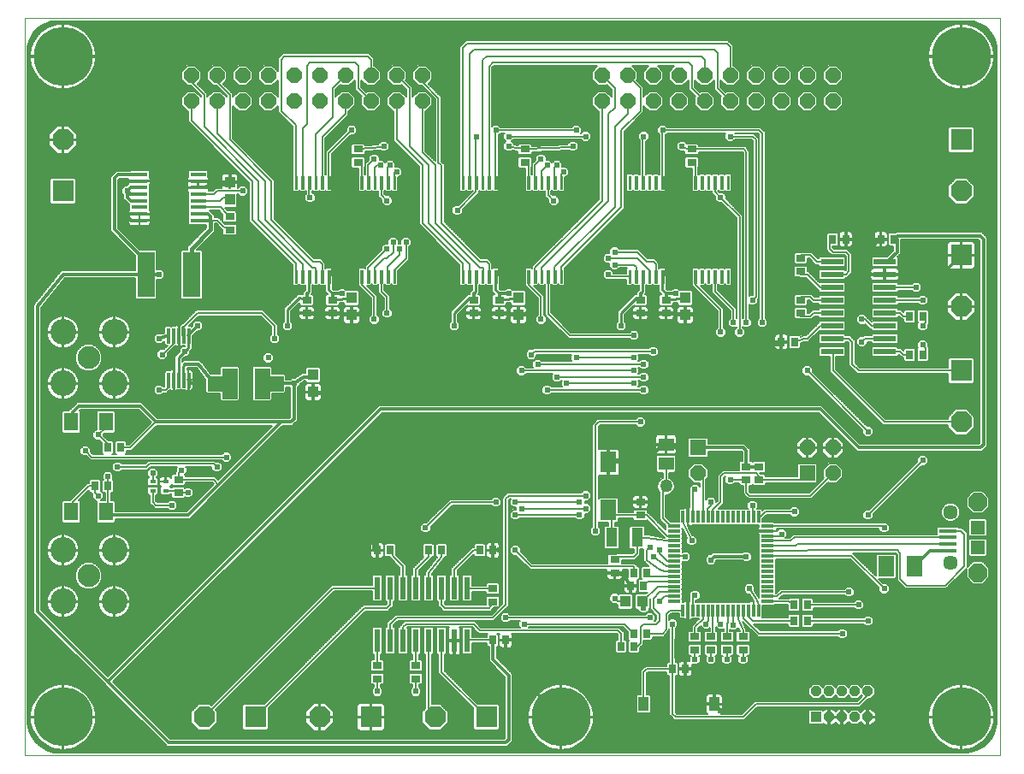
<source format=gtl>
G75*
%MOIN*%
%OFA0B0*%
%FSLAX25Y25*%
%IPPOS*%
%LPD*%
%AMOC8*
5,1,8,0,0,1.08239X$1,22.5*
%
%ADD10C,0.00000*%
%ADD11R,0.04000X0.04000*%
%ADD12OC8,0.04000*%
%ADD13R,0.06000X0.06000*%
%ADD14OC8,0.06000*%
%ADD15R,0.02756X0.03543*%
%ADD16R,0.05906X0.05118*%
%ADD17R,0.04331X0.07480*%
%ADD18R,0.03543X0.02756*%
%ADD19R,0.07087X0.01378*%
%ADD20C,0.05709*%
%ADD21OC8,0.07087*%
%ADD22R,0.05346X0.05346*%
%ADD23R,0.06299X0.07874*%
%ADD24R,0.03937X0.05512*%
%ADD25C,0.05000*%
%ADD26C,0.08850*%
%ADD27C,0.10050*%
%ADD28C,0.23000*%
%ADD29R,0.03937X0.04331*%
%ADD30R,0.06693X0.17717*%
%ADD31R,0.05906X0.01772*%
%ADD32C,0.00669*%
%ADD33C,0.03200*%
%ADD34R,0.08268X0.08268*%
%ADD35OC8,0.08268*%
%ADD36R,0.04724X0.01181*%
%ADD37R,0.01181X0.04724*%
%ADD38R,0.02362X0.08661*%
%ADD39R,0.08661X0.02362*%
%ADD40C,0.00049*%
%ADD41C,0.00984*%
%ADD42C,0.00295*%
%ADD43R,0.02362X0.01575*%
%ADD44R,0.05512X0.07087*%
%ADD45C,0.00600*%
%ADD46C,0.02400*%
%ADD47C,0.01200*%
%ADD48C,0.01000*%
%ADD49C,0.01600*%
D10*
X0025625Y0086626D02*
X0025625Y0374126D01*
X0405625Y0374126D01*
X0405625Y0086626D01*
X0025625Y0086626D01*
D11*
X0334125Y0101626D03*
D12*
X0339125Y0101626D03*
X0344125Y0101626D03*
X0349125Y0101626D03*
X0354125Y0101626D03*
X0354125Y0111626D03*
X0349125Y0111626D03*
X0344125Y0111626D03*
X0339125Y0111626D03*
X0334125Y0111626D03*
D13*
X0330625Y0196626D03*
X0288125Y0206626D03*
D14*
X0288125Y0196626D03*
X0330625Y0206626D03*
X0340625Y0206626D03*
X0340625Y0196626D03*
X0340625Y0341626D03*
X0330625Y0341626D03*
X0320625Y0341626D03*
X0310625Y0341626D03*
X0300625Y0341626D03*
X0290625Y0341626D03*
X0280625Y0341626D03*
X0280625Y0351626D03*
X0290625Y0351626D03*
X0300625Y0351626D03*
X0310625Y0351626D03*
X0320625Y0351626D03*
X0330625Y0351626D03*
X0340625Y0351626D03*
X0270625Y0351626D03*
X0270625Y0341626D03*
X0260625Y0341626D03*
X0250625Y0341626D03*
X0250625Y0351626D03*
X0260625Y0351626D03*
X0180625Y0351626D03*
X0180625Y0341626D03*
X0170625Y0341626D03*
X0160625Y0341626D03*
X0150625Y0341626D03*
X0140625Y0341626D03*
X0130625Y0341626D03*
X0120625Y0341626D03*
X0110625Y0341626D03*
X0100625Y0341626D03*
X0090625Y0341626D03*
X0090625Y0351626D03*
X0100625Y0351626D03*
X0110625Y0351626D03*
X0120625Y0351626D03*
X0130625Y0351626D03*
X0140625Y0351626D03*
X0150625Y0351626D03*
X0160625Y0351626D03*
X0170625Y0351626D03*
D15*
X0320566Y0247876D03*
X0325684Y0247876D03*
X0370566Y0242876D03*
X0375684Y0242876D03*
X0375684Y0257876D03*
X0370566Y0257876D03*
X0364434Y0287876D03*
X0359316Y0287876D03*
X0345684Y0287876D03*
X0340566Y0287876D03*
X0208184Y0166626D03*
X0203066Y0166626D03*
X0188184Y0166626D03*
X0183066Y0166626D03*
X0168184Y0166626D03*
X0163066Y0166626D03*
X0208066Y0131626D03*
X0213184Y0131626D03*
X0258066Y0129126D03*
X0263184Y0129126D03*
X0263066Y0134126D03*
X0268184Y0134126D03*
X0278066Y0120376D03*
X0283184Y0120376D03*
X0266934Y0152876D03*
X0261816Y0152876D03*
X0263066Y0157876D03*
X0268184Y0157876D03*
X0325566Y0145376D03*
X0330684Y0145376D03*
X0330684Y0139126D03*
X0325566Y0139126D03*
X0063184Y0206626D03*
X0058066Y0206626D03*
X0058184Y0191626D03*
X0053066Y0191626D03*
D16*
X0275625Y0200386D03*
X0275625Y0207867D03*
D17*
X0264296Y0171626D03*
X0254454Y0171626D03*
D18*
X0255625Y0162936D03*
X0255625Y0157817D03*
X0265625Y0180317D03*
X0265625Y0185436D03*
X0306875Y0194067D03*
X0311875Y0194067D03*
X0311875Y0199186D03*
X0306875Y0199186D03*
X0328125Y0259067D03*
X0328125Y0264186D03*
X0328125Y0275317D03*
X0328125Y0280436D03*
X0285625Y0317817D03*
X0285625Y0322936D03*
X0220625Y0322936D03*
X0220625Y0317817D03*
X0155625Y0317817D03*
X0155625Y0322936D03*
X0105625Y0296686D03*
X0105625Y0291567D03*
X0135625Y0264186D03*
X0135625Y0259067D03*
X0145625Y0259067D03*
X0145625Y0264186D03*
X0200625Y0264186D03*
X0200625Y0259067D03*
X0210625Y0259067D03*
X0210625Y0264186D03*
X0265625Y0264186D03*
X0265625Y0259067D03*
X0275625Y0259067D03*
X0275625Y0264186D03*
X0208125Y0151686D03*
X0208125Y0146567D03*
X0178125Y0121686D03*
X0178125Y0116567D03*
X0163125Y0116567D03*
X0163125Y0121686D03*
X0085625Y0189067D03*
X0085625Y0194186D03*
X0286875Y0132936D03*
X0286875Y0127817D03*
X0293125Y0127817D03*
X0293125Y0132936D03*
X0299375Y0132936D03*
X0299375Y0127817D03*
X0305625Y0127817D03*
X0305625Y0132936D03*
D19*
X0385502Y0166508D03*
X0385502Y0169067D03*
X0385502Y0171626D03*
X0385502Y0174186D03*
X0385502Y0176745D03*
D20*
X0386486Y0181469D03*
X0386486Y0161784D03*
D21*
X0397116Y0157847D03*
X0397116Y0185406D03*
D22*
X0397116Y0175563D03*
X0397116Y0167689D03*
D23*
X0372387Y0160376D03*
X0361363Y0160376D03*
X0253125Y0182315D03*
X0253125Y0200937D03*
D24*
X0266845Y0106626D03*
X0294405Y0106626D03*
D25*
X0275625Y0191626D03*
D26*
X0050625Y0156626D03*
X0050625Y0241626D03*
D27*
X0040625Y0231626D03*
X0060625Y0231626D03*
X0060625Y0251626D03*
X0040625Y0251626D03*
X0040625Y0166626D03*
X0060625Y0166626D03*
X0060625Y0146626D03*
X0040625Y0146626D03*
D28*
X0040625Y0101626D03*
X0234625Y0101626D03*
X0390625Y0101626D03*
X0390625Y0359126D03*
X0040625Y0359126D03*
D29*
X0105625Y0309973D03*
X0105625Y0303280D03*
X0153125Y0264973D03*
X0153125Y0258280D03*
X0138125Y0234973D03*
X0138125Y0228280D03*
X0218125Y0258280D03*
X0218125Y0264973D03*
X0283125Y0264973D03*
X0283125Y0258280D03*
X0266471Y0146626D03*
X0259779Y0146626D03*
D30*
X0090733Y0274126D03*
X0073017Y0274126D03*
D31*
X0070458Y0295170D03*
X0070458Y0297729D03*
X0070458Y0300288D03*
X0070458Y0302847D03*
X0070458Y0305406D03*
X0070458Y0307965D03*
X0070458Y0310524D03*
X0070458Y0313083D03*
X0093292Y0313083D03*
X0093292Y0310524D03*
X0093292Y0307965D03*
X0093292Y0305406D03*
X0093292Y0302847D03*
X0093292Y0300288D03*
X0093292Y0297729D03*
X0093292Y0295170D03*
D32*
X0088234Y0294618D02*
X0088234Y0313634D01*
X0088234Y0294618D02*
X0075516Y0294618D01*
X0075516Y0313634D01*
X0088234Y0313634D01*
X0088234Y0295286D02*
X0075516Y0295286D01*
X0075516Y0295954D02*
X0088234Y0295954D01*
X0088234Y0296622D02*
X0075516Y0296622D01*
X0075516Y0297290D02*
X0088234Y0297290D01*
X0088234Y0297958D02*
X0075516Y0297958D01*
X0075516Y0298626D02*
X0088234Y0298626D01*
X0088234Y0299294D02*
X0075516Y0299294D01*
X0075516Y0299962D02*
X0088234Y0299962D01*
X0088234Y0300630D02*
X0075516Y0300630D01*
X0075516Y0301298D02*
X0088234Y0301298D01*
X0088234Y0301966D02*
X0075516Y0301966D01*
X0075516Y0302634D02*
X0088234Y0302634D01*
X0088234Y0303302D02*
X0075516Y0303302D01*
X0075516Y0303970D02*
X0088234Y0303970D01*
X0088234Y0304638D02*
X0075516Y0304638D01*
X0075516Y0305306D02*
X0088234Y0305306D01*
X0088234Y0305974D02*
X0075516Y0305974D01*
X0075516Y0306642D02*
X0088234Y0306642D01*
X0088234Y0307310D02*
X0075516Y0307310D01*
X0075516Y0307978D02*
X0088234Y0307978D01*
X0088234Y0308646D02*
X0075516Y0308646D01*
X0075516Y0309314D02*
X0088234Y0309314D01*
X0088234Y0309982D02*
X0075516Y0309982D01*
X0075516Y0310650D02*
X0088234Y0310650D01*
X0088234Y0311318D02*
X0075516Y0311318D01*
X0075516Y0311986D02*
X0088234Y0311986D01*
X0088234Y0312654D02*
X0075516Y0312654D01*
X0075516Y0313322D02*
X0088234Y0313322D01*
D33*
X0086206Y0311804D03*
X0081875Y0311804D03*
X0077544Y0311804D03*
X0077544Y0306686D03*
X0081875Y0306686D03*
X0086206Y0306686D03*
X0086206Y0301567D03*
X0081875Y0301567D03*
X0077544Y0301567D03*
X0077544Y0296449D03*
X0081875Y0296449D03*
X0086206Y0296449D03*
D34*
X0040625Y0306626D03*
X0115625Y0101626D03*
X0160625Y0101626D03*
X0205625Y0101626D03*
X0390625Y0236626D03*
X0390625Y0281626D03*
X0390625Y0326626D03*
D35*
X0390625Y0306626D03*
X0390625Y0261626D03*
X0390625Y0216626D03*
X0185625Y0101626D03*
X0140625Y0101626D03*
X0095625Y0101626D03*
X0040625Y0326626D03*
D36*
X0278696Y0176193D03*
X0278696Y0174225D03*
X0278696Y0172256D03*
X0278696Y0170288D03*
X0278696Y0168319D03*
X0278696Y0166351D03*
X0278696Y0164382D03*
X0278696Y0162414D03*
X0278696Y0160445D03*
X0278696Y0158477D03*
X0278696Y0156508D03*
X0278696Y0154540D03*
X0278696Y0152571D03*
X0278696Y0150603D03*
X0278696Y0148634D03*
X0278696Y0146666D03*
X0315113Y0146666D03*
X0315113Y0148634D03*
X0315113Y0150603D03*
X0315113Y0152571D03*
X0315113Y0154540D03*
X0315113Y0156508D03*
X0315113Y0158477D03*
X0315113Y0160445D03*
X0315113Y0162414D03*
X0315113Y0164382D03*
X0315113Y0166351D03*
X0315113Y0168319D03*
X0315113Y0170288D03*
X0315113Y0172256D03*
X0315113Y0174225D03*
X0315113Y0176193D03*
D37*
X0311668Y0179638D03*
X0309700Y0179638D03*
X0307731Y0179638D03*
X0305763Y0179638D03*
X0303794Y0179638D03*
X0301826Y0179638D03*
X0299857Y0179638D03*
X0297889Y0179638D03*
X0295920Y0179638D03*
X0293952Y0179638D03*
X0291983Y0179638D03*
X0290015Y0179638D03*
X0288046Y0179638D03*
X0286078Y0179638D03*
X0284109Y0179638D03*
X0282141Y0179638D03*
X0282141Y0143221D03*
X0284109Y0143221D03*
X0286078Y0143221D03*
X0288046Y0143221D03*
X0290015Y0143221D03*
X0291983Y0143221D03*
X0293952Y0143221D03*
X0295920Y0143221D03*
X0297889Y0143221D03*
X0299857Y0143221D03*
X0301826Y0143221D03*
X0303794Y0143221D03*
X0305763Y0143221D03*
X0307731Y0143221D03*
X0309700Y0143221D03*
X0311668Y0143221D03*
D38*
X0198125Y0151863D03*
X0193125Y0151863D03*
X0188125Y0151863D03*
X0183125Y0151863D03*
X0178125Y0151863D03*
X0173125Y0151863D03*
X0168125Y0151863D03*
X0163125Y0151863D03*
X0163125Y0131390D03*
X0168125Y0131390D03*
X0173125Y0131390D03*
X0178125Y0131390D03*
X0183125Y0131390D03*
X0188125Y0131390D03*
X0193125Y0131390D03*
X0198125Y0131390D03*
D39*
X0340389Y0244126D03*
X0340389Y0249126D03*
X0340389Y0254126D03*
X0340389Y0259126D03*
X0340389Y0264126D03*
X0340389Y0269126D03*
X0340389Y0274126D03*
X0340389Y0279126D03*
X0360861Y0279126D03*
X0360861Y0274126D03*
X0360861Y0269126D03*
X0360861Y0264126D03*
X0360861Y0259126D03*
X0360861Y0254126D03*
X0360861Y0249126D03*
X0360861Y0244126D03*
D40*
X0300286Y0270784D02*
X0299350Y0270784D01*
X0299350Y0275854D01*
X0300286Y0275854D01*
X0300286Y0270784D01*
X0300286Y0270832D02*
X0299350Y0270832D01*
X0299350Y0270880D02*
X0300286Y0270880D01*
X0300286Y0270928D02*
X0299350Y0270928D01*
X0299350Y0270976D02*
X0300286Y0270976D01*
X0300286Y0271024D02*
X0299350Y0271024D01*
X0299350Y0271072D02*
X0300286Y0271072D01*
X0300286Y0271120D02*
X0299350Y0271120D01*
X0299350Y0271168D02*
X0300286Y0271168D01*
X0300286Y0271216D02*
X0299350Y0271216D01*
X0299350Y0271264D02*
X0300286Y0271264D01*
X0300286Y0271312D02*
X0299350Y0271312D01*
X0299350Y0271360D02*
X0300286Y0271360D01*
X0300286Y0271408D02*
X0299350Y0271408D01*
X0299350Y0271456D02*
X0300286Y0271456D01*
X0300286Y0271504D02*
X0299350Y0271504D01*
X0299350Y0271552D02*
X0300286Y0271552D01*
X0300286Y0271600D02*
X0299350Y0271600D01*
X0299350Y0271648D02*
X0300286Y0271648D01*
X0300286Y0271696D02*
X0299350Y0271696D01*
X0299350Y0271744D02*
X0300286Y0271744D01*
X0300286Y0271792D02*
X0299350Y0271792D01*
X0299350Y0271840D02*
X0300286Y0271840D01*
X0300286Y0271888D02*
X0299350Y0271888D01*
X0299350Y0271936D02*
X0300286Y0271936D01*
X0300286Y0271984D02*
X0299350Y0271984D01*
X0299350Y0272032D02*
X0300286Y0272032D01*
X0300286Y0272080D02*
X0299350Y0272080D01*
X0299350Y0272128D02*
X0300286Y0272128D01*
X0300286Y0272176D02*
X0299350Y0272176D01*
X0299350Y0272224D02*
X0300286Y0272224D01*
X0300286Y0272272D02*
X0299350Y0272272D01*
X0299350Y0272320D02*
X0300286Y0272320D01*
X0300286Y0272368D02*
X0299350Y0272368D01*
X0299350Y0272416D02*
X0300286Y0272416D01*
X0300286Y0272464D02*
X0299350Y0272464D01*
X0299350Y0272512D02*
X0300286Y0272512D01*
X0300286Y0272560D02*
X0299350Y0272560D01*
X0299350Y0272608D02*
X0300286Y0272608D01*
X0300286Y0272656D02*
X0299350Y0272656D01*
X0299350Y0272704D02*
X0300286Y0272704D01*
X0300286Y0272752D02*
X0299350Y0272752D01*
X0299350Y0272800D02*
X0300286Y0272800D01*
X0300286Y0272848D02*
X0299350Y0272848D01*
X0299350Y0272896D02*
X0300286Y0272896D01*
X0300286Y0272944D02*
X0299350Y0272944D01*
X0299350Y0272992D02*
X0300286Y0272992D01*
X0300286Y0273040D02*
X0299350Y0273040D01*
X0299350Y0273088D02*
X0300286Y0273088D01*
X0300286Y0273136D02*
X0299350Y0273136D01*
X0299350Y0273184D02*
X0300286Y0273184D01*
X0300286Y0273232D02*
X0299350Y0273232D01*
X0299350Y0273280D02*
X0300286Y0273280D01*
X0300286Y0273328D02*
X0299350Y0273328D01*
X0299350Y0273376D02*
X0300286Y0273376D01*
X0300286Y0273424D02*
X0299350Y0273424D01*
X0299350Y0273472D02*
X0300286Y0273472D01*
X0300286Y0273520D02*
X0299350Y0273520D01*
X0299350Y0273568D02*
X0300286Y0273568D01*
X0300286Y0273616D02*
X0299350Y0273616D01*
X0299350Y0273664D02*
X0300286Y0273664D01*
X0300286Y0273712D02*
X0299350Y0273712D01*
X0299350Y0273760D02*
X0300286Y0273760D01*
X0300286Y0273808D02*
X0299350Y0273808D01*
X0299350Y0273856D02*
X0300286Y0273856D01*
X0300286Y0273904D02*
X0299350Y0273904D01*
X0299350Y0273952D02*
X0300286Y0273952D01*
X0300286Y0274000D02*
X0299350Y0274000D01*
X0299350Y0274048D02*
X0300286Y0274048D01*
X0300286Y0274096D02*
X0299350Y0274096D01*
X0299350Y0274144D02*
X0300286Y0274144D01*
X0300286Y0274192D02*
X0299350Y0274192D01*
X0299350Y0274240D02*
X0300286Y0274240D01*
X0300286Y0274288D02*
X0299350Y0274288D01*
X0299350Y0274336D02*
X0300286Y0274336D01*
X0300286Y0274384D02*
X0299350Y0274384D01*
X0299350Y0274432D02*
X0300286Y0274432D01*
X0300286Y0274480D02*
X0299350Y0274480D01*
X0299350Y0274528D02*
X0300286Y0274528D01*
X0300286Y0274576D02*
X0299350Y0274576D01*
X0299350Y0274624D02*
X0300286Y0274624D01*
X0300286Y0274672D02*
X0299350Y0274672D01*
X0299350Y0274720D02*
X0300286Y0274720D01*
X0300286Y0274768D02*
X0299350Y0274768D01*
X0299350Y0274816D02*
X0300286Y0274816D01*
X0300286Y0274864D02*
X0299350Y0274864D01*
X0299350Y0274912D02*
X0300286Y0274912D01*
X0300286Y0274960D02*
X0299350Y0274960D01*
X0299350Y0275008D02*
X0300286Y0275008D01*
X0300286Y0275056D02*
X0299350Y0275056D01*
X0299350Y0275104D02*
X0300286Y0275104D01*
X0300286Y0275152D02*
X0299350Y0275152D01*
X0299350Y0275200D02*
X0300286Y0275200D01*
X0300286Y0275248D02*
X0299350Y0275248D01*
X0299350Y0275296D02*
X0300286Y0275296D01*
X0300286Y0275344D02*
X0299350Y0275344D01*
X0299350Y0275392D02*
X0300286Y0275392D01*
X0300286Y0275440D02*
X0299350Y0275440D01*
X0299350Y0275488D02*
X0300286Y0275488D01*
X0300286Y0275536D02*
X0299350Y0275536D01*
X0299350Y0275584D02*
X0300286Y0275584D01*
X0300286Y0275632D02*
X0299350Y0275632D01*
X0299350Y0275680D02*
X0300286Y0275680D01*
X0300286Y0275728D02*
X0299350Y0275728D01*
X0299350Y0275776D02*
X0300286Y0275776D01*
X0300286Y0275824D02*
X0299350Y0275824D01*
X0297727Y0270784D02*
X0296791Y0270784D01*
X0296791Y0275854D01*
X0297727Y0275854D01*
X0297727Y0270784D01*
X0297727Y0270832D02*
X0296791Y0270832D01*
X0296791Y0270880D02*
X0297727Y0270880D01*
X0297727Y0270928D02*
X0296791Y0270928D01*
X0296791Y0270976D02*
X0297727Y0270976D01*
X0297727Y0271024D02*
X0296791Y0271024D01*
X0296791Y0271072D02*
X0297727Y0271072D01*
X0297727Y0271120D02*
X0296791Y0271120D01*
X0296791Y0271168D02*
X0297727Y0271168D01*
X0297727Y0271216D02*
X0296791Y0271216D01*
X0296791Y0271264D02*
X0297727Y0271264D01*
X0297727Y0271312D02*
X0296791Y0271312D01*
X0296791Y0271360D02*
X0297727Y0271360D01*
X0297727Y0271408D02*
X0296791Y0271408D01*
X0296791Y0271456D02*
X0297727Y0271456D01*
X0297727Y0271504D02*
X0296791Y0271504D01*
X0296791Y0271552D02*
X0297727Y0271552D01*
X0297727Y0271600D02*
X0296791Y0271600D01*
X0296791Y0271648D02*
X0297727Y0271648D01*
X0297727Y0271696D02*
X0296791Y0271696D01*
X0296791Y0271744D02*
X0297727Y0271744D01*
X0297727Y0271792D02*
X0296791Y0271792D01*
X0296791Y0271840D02*
X0297727Y0271840D01*
X0297727Y0271888D02*
X0296791Y0271888D01*
X0296791Y0271936D02*
X0297727Y0271936D01*
X0297727Y0271984D02*
X0296791Y0271984D01*
X0296791Y0272032D02*
X0297727Y0272032D01*
X0297727Y0272080D02*
X0296791Y0272080D01*
X0296791Y0272128D02*
X0297727Y0272128D01*
X0297727Y0272176D02*
X0296791Y0272176D01*
X0296791Y0272224D02*
X0297727Y0272224D01*
X0297727Y0272272D02*
X0296791Y0272272D01*
X0296791Y0272320D02*
X0297727Y0272320D01*
X0297727Y0272368D02*
X0296791Y0272368D01*
X0296791Y0272416D02*
X0297727Y0272416D01*
X0297727Y0272464D02*
X0296791Y0272464D01*
X0296791Y0272512D02*
X0297727Y0272512D01*
X0297727Y0272560D02*
X0296791Y0272560D01*
X0296791Y0272608D02*
X0297727Y0272608D01*
X0297727Y0272656D02*
X0296791Y0272656D01*
X0296791Y0272704D02*
X0297727Y0272704D01*
X0297727Y0272752D02*
X0296791Y0272752D01*
X0296791Y0272800D02*
X0297727Y0272800D01*
X0297727Y0272848D02*
X0296791Y0272848D01*
X0296791Y0272896D02*
X0297727Y0272896D01*
X0297727Y0272944D02*
X0296791Y0272944D01*
X0296791Y0272992D02*
X0297727Y0272992D01*
X0297727Y0273040D02*
X0296791Y0273040D01*
X0296791Y0273088D02*
X0297727Y0273088D01*
X0297727Y0273136D02*
X0296791Y0273136D01*
X0296791Y0273184D02*
X0297727Y0273184D01*
X0297727Y0273232D02*
X0296791Y0273232D01*
X0296791Y0273280D02*
X0297727Y0273280D01*
X0297727Y0273328D02*
X0296791Y0273328D01*
X0296791Y0273376D02*
X0297727Y0273376D01*
X0297727Y0273424D02*
X0296791Y0273424D01*
X0296791Y0273472D02*
X0297727Y0273472D01*
X0297727Y0273520D02*
X0296791Y0273520D01*
X0296791Y0273568D02*
X0297727Y0273568D01*
X0297727Y0273616D02*
X0296791Y0273616D01*
X0296791Y0273664D02*
X0297727Y0273664D01*
X0297727Y0273712D02*
X0296791Y0273712D01*
X0296791Y0273760D02*
X0297727Y0273760D01*
X0297727Y0273808D02*
X0296791Y0273808D01*
X0296791Y0273856D02*
X0297727Y0273856D01*
X0297727Y0273904D02*
X0296791Y0273904D01*
X0296791Y0273952D02*
X0297727Y0273952D01*
X0297727Y0274000D02*
X0296791Y0274000D01*
X0296791Y0274048D02*
X0297727Y0274048D01*
X0297727Y0274096D02*
X0296791Y0274096D01*
X0296791Y0274144D02*
X0297727Y0274144D01*
X0297727Y0274192D02*
X0296791Y0274192D01*
X0296791Y0274240D02*
X0297727Y0274240D01*
X0297727Y0274288D02*
X0296791Y0274288D01*
X0296791Y0274336D02*
X0297727Y0274336D01*
X0297727Y0274384D02*
X0296791Y0274384D01*
X0296791Y0274432D02*
X0297727Y0274432D01*
X0297727Y0274480D02*
X0296791Y0274480D01*
X0296791Y0274528D02*
X0297727Y0274528D01*
X0297727Y0274576D02*
X0296791Y0274576D01*
X0296791Y0274624D02*
X0297727Y0274624D01*
X0297727Y0274672D02*
X0296791Y0274672D01*
X0296791Y0274720D02*
X0297727Y0274720D01*
X0297727Y0274768D02*
X0296791Y0274768D01*
X0296791Y0274816D02*
X0297727Y0274816D01*
X0297727Y0274864D02*
X0296791Y0274864D01*
X0296791Y0274912D02*
X0297727Y0274912D01*
X0297727Y0274960D02*
X0296791Y0274960D01*
X0296791Y0275008D02*
X0297727Y0275008D01*
X0297727Y0275056D02*
X0296791Y0275056D01*
X0296791Y0275104D02*
X0297727Y0275104D01*
X0297727Y0275152D02*
X0296791Y0275152D01*
X0296791Y0275200D02*
X0297727Y0275200D01*
X0297727Y0275248D02*
X0296791Y0275248D01*
X0296791Y0275296D02*
X0297727Y0275296D01*
X0297727Y0275344D02*
X0296791Y0275344D01*
X0296791Y0275392D02*
X0297727Y0275392D01*
X0297727Y0275440D02*
X0296791Y0275440D01*
X0296791Y0275488D02*
X0297727Y0275488D01*
X0297727Y0275536D02*
X0296791Y0275536D01*
X0296791Y0275584D02*
X0297727Y0275584D01*
X0297727Y0275632D02*
X0296791Y0275632D01*
X0296791Y0275680D02*
X0297727Y0275680D01*
X0297727Y0275728D02*
X0296791Y0275728D01*
X0296791Y0275776D02*
X0297727Y0275776D01*
X0297727Y0275824D02*
X0296791Y0275824D01*
X0295168Y0270784D02*
X0294232Y0270784D01*
X0294232Y0275854D01*
X0295168Y0275854D01*
X0295168Y0270784D01*
X0295168Y0270832D02*
X0294232Y0270832D01*
X0294232Y0270880D02*
X0295168Y0270880D01*
X0295168Y0270928D02*
X0294232Y0270928D01*
X0294232Y0270976D02*
X0295168Y0270976D01*
X0295168Y0271024D02*
X0294232Y0271024D01*
X0294232Y0271072D02*
X0295168Y0271072D01*
X0295168Y0271120D02*
X0294232Y0271120D01*
X0294232Y0271168D02*
X0295168Y0271168D01*
X0295168Y0271216D02*
X0294232Y0271216D01*
X0294232Y0271264D02*
X0295168Y0271264D01*
X0295168Y0271312D02*
X0294232Y0271312D01*
X0294232Y0271360D02*
X0295168Y0271360D01*
X0295168Y0271408D02*
X0294232Y0271408D01*
X0294232Y0271456D02*
X0295168Y0271456D01*
X0295168Y0271504D02*
X0294232Y0271504D01*
X0294232Y0271552D02*
X0295168Y0271552D01*
X0295168Y0271600D02*
X0294232Y0271600D01*
X0294232Y0271648D02*
X0295168Y0271648D01*
X0295168Y0271696D02*
X0294232Y0271696D01*
X0294232Y0271744D02*
X0295168Y0271744D01*
X0295168Y0271792D02*
X0294232Y0271792D01*
X0294232Y0271840D02*
X0295168Y0271840D01*
X0295168Y0271888D02*
X0294232Y0271888D01*
X0294232Y0271936D02*
X0295168Y0271936D01*
X0295168Y0271984D02*
X0294232Y0271984D01*
X0294232Y0272032D02*
X0295168Y0272032D01*
X0295168Y0272080D02*
X0294232Y0272080D01*
X0294232Y0272128D02*
X0295168Y0272128D01*
X0295168Y0272176D02*
X0294232Y0272176D01*
X0294232Y0272224D02*
X0295168Y0272224D01*
X0295168Y0272272D02*
X0294232Y0272272D01*
X0294232Y0272320D02*
X0295168Y0272320D01*
X0295168Y0272368D02*
X0294232Y0272368D01*
X0294232Y0272416D02*
X0295168Y0272416D01*
X0295168Y0272464D02*
X0294232Y0272464D01*
X0294232Y0272512D02*
X0295168Y0272512D01*
X0295168Y0272560D02*
X0294232Y0272560D01*
X0294232Y0272608D02*
X0295168Y0272608D01*
X0295168Y0272656D02*
X0294232Y0272656D01*
X0294232Y0272704D02*
X0295168Y0272704D01*
X0295168Y0272752D02*
X0294232Y0272752D01*
X0294232Y0272800D02*
X0295168Y0272800D01*
X0295168Y0272848D02*
X0294232Y0272848D01*
X0294232Y0272896D02*
X0295168Y0272896D01*
X0295168Y0272944D02*
X0294232Y0272944D01*
X0294232Y0272992D02*
X0295168Y0272992D01*
X0295168Y0273040D02*
X0294232Y0273040D01*
X0294232Y0273088D02*
X0295168Y0273088D01*
X0295168Y0273136D02*
X0294232Y0273136D01*
X0294232Y0273184D02*
X0295168Y0273184D01*
X0295168Y0273232D02*
X0294232Y0273232D01*
X0294232Y0273280D02*
X0295168Y0273280D01*
X0295168Y0273328D02*
X0294232Y0273328D01*
X0294232Y0273376D02*
X0295168Y0273376D01*
X0295168Y0273424D02*
X0294232Y0273424D01*
X0294232Y0273472D02*
X0295168Y0273472D01*
X0295168Y0273520D02*
X0294232Y0273520D01*
X0294232Y0273568D02*
X0295168Y0273568D01*
X0295168Y0273616D02*
X0294232Y0273616D01*
X0294232Y0273664D02*
X0295168Y0273664D01*
X0295168Y0273712D02*
X0294232Y0273712D01*
X0294232Y0273760D02*
X0295168Y0273760D01*
X0295168Y0273808D02*
X0294232Y0273808D01*
X0294232Y0273856D02*
X0295168Y0273856D01*
X0295168Y0273904D02*
X0294232Y0273904D01*
X0294232Y0273952D02*
X0295168Y0273952D01*
X0295168Y0274000D02*
X0294232Y0274000D01*
X0294232Y0274048D02*
X0295168Y0274048D01*
X0295168Y0274096D02*
X0294232Y0274096D01*
X0294232Y0274144D02*
X0295168Y0274144D01*
X0295168Y0274192D02*
X0294232Y0274192D01*
X0294232Y0274240D02*
X0295168Y0274240D01*
X0295168Y0274288D02*
X0294232Y0274288D01*
X0294232Y0274336D02*
X0295168Y0274336D01*
X0295168Y0274384D02*
X0294232Y0274384D01*
X0294232Y0274432D02*
X0295168Y0274432D01*
X0295168Y0274480D02*
X0294232Y0274480D01*
X0294232Y0274528D02*
X0295168Y0274528D01*
X0295168Y0274576D02*
X0294232Y0274576D01*
X0294232Y0274624D02*
X0295168Y0274624D01*
X0295168Y0274672D02*
X0294232Y0274672D01*
X0294232Y0274720D02*
X0295168Y0274720D01*
X0295168Y0274768D02*
X0294232Y0274768D01*
X0294232Y0274816D02*
X0295168Y0274816D01*
X0295168Y0274864D02*
X0294232Y0274864D01*
X0294232Y0274912D02*
X0295168Y0274912D01*
X0295168Y0274960D02*
X0294232Y0274960D01*
X0294232Y0275008D02*
X0295168Y0275008D01*
X0295168Y0275056D02*
X0294232Y0275056D01*
X0294232Y0275104D02*
X0295168Y0275104D01*
X0295168Y0275152D02*
X0294232Y0275152D01*
X0294232Y0275200D02*
X0295168Y0275200D01*
X0295168Y0275248D02*
X0294232Y0275248D01*
X0294232Y0275296D02*
X0295168Y0275296D01*
X0295168Y0275344D02*
X0294232Y0275344D01*
X0294232Y0275392D02*
X0295168Y0275392D01*
X0295168Y0275440D02*
X0294232Y0275440D01*
X0294232Y0275488D02*
X0295168Y0275488D01*
X0295168Y0275536D02*
X0294232Y0275536D01*
X0294232Y0275584D02*
X0295168Y0275584D01*
X0295168Y0275632D02*
X0294232Y0275632D01*
X0294232Y0275680D02*
X0295168Y0275680D01*
X0295168Y0275728D02*
X0294232Y0275728D01*
X0294232Y0275776D02*
X0295168Y0275776D01*
X0295168Y0275824D02*
X0294232Y0275824D01*
X0292609Y0270784D02*
X0291673Y0270784D01*
X0291673Y0275854D01*
X0292609Y0275854D01*
X0292609Y0270784D01*
X0292609Y0270832D02*
X0291673Y0270832D01*
X0291673Y0270880D02*
X0292609Y0270880D01*
X0292609Y0270928D02*
X0291673Y0270928D01*
X0291673Y0270976D02*
X0292609Y0270976D01*
X0292609Y0271024D02*
X0291673Y0271024D01*
X0291673Y0271072D02*
X0292609Y0271072D01*
X0292609Y0271120D02*
X0291673Y0271120D01*
X0291673Y0271168D02*
X0292609Y0271168D01*
X0292609Y0271216D02*
X0291673Y0271216D01*
X0291673Y0271264D02*
X0292609Y0271264D01*
X0292609Y0271312D02*
X0291673Y0271312D01*
X0291673Y0271360D02*
X0292609Y0271360D01*
X0292609Y0271408D02*
X0291673Y0271408D01*
X0291673Y0271456D02*
X0292609Y0271456D01*
X0292609Y0271504D02*
X0291673Y0271504D01*
X0291673Y0271552D02*
X0292609Y0271552D01*
X0292609Y0271600D02*
X0291673Y0271600D01*
X0291673Y0271648D02*
X0292609Y0271648D01*
X0292609Y0271696D02*
X0291673Y0271696D01*
X0291673Y0271744D02*
X0292609Y0271744D01*
X0292609Y0271792D02*
X0291673Y0271792D01*
X0291673Y0271840D02*
X0292609Y0271840D01*
X0292609Y0271888D02*
X0291673Y0271888D01*
X0291673Y0271936D02*
X0292609Y0271936D01*
X0292609Y0271984D02*
X0291673Y0271984D01*
X0291673Y0272032D02*
X0292609Y0272032D01*
X0292609Y0272080D02*
X0291673Y0272080D01*
X0291673Y0272128D02*
X0292609Y0272128D01*
X0292609Y0272176D02*
X0291673Y0272176D01*
X0291673Y0272224D02*
X0292609Y0272224D01*
X0292609Y0272272D02*
X0291673Y0272272D01*
X0291673Y0272320D02*
X0292609Y0272320D01*
X0292609Y0272368D02*
X0291673Y0272368D01*
X0291673Y0272416D02*
X0292609Y0272416D01*
X0292609Y0272464D02*
X0291673Y0272464D01*
X0291673Y0272512D02*
X0292609Y0272512D01*
X0292609Y0272560D02*
X0291673Y0272560D01*
X0291673Y0272608D02*
X0292609Y0272608D01*
X0292609Y0272656D02*
X0291673Y0272656D01*
X0291673Y0272704D02*
X0292609Y0272704D01*
X0292609Y0272752D02*
X0291673Y0272752D01*
X0291673Y0272800D02*
X0292609Y0272800D01*
X0292609Y0272848D02*
X0291673Y0272848D01*
X0291673Y0272896D02*
X0292609Y0272896D01*
X0292609Y0272944D02*
X0291673Y0272944D01*
X0291673Y0272992D02*
X0292609Y0272992D01*
X0292609Y0273040D02*
X0291673Y0273040D01*
X0291673Y0273088D02*
X0292609Y0273088D01*
X0292609Y0273136D02*
X0291673Y0273136D01*
X0291673Y0273184D02*
X0292609Y0273184D01*
X0292609Y0273232D02*
X0291673Y0273232D01*
X0291673Y0273280D02*
X0292609Y0273280D01*
X0292609Y0273328D02*
X0291673Y0273328D01*
X0291673Y0273376D02*
X0292609Y0273376D01*
X0292609Y0273424D02*
X0291673Y0273424D01*
X0291673Y0273472D02*
X0292609Y0273472D01*
X0292609Y0273520D02*
X0291673Y0273520D01*
X0291673Y0273568D02*
X0292609Y0273568D01*
X0292609Y0273616D02*
X0291673Y0273616D01*
X0291673Y0273664D02*
X0292609Y0273664D01*
X0292609Y0273712D02*
X0291673Y0273712D01*
X0291673Y0273760D02*
X0292609Y0273760D01*
X0292609Y0273808D02*
X0291673Y0273808D01*
X0291673Y0273856D02*
X0292609Y0273856D01*
X0292609Y0273904D02*
X0291673Y0273904D01*
X0291673Y0273952D02*
X0292609Y0273952D01*
X0292609Y0274000D02*
X0291673Y0274000D01*
X0291673Y0274048D02*
X0292609Y0274048D01*
X0292609Y0274096D02*
X0291673Y0274096D01*
X0291673Y0274144D02*
X0292609Y0274144D01*
X0292609Y0274192D02*
X0291673Y0274192D01*
X0291673Y0274240D02*
X0292609Y0274240D01*
X0292609Y0274288D02*
X0291673Y0274288D01*
X0291673Y0274336D02*
X0292609Y0274336D01*
X0292609Y0274384D02*
X0291673Y0274384D01*
X0291673Y0274432D02*
X0292609Y0274432D01*
X0292609Y0274480D02*
X0291673Y0274480D01*
X0291673Y0274528D02*
X0292609Y0274528D01*
X0292609Y0274576D02*
X0291673Y0274576D01*
X0291673Y0274624D02*
X0292609Y0274624D01*
X0292609Y0274672D02*
X0291673Y0274672D01*
X0291673Y0274720D02*
X0292609Y0274720D01*
X0292609Y0274768D02*
X0291673Y0274768D01*
X0291673Y0274816D02*
X0292609Y0274816D01*
X0292609Y0274864D02*
X0291673Y0274864D01*
X0291673Y0274912D02*
X0292609Y0274912D01*
X0292609Y0274960D02*
X0291673Y0274960D01*
X0291673Y0275008D02*
X0292609Y0275008D01*
X0292609Y0275056D02*
X0291673Y0275056D01*
X0291673Y0275104D02*
X0292609Y0275104D01*
X0292609Y0275152D02*
X0291673Y0275152D01*
X0291673Y0275200D02*
X0292609Y0275200D01*
X0292609Y0275248D02*
X0291673Y0275248D01*
X0291673Y0275296D02*
X0292609Y0275296D01*
X0292609Y0275344D02*
X0291673Y0275344D01*
X0291673Y0275392D02*
X0292609Y0275392D01*
X0292609Y0275440D02*
X0291673Y0275440D01*
X0291673Y0275488D02*
X0292609Y0275488D01*
X0292609Y0275536D02*
X0291673Y0275536D01*
X0291673Y0275584D02*
X0292609Y0275584D01*
X0292609Y0275632D02*
X0291673Y0275632D01*
X0291673Y0275680D02*
X0292609Y0275680D01*
X0292609Y0275728D02*
X0291673Y0275728D01*
X0291673Y0275776D02*
X0292609Y0275776D01*
X0292609Y0275824D02*
X0291673Y0275824D01*
X0290050Y0270784D02*
X0289114Y0270784D01*
X0289114Y0275854D01*
X0290050Y0275854D01*
X0290050Y0270784D01*
X0290050Y0270832D02*
X0289114Y0270832D01*
X0289114Y0270880D02*
X0290050Y0270880D01*
X0290050Y0270928D02*
X0289114Y0270928D01*
X0289114Y0270976D02*
X0290050Y0270976D01*
X0290050Y0271024D02*
X0289114Y0271024D01*
X0289114Y0271072D02*
X0290050Y0271072D01*
X0290050Y0271120D02*
X0289114Y0271120D01*
X0289114Y0271168D02*
X0290050Y0271168D01*
X0290050Y0271216D02*
X0289114Y0271216D01*
X0289114Y0271264D02*
X0290050Y0271264D01*
X0290050Y0271312D02*
X0289114Y0271312D01*
X0289114Y0271360D02*
X0290050Y0271360D01*
X0290050Y0271408D02*
X0289114Y0271408D01*
X0289114Y0271456D02*
X0290050Y0271456D01*
X0290050Y0271504D02*
X0289114Y0271504D01*
X0289114Y0271552D02*
X0290050Y0271552D01*
X0290050Y0271600D02*
X0289114Y0271600D01*
X0289114Y0271648D02*
X0290050Y0271648D01*
X0290050Y0271696D02*
X0289114Y0271696D01*
X0289114Y0271744D02*
X0290050Y0271744D01*
X0290050Y0271792D02*
X0289114Y0271792D01*
X0289114Y0271840D02*
X0290050Y0271840D01*
X0290050Y0271888D02*
X0289114Y0271888D01*
X0289114Y0271936D02*
X0290050Y0271936D01*
X0290050Y0271984D02*
X0289114Y0271984D01*
X0289114Y0272032D02*
X0290050Y0272032D01*
X0290050Y0272080D02*
X0289114Y0272080D01*
X0289114Y0272128D02*
X0290050Y0272128D01*
X0290050Y0272176D02*
X0289114Y0272176D01*
X0289114Y0272224D02*
X0290050Y0272224D01*
X0290050Y0272272D02*
X0289114Y0272272D01*
X0289114Y0272320D02*
X0290050Y0272320D01*
X0290050Y0272368D02*
X0289114Y0272368D01*
X0289114Y0272416D02*
X0290050Y0272416D01*
X0290050Y0272464D02*
X0289114Y0272464D01*
X0289114Y0272512D02*
X0290050Y0272512D01*
X0290050Y0272560D02*
X0289114Y0272560D01*
X0289114Y0272608D02*
X0290050Y0272608D01*
X0290050Y0272656D02*
X0289114Y0272656D01*
X0289114Y0272704D02*
X0290050Y0272704D01*
X0290050Y0272752D02*
X0289114Y0272752D01*
X0289114Y0272800D02*
X0290050Y0272800D01*
X0290050Y0272848D02*
X0289114Y0272848D01*
X0289114Y0272896D02*
X0290050Y0272896D01*
X0290050Y0272944D02*
X0289114Y0272944D01*
X0289114Y0272992D02*
X0290050Y0272992D01*
X0290050Y0273040D02*
X0289114Y0273040D01*
X0289114Y0273088D02*
X0290050Y0273088D01*
X0290050Y0273136D02*
X0289114Y0273136D01*
X0289114Y0273184D02*
X0290050Y0273184D01*
X0290050Y0273232D02*
X0289114Y0273232D01*
X0289114Y0273280D02*
X0290050Y0273280D01*
X0290050Y0273328D02*
X0289114Y0273328D01*
X0289114Y0273376D02*
X0290050Y0273376D01*
X0290050Y0273424D02*
X0289114Y0273424D01*
X0289114Y0273472D02*
X0290050Y0273472D01*
X0290050Y0273520D02*
X0289114Y0273520D01*
X0289114Y0273568D02*
X0290050Y0273568D01*
X0290050Y0273616D02*
X0289114Y0273616D01*
X0289114Y0273664D02*
X0290050Y0273664D01*
X0290050Y0273712D02*
X0289114Y0273712D01*
X0289114Y0273760D02*
X0290050Y0273760D01*
X0290050Y0273808D02*
X0289114Y0273808D01*
X0289114Y0273856D02*
X0290050Y0273856D01*
X0290050Y0273904D02*
X0289114Y0273904D01*
X0289114Y0273952D02*
X0290050Y0273952D01*
X0290050Y0274000D02*
X0289114Y0274000D01*
X0289114Y0274048D02*
X0290050Y0274048D01*
X0290050Y0274096D02*
X0289114Y0274096D01*
X0289114Y0274144D02*
X0290050Y0274144D01*
X0290050Y0274192D02*
X0289114Y0274192D01*
X0289114Y0274240D02*
X0290050Y0274240D01*
X0290050Y0274288D02*
X0289114Y0274288D01*
X0289114Y0274336D02*
X0290050Y0274336D01*
X0290050Y0274384D02*
X0289114Y0274384D01*
X0289114Y0274432D02*
X0290050Y0274432D01*
X0290050Y0274480D02*
X0289114Y0274480D01*
X0289114Y0274528D02*
X0290050Y0274528D01*
X0290050Y0274576D02*
X0289114Y0274576D01*
X0289114Y0274624D02*
X0290050Y0274624D01*
X0290050Y0274672D02*
X0289114Y0274672D01*
X0289114Y0274720D02*
X0290050Y0274720D01*
X0290050Y0274768D02*
X0289114Y0274768D01*
X0289114Y0274816D02*
X0290050Y0274816D01*
X0290050Y0274864D02*
X0289114Y0274864D01*
X0289114Y0274912D02*
X0290050Y0274912D01*
X0290050Y0274960D02*
X0289114Y0274960D01*
X0289114Y0275008D02*
X0290050Y0275008D01*
X0290050Y0275056D02*
X0289114Y0275056D01*
X0289114Y0275104D02*
X0290050Y0275104D01*
X0290050Y0275152D02*
X0289114Y0275152D01*
X0289114Y0275200D02*
X0290050Y0275200D01*
X0290050Y0275248D02*
X0289114Y0275248D01*
X0289114Y0275296D02*
X0290050Y0275296D01*
X0290050Y0275344D02*
X0289114Y0275344D01*
X0289114Y0275392D02*
X0290050Y0275392D01*
X0290050Y0275440D02*
X0289114Y0275440D01*
X0289114Y0275488D02*
X0290050Y0275488D01*
X0290050Y0275536D02*
X0289114Y0275536D01*
X0289114Y0275584D02*
X0290050Y0275584D01*
X0290050Y0275632D02*
X0289114Y0275632D01*
X0289114Y0275680D02*
X0290050Y0275680D01*
X0290050Y0275728D02*
X0289114Y0275728D01*
X0289114Y0275776D02*
X0290050Y0275776D01*
X0290050Y0275824D02*
X0289114Y0275824D01*
X0287491Y0270784D02*
X0286555Y0270784D01*
X0286555Y0275854D01*
X0287491Y0275854D01*
X0287491Y0270784D01*
X0287491Y0270832D02*
X0286555Y0270832D01*
X0286555Y0270880D02*
X0287491Y0270880D01*
X0287491Y0270928D02*
X0286555Y0270928D01*
X0286555Y0270976D02*
X0287491Y0270976D01*
X0287491Y0271024D02*
X0286555Y0271024D01*
X0286555Y0271072D02*
X0287491Y0271072D01*
X0287491Y0271120D02*
X0286555Y0271120D01*
X0286555Y0271168D02*
X0287491Y0271168D01*
X0287491Y0271216D02*
X0286555Y0271216D01*
X0286555Y0271264D02*
X0287491Y0271264D01*
X0287491Y0271312D02*
X0286555Y0271312D01*
X0286555Y0271360D02*
X0287491Y0271360D01*
X0287491Y0271408D02*
X0286555Y0271408D01*
X0286555Y0271456D02*
X0287491Y0271456D01*
X0287491Y0271504D02*
X0286555Y0271504D01*
X0286555Y0271552D02*
X0287491Y0271552D01*
X0287491Y0271600D02*
X0286555Y0271600D01*
X0286555Y0271648D02*
X0287491Y0271648D01*
X0287491Y0271696D02*
X0286555Y0271696D01*
X0286555Y0271744D02*
X0287491Y0271744D01*
X0287491Y0271792D02*
X0286555Y0271792D01*
X0286555Y0271840D02*
X0287491Y0271840D01*
X0287491Y0271888D02*
X0286555Y0271888D01*
X0286555Y0271936D02*
X0287491Y0271936D01*
X0287491Y0271984D02*
X0286555Y0271984D01*
X0286555Y0272032D02*
X0287491Y0272032D01*
X0287491Y0272080D02*
X0286555Y0272080D01*
X0286555Y0272128D02*
X0287491Y0272128D01*
X0287491Y0272176D02*
X0286555Y0272176D01*
X0286555Y0272224D02*
X0287491Y0272224D01*
X0287491Y0272272D02*
X0286555Y0272272D01*
X0286555Y0272320D02*
X0287491Y0272320D01*
X0287491Y0272368D02*
X0286555Y0272368D01*
X0286555Y0272416D02*
X0287491Y0272416D01*
X0287491Y0272464D02*
X0286555Y0272464D01*
X0286555Y0272512D02*
X0287491Y0272512D01*
X0287491Y0272560D02*
X0286555Y0272560D01*
X0286555Y0272608D02*
X0287491Y0272608D01*
X0287491Y0272656D02*
X0286555Y0272656D01*
X0286555Y0272704D02*
X0287491Y0272704D01*
X0287491Y0272752D02*
X0286555Y0272752D01*
X0286555Y0272800D02*
X0287491Y0272800D01*
X0287491Y0272848D02*
X0286555Y0272848D01*
X0286555Y0272896D02*
X0287491Y0272896D01*
X0287491Y0272944D02*
X0286555Y0272944D01*
X0286555Y0272992D02*
X0287491Y0272992D01*
X0287491Y0273040D02*
X0286555Y0273040D01*
X0286555Y0273088D02*
X0287491Y0273088D01*
X0287491Y0273136D02*
X0286555Y0273136D01*
X0286555Y0273184D02*
X0287491Y0273184D01*
X0287491Y0273232D02*
X0286555Y0273232D01*
X0286555Y0273280D02*
X0287491Y0273280D01*
X0287491Y0273328D02*
X0286555Y0273328D01*
X0286555Y0273376D02*
X0287491Y0273376D01*
X0287491Y0273424D02*
X0286555Y0273424D01*
X0286555Y0273472D02*
X0287491Y0273472D01*
X0287491Y0273520D02*
X0286555Y0273520D01*
X0286555Y0273568D02*
X0287491Y0273568D01*
X0287491Y0273616D02*
X0286555Y0273616D01*
X0286555Y0273664D02*
X0287491Y0273664D01*
X0287491Y0273712D02*
X0286555Y0273712D01*
X0286555Y0273760D02*
X0287491Y0273760D01*
X0287491Y0273808D02*
X0286555Y0273808D01*
X0286555Y0273856D02*
X0287491Y0273856D01*
X0287491Y0273904D02*
X0286555Y0273904D01*
X0286555Y0273952D02*
X0287491Y0273952D01*
X0287491Y0274000D02*
X0286555Y0274000D01*
X0286555Y0274048D02*
X0287491Y0274048D01*
X0287491Y0274096D02*
X0286555Y0274096D01*
X0286555Y0274144D02*
X0287491Y0274144D01*
X0287491Y0274192D02*
X0286555Y0274192D01*
X0286555Y0274240D02*
X0287491Y0274240D01*
X0287491Y0274288D02*
X0286555Y0274288D01*
X0286555Y0274336D02*
X0287491Y0274336D01*
X0287491Y0274384D02*
X0286555Y0274384D01*
X0286555Y0274432D02*
X0287491Y0274432D01*
X0287491Y0274480D02*
X0286555Y0274480D01*
X0286555Y0274528D02*
X0287491Y0274528D01*
X0287491Y0274576D02*
X0286555Y0274576D01*
X0286555Y0274624D02*
X0287491Y0274624D01*
X0287491Y0274672D02*
X0286555Y0274672D01*
X0286555Y0274720D02*
X0287491Y0274720D01*
X0287491Y0274768D02*
X0286555Y0274768D01*
X0286555Y0274816D02*
X0287491Y0274816D01*
X0287491Y0274864D02*
X0286555Y0274864D01*
X0286555Y0274912D02*
X0287491Y0274912D01*
X0287491Y0274960D02*
X0286555Y0274960D01*
X0286555Y0275008D02*
X0287491Y0275008D01*
X0287491Y0275056D02*
X0286555Y0275056D01*
X0286555Y0275104D02*
X0287491Y0275104D01*
X0287491Y0275152D02*
X0286555Y0275152D01*
X0286555Y0275200D02*
X0287491Y0275200D01*
X0287491Y0275248D02*
X0286555Y0275248D01*
X0286555Y0275296D02*
X0287491Y0275296D01*
X0287491Y0275344D02*
X0286555Y0275344D01*
X0286555Y0275392D02*
X0287491Y0275392D01*
X0287491Y0275440D02*
X0286555Y0275440D01*
X0286555Y0275488D02*
X0287491Y0275488D01*
X0287491Y0275536D02*
X0286555Y0275536D01*
X0286555Y0275584D02*
X0287491Y0275584D01*
X0287491Y0275632D02*
X0286555Y0275632D01*
X0286555Y0275680D02*
X0287491Y0275680D01*
X0287491Y0275728D02*
X0286555Y0275728D01*
X0286555Y0275776D02*
X0287491Y0275776D01*
X0287491Y0275824D02*
X0286555Y0275824D01*
X0284932Y0270784D02*
X0283996Y0270784D01*
X0283996Y0275854D01*
X0284932Y0275854D01*
X0284932Y0270784D01*
X0284932Y0270832D02*
X0283996Y0270832D01*
X0283996Y0270880D02*
X0284932Y0270880D01*
X0284932Y0270928D02*
X0283996Y0270928D01*
X0283996Y0270976D02*
X0284932Y0270976D01*
X0284932Y0271024D02*
X0283996Y0271024D01*
X0283996Y0271072D02*
X0284932Y0271072D01*
X0284932Y0271120D02*
X0283996Y0271120D01*
X0283996Y0271168D02*
X0284932Y0271168D01*
X0284932Y0271216D02*
X0283996Y0271216D01*
X0283996Y0271264D02*
X0284932Y0271264D01*
X0284932Y0271312D02*
X0283996Y0271312D01*
X0283996Y0271360D02*
X0284932Y0271360D01*
X0284932Y0271408D02*
X0283996Y0271408D01*
X0283996Y0271456D02*
X0284932Y0271456D01*
X0284932Y0271504D02*
X0283996Y0271504D01*
X0283996Y0271552D02*
X0284932Y0271552D01*
X0284932Y0271600D02*
X0283996Y0271600D01*
X0283996Y0271648D02*
X0284932Y0271648D01*
X0284932Y0271696D02*
X0283996Y0271696D01*
X0283996Y0271744D02*
X0284932Y0271744D01*
X0284932Y0271792D02*
X0283996Y0271792D01*
X0283996Y0271840D02*
X0284932Y0271840D01*
X0284932Y0271888D02*
X0283996Y0271888D01*
X0283996Y0271936D02*
X0284932Y0271936D01*
X0284932Y0271984D02*
X0283996Y0271984D01*
X0283996Y0272032D02*
X0284932Y0272032D01*
X0284932Y0272080D02*
X0283996Y0272080D01*
X0283996Y0272128D02*
X0284932Y0272128D01*
X0284932Y0272176D02*
X0283996Y0272176D01*
X0283996Y0272224D02*
X0284932Y0272224D01*
X0284932Y0272272D02*
X0283996Y0272272D01*
X0283996Y0272320D02*
X0284932Y0272320D01*
X0284932Y0272368D02*
X0283996Y0272368D01*
X0283996Y0272416D02*
X0284932Y0272416D01*
X0284932Y0272464D02*
X0283996Y0272464D01*
X0283996Y0272512D02*
X0284932Y0272512D01*
X0284932Y0272560D02*
X0283996Y0272560D01*
X0283996Y0272608D02*
X0284932Y0272608D01*
X0284932Y0272656D02*
X0283996Y0272656D01*
X0283996Y0272704D02*
X0284932Y0272704D01*
X0284932Y0272752D02*
X0283996Y0272752D01*
X0283996Y0272800D02*
X0284932Y0272800D01*
X0284932Y0272848D02*
X0283996Y0272848D01*
X0283996Y0272896D02*
X0284932Y0272896D01*
X0284932Y0272944D02*
X0283996Y0272944D01*
X0283996Y0272992D02*
X0284932Y0272992D01*
X0284932Y0273040D02*
X0283996Y0273040D01*
X0283996Y0273088D02*
X0284932Y0273088D01*
X0284932Y0273136D02*
X0283996Y0273136D01*
X0283996Y0273184D02*
X0284932Y0273184D01*
X0284932Y0273232D02*
X0283996Y0273232D01*
X0283996Y0273280D02*
X0284932Y0273280D01*
X0284932Y0273328D02*
X0283996Y0273328D01*
X0283996Y0273376D02*
X0284932Y0273376D01*
X0284932Y0273424D02*
X0283996Y0273424D01*
X0283996Y0273472D02*
X0284932Y0273472D01*
X0284932Y0273520D02*
X0283996Y0273520D01*
X0283996Y0273568D02*
X0284932Y0273568D01*
X0284932Y0273616D02*
X0283996Y0273616D01*
X0283996Y0273664D02*
X0284932Y0273664D01*
X0284932Y0273712D02*
X0283996Y0273712D01*
X0283996Y0273760D02*
X0284932Y0273760D01*
X0284932Y0273808D02*
X0283996Y0273808D01*
X0283996Y0273856D02*
X0284932Y0273856D01*
X0284932Y0273904D02*
X0283996Y0273904D01*
X0283996Y0273952D02*
X0284932Y0273952D01*
X0284932Y0274000D02*
X0283996Y0274000D01*
X0283996Y0274048D02*
X0284932Y0274048D01*
X0284932Y0274096D02*
X0283996Y0274096D01*
X0283996Y0274144D02*
X0284932Y0274144D01*
X0284932Y0274192D02*
X0283996Y0274192D01*
X0283996Y0274240D02*
X0284932Y0274240D01*
X0284932Y0274288D02*
X0283996Y0274288D01*
X0283996Y0274336D02*
X0284932Y0274336D01*
X0284932Y0274384D02*
X0283996Y0274384D01*
X0283996Y0274432D02*
X0284932Y0274432D01*
X0284932Y0274480D02*
X0283996Y0274480D01*
X0283996Y0274528D02*
X0284932Y0274528D01*
X0284932Y0274576D02*
X0283996Y0274576D01*
X0283996Y0274624D02*
X0284932Y0274624D01*
X0284932Y0274672D02*
X0283996Y0274672D01*
X0283996Y0274720D02*
X0284932Y0274720D01*
X0284932Y0274768D02*
X0283996Y0274768D01*
X0283996Y0274816D02*
X0284932Y0274816D01*
X0284932Y0274864D02*
X0283996Y0274864D01*
X0283996Y0274912D02*
X0284932Y0274912D01*
X0284932Y0274960D02*
X0283996Y0274960D01*
X0283996Y0275008D02*
X0284932Y0275008D01*
X0284932Y0275056D02*
X0283996Y0275056D01*
X0283996Y0275104D02*
X0284932Y0275104D01*
X0284932Y0275152D02*
X0283996Y0275152D01*
X0283996Y0275200D02*
X0284932Y0275200D01*
X0284932Y0275248D02*
X0283996Y0275248D01*
X0283996Y0275296D02*
X0284932Y0275296D01*
X0284932Y0275344D02*
X0283996Y0275344D01*
X0283996Y0275392D02*
X0284932Y0275392D01*
X0284932Y0275440D02*
X0283996Y0275440D01*
X0283996Y0275488D02*
X0284932Y0275488D01*
X0284932Y0275536D02*
X0283996Y0275536D01*
X0283996Y0275584D02*
X0284932Y0275584D01*
X0284932Y0275632D02*
X0283996Y0275632D01*
X0283996Y0275680D02*
X0284932Y0275680D01*
X0284932Y0275728D02*
X0283996Y0275728D01*
X0283996Y0275776D02*
X0284932Y0275776D01*
X0284932Y0275824D02*
X0283996Y0275824D01*
X0282373Y0270784D02*
X0281437Y0270784D01*
X0281437Y0275854D01*
X0282373Y0275854D01*
X0282373Y0270784D01*
X0282373Y0270832D02*
X0281437Y0270832D01*
X0281437Y0270880D02*
X0282373Y0270880D01*
X0282373Y0270928D02*
X0281437Y0270928D01*
X0281437Y0270976D02*
X0282373Y0270976D01*
X0282373Y0271024D02*
X0281437Y0271024D01*
X0281437Y0271072D02*
X0282373Y0271072D01*
X0282373Y0271120D02*
X0281437Y0271120D01*
X0281437Y0271168D02*
X0282373Y0271168D01*
X0282373Y0271216D02*
X0281437Y0271216D01*
X0281437Y0271264D02*
X0282373Y0271264D01*
X0282373Y0271312D02*
X0281437Y0271312D01*
X0281437Y0271360D02*
X0282373Y0271360D01*
X0282373Y0271408D02*
X0281437Y0271408D01*
X0281437Y0271456D02*
X0282373Y0271456D01*
X0282373Y0271504D02*
X0281437Y0271504D01*
X0281437Y0271552D02*
X0282373Y0271552D01*
X0282373Y0271600D02*
X0281437Y0271600D01*
X0281437Y0271648D02*
X0282373Y0271648D01*
X0282373Y0271696D02*
X0281437Y0271696D01*
X0281437Y0271744D02*
X0282373Y0271744D01*
X0282373Y0271792D02*
X0281437Y0271792D01*
X0281437Y0271840D02*
X0282373Y0271840D01*
X0282373Y0271888D02*
X0281437Y0271888D01*
X0281437Y0271936D02*
X0282373Y0271936D01*
X0282373Y0271984D02*
X0281437Y0271984D01*
X0281437Y0272032D02*
X0282373Y0272032D01*
X0282373Y0272080D02*
X0281437Y0272080D01*
X0281437Y0272128D02*
X0282373Y0272128D01*
X0282373Y0272176D02*
X0281437Y0272176D01*
X0281437Y0272224D02*
X0282373Y0272224D01*
X0282373Y0272272D02*
X0281437Y0272272D01*
X0281437Y0272320D02*
X0282373Y0272320D01*
X0282373Y0272368D02*
X0281437Y0272368D01*
X0281437Y0272416D02*
X0282373Y0272416D01*
X0282373Y0272464D02*
X0281437Y0272464D01*
X0281437Y0272512D02*
X0282373Y0272512D01*
X0282373Y0272560D02*
X0281437Y0272560D01*
X0281437Y0272608D02*
X0282373Y0272608D01*
X0282373Y0272656D02*
X0281437Y0272656D01*
X0281437Y0272704D02*
X0282373Y0272704D01*
X0282373Y0272752D02*
X0281437Y0272752D01*
X0281437Y0272800D02*
X0282373Y0272800D01*
X0282373Y0272848D02*
X0281437Y0272848D01*
X0281437Y0272896D02*
X0282373Y0272896D01*
X0282373Y0272944D02*
X0281437Y0272944D01*
X0281437Y0272992D02*
X0282373Y0272992D01*
X0282373Y0273040D02*
X0281437Y0273040D01*
X0281437Y0273088D02*
X0282373Y0273088D01*
X0282373Y0273136D02*
X0281437Y0273136D01*
X0281437Y0273184D02*
X0282373Y0273184D01*
X0282373Y0273232D02*
X0281437Y0273232D01*
X0281437Y0273280D02*
X0282373Y0273280D01*
X0282373Y0273328D02*
X0281437Y0273328D01*
X0281437Y0273376D02*
X0282373Y0273376D01*
X0282373Y0273424D02*
X0281437Y0273424D01*
X0281437Y0273472D02*
X0282373Y0273472D01*
X0282373Y0273520D02*
X0281437Y0273520D01*
X0281437Y0273568D02*
X0282373Y0273568D01*
X0282373Y0273616D02*
X0281437Y0273616D01*
X0281437Y0273664D02*
X0282373Y0273664D01*
X0282373Y0273712D02*
X0281437Y0273712D01*
X0281437Y0273760D02*
X0282373Y0273760D01*
X0282373Y0273808D02*
X0281437Y0273808D01*
X0281437Y0273856D02*
X0282373Y0273856D01*
X0282373Y0273904D02*
X0281437Y0273904D01*
X0281437Y0273952D02*
X0282373Y0273952D01*
X0282373Y0274000D02*
X0281437Y0274000D01*
X0281437Y0274048D02*
X0282373Y0274048D01*
X0282373Y0274096D02*
X0281437Y0274096D01*
X0281437Y0274144D02*
X0282373Y0274144D01*
X0282373Y0274192D02*
X0281437Y0274192D01*
X0281437Y0274240D02*
X0282373Y0274240D01*
X0282373Y0274288D02*
X0281437Y0274288D01*
X0281437Y0274336D02*
X0282373Y0274336D01*
X0282373Y0274384D02*
X0281437Y0274384D01*
X0281437Y0274432D02*
X0282373Y0274432D01*
X0282373Y0274480D02*
X0281437Y0274480D01*
X0281437Y0274528D02*
X0282373Y0274528D01*
X0282373Y0274576D02*
X0281437Y0274576D01*
X0281437Y0274624D02*
X0282373Y0274624D01*
X0282373Y0274672D02*
X0281437Y0274672D01*
X0281437Y0274720D02*
X0282373Y0274720D01*
X0282373Y0274768D02*
X0281437Y0274768D01*
X0281437Y0274816D02*
X0282373Y0274816D01*
X0282373Y0274864D02*
X0281437Y0274864D01*
X0281437Y0274912D02*
X0282373Y0274912D01*
X0282373Y0274960D02*
X0281437Y0274960D01*
X0281437Y0275008D02*
X0282373Y0275008D01*
X0282373Y0275056D02*
X0281437Y0275056D01*
X0281437Y0275104D02*
X0282373Y0275104D01*
X0282373Y0275152D02*
X0281437Y0275152D01*
X0281437Y0275200D02*
X0282373Y0275200D01*
X0282373Y0275248D02*
X0281437Y0275248D01*
X0281437Y0275296D02*
X0282373Y0275296D01*
X0282373Y0275344D02*
X0281437Y0275344D01*
X0281437Y0275392D02*
X0282373Y0275392D01*
X0282373Y0275440D02*
X0281437Y0275440D01*
X0281437Y0275488D02*
X0282373Y0275488D01*
X0282373Y0275536D02*
X0281437Y0275536D01*
X0281437Y0275584D02*
X0282373Y0275584D01*
X0282373Y0275632D02*
X0281437Y0275632D01*
X0281437Y0275680D02*
X0282373Y0275680D01*
X0282373Y0275728D02*
X0281437Y0275728D01*
X0281437Y0275776D02*
X0282373Y0275776D01*
X0282373Y0275824D02*
X0281437Y0275824D01*
X0279813Y0270784D02*
X0278877Y0270784D01*
X0278877Y0275854D01*
X0279813Y0275854D01*
X0279813Y0270784D01*
X0279813Y0270832D02*
X0278877Y0270832D01*
X0278877Y0270880D02*
X0279813Y0270880D01*
X0279813Y0270928D02*
X0278877Y0270928D01*
X0278877Y0270976D02*
X0279813Y0270976D01*
X0279813Y0271024D02*
X0278877Y0271024D01*
X0278877Y0271072D02*
X0279813Y0271072D01*
X0279813Y0271120D02*
X0278877Y0271120D01*
X0278877Y0271168D02*
X0279813Y0271168D01*
X0279813Y0271216D02*
X0278877Y0271216D01*
X0278877Y0271264D02*
X0279813Y0271264D01*
X0279813Y0271312D02*
X0278877Y0271312D01*
X0278877Y0271360D02*
X0279813Y0271360D01*
X0279813Y0271408D02*
X0278877Y0271408D01*
X0278877Y0271456D02*
X0279813Y0271456D01*
X0279813Y0271504D02*
X0278877Y0271504D01*
X0278877Y0271552D02*
X0279813Y0271552D01*
X0279813Y0271600D02*
X0278877Y0271600D01*
X0278877Y0271648D02*
X0279813Y0271648D01*
X0279813Y0271696D02*
X0278877Y0271696D01*
X0278877Y0271744D02*
X0279813Y0271744D01*
X0279813Y0271792D02*
X0278877Y0271792D01*
X0278877Y0271840D02*
X0279813Y0271840D01*
X0279813Y0271888D02*
X0278877Y0271888D01*
X0278877Y0271936D02*
X0279813Y0271936D01*
X0279813Y0271984D02*
X0278877Y0271984D01*
X0278877Y0272032D02*
X0279813Y0272032D01*
X0279813Y0272080D02*
X0278877Y0272080D01*
X0278877Y0272128D02*
X0279813Y0272128D01*
X0279813Y0272176D02*
X0278877Y0272176D01*
X0278877Y0272224D02*
X0279813Y0272224D01*
X0279813Y0272272D02*
X0278877Y0272272D01*
X0278877Y0272320D02*
X0279813Y0272320D01*
X0279813Y0272368D02*
X0278877Y0272368D01*
X0278877Y0272416D02*
X0279813Y0272416D01*
X0279813Y0272464D02*
X0278877Y0272464D01*
X0278877Y0272512D02*
X0279813Y0272512D01*
X0279813Y0272560D02*
X0278877Y0272560D01*
X0278877Y0272608D02*
X0279813Y0272608D01*
X0279813Y0272656D02*
X0278877Y0272656D01*
X0278877Y0272704D02*
X0279813Y0272704D01*
X0279813Y0272752D02*
X0278877Y0272752D01*
X0278877Y0272800D02*
X0279813Y0272800D01*
X0279813Y0272848D02*
X0278877Y0272848D01*
X0278877Y0272896D02*
X0279813Y0272896D01*
X0279813Y0272944D02*
X0278877Y0272944D01*
X0278877Y0272992D02*
X0279813Y0272992D01*
X0279813Y0273040D02*
X0278877Y0273040D01*
X0278877Y0273088D02*
X0279813Y0273088D01*
X0279813Y0273136D02*
X0278877Y0273136D01*
X0278877Y0273184D02*
X0279813Y0273184D01*
X0279813Y0273232D02*
X0278877Y0273232D01*
X0278877Y0273280D02*
X0279813Y0273280D01*
X0279813Y0273328D02*
X0278877Y0273328D01*
X0278877Y0273376D02*
X0279813Y0273376D01*
X0279813Y0273424D02*
X0278877Y0273424D01*
X0278877Y0273472D02*
X0279813Y0273472D01*
X0279813Y0273520D02*
X0278877Y0273520D01*
X0278877Y0273568D02*
X0279813Y0273568D01*
X0279813Y0273616D02*
X0278877Y0273616D01*
X0278877Y0273664D02*
X0279813Y0273664D01*
X0279813Y0273712D02*
X0278877Y0273712D01*
X0278877Y0273760D02*
X0279813Y0273760D01*
X0279813Y0273808D02*
X0278877Y0273808D01*
X0278877Y0273856D02*
X0279813Y0273856D01*
X0279813Y0273904D02*
X0278877Y0273904D01*
X0278877Y0273952D02*
X0279813Y0273952D01*
X0279813Y0274000D02*
X0278877Y0274000D01*
X0278877Y0274048D02*
X0279813Y0274048D01*
X0279813Y0274096D02*
X0278877Y0274096D01*
X0278877Y0274144D02*
X0279813Y0274144D01*
X0279813Y0274192D02*
X0278877Y0274192D01*
X0278877Y0274240D02*
X0279813Y0274240D01*
X0279813Y0274288D02*
X0278877Y0274288D01*
X0278877Y0274336D02*
X0279813Y0274336D01*
X0279813Y0274384D02*
X0278877Y0274384D01*
X0278877Y0274432D02*
X0279813Y0274432D01*
X0279813Y0274480D02*
X0278877Y0274480D01*
X0278877Y0274528D02*
X0279813Y0274528D01*
X0279813Y0274576D02*
X0278877Y0274576D01*
X0278877Y0274624D02*
X0279813Y0274624D01*
X0279813Y0274672D02*
X0278877Y0274672D01*
X0278877Y0274720D02*
X0279813Y0274720D01*
X0279813Y0274768D02*
X0278877Y0274768D01*
X0278877Y0274816D02*
X0279813Y0274816D01*
X0279813Y0274864D02*
X0278877Y0274864D01*
X0278877Y0274912D02*
X0279813Y0274912D01*
X0279813Y0274960D02*
X0278877Y0274960D01*
X0278877Y0275008D02*
X0279813Y0275008D01*
X0279813Y0275056D02*
X0278877Y0275056D01*
X0278877Y0275104D02*
X0279813Y0275104D01*
X0279813Y0275152D02*
X0278877Y0275152D01*
X0278877Y0275200D02*
X0279813Y0275200D01*
X0279813Y0275248D02*
X0278877Y0275248D01*
X0278877Y0275296D02*
X0279813Y0275296D01*
X0279813Y0275344D02*
X0278877Y0275344D01*
X0278877Y0275392D02*
X0279813Y0275392D01*
X0279813Y0275440D02*
X0278877Y0275440D01*
X0278877Y0275488D02*
X0279813Y0275488D01*
X0279813Y0275536D02*
X0278877Y0275536D01*
X0278877Y0275584D02*
X0279813Y0275584D01*
X0279813Y0275632D02*
X0278877Y0275632D01*
X0278877Y0275680D02*
X0279813Y0275680D01*
X0279813Y0275728D02*
X0278877Y0275728D01*
X0278877Y0275776D02*
X0279813Y0275776D01*
X0279813Y0275824D02*
X0278877Y0275824D01*
X0277254Y0270784D02*
X0276318Y0270784D01*
X0276318Y0275854D01*
X0277254Y0275854D01*
X0277254Y0270784D01*
X0277254Y0270832D02*
X0276318Y0270832D01*
X0276318Y0270880D02*
X0277254Y0270880D01*
X0277254Y0270928D02*
X0276318Y0270928D01*
X0276318Y0270976D02*
X0277254Y0270976D01*
X0277254Y0271024D02*
X0276318Y0271024D01*
X0276318Y0271072D02*
X0277254Y0271072D01*
X0277254Y0271120D02*
X0276318Y0271120D01*
X0276318Y0271168D02*
X0277254Y0271168D01*
X0277254Y0271216D02*
X0276318Y0271216D01*
X0276318Y0271264D02*
X0277254Y0271264D01*
X0277254Y0271312D02*
X0276318Y0271312D01*
X0276318Y0271360D02*
X0277254Y0271360D01*
X0277254Y0271408D02*
X0276318Y0271408D01*
X0276318Y0271456D02*
X0277254Y0271456D01*
X0277254Y0271504D02*
X0276318Y0271504D01*
X0276318Y0271552D02*
X0277254Y0271552D01*
X0277254Y0271600D02*
X0276318Y0271600D01*
X0276318Y0271648D02*
X0277254Y0271648D01*
X0277254Y0271696D02*
X0276318Y0271696D01*
X0276318Y0271744D02*
X0277254Y0271744D01*
X0277254Y0271792D02*
X0276318Y0271792D01*
X0276318Y0271840D02*
X0277254Y0271840D01*
X0277254Y0271888D02*
X0276318Y0271888D01*
X0276318Y0271936D02*
X0277254Y0271936D01*
X0277254Y0271984D02*
X0276318Y0271984D01*
X0276318Y0272032D02*
X0277254Y0272032D01*
X0277254Y0272080D02*
X0276318Y0272080D01*
X0276318Y0272128D02*
X0277254Y0272128D01*
X0277254Y0272176D02*
X0276318Y0272176D01*
X0276318Y0272224D02*
X0277254Y0272224D01*
X0277254Y0272272D02*
X0276318Y0272272D01*
X0276318Y0272320D02*
X0277254Y0272320D01*
X0277254Y0272368D02*
X0276318Y0272368D01*
X0276318Y0272416D02*
X0277254Y0272416D01*
X0277254Y0272464D02*
X0276318Y0272464D01*
X0276318Y0272512D02*
X0277254Y0272512D01*
X0277254Y0272560D02*
X0276318Y0272560D01*
X0276318Y0272608D02*
X0277254Y0272608D01*
X0277254Y0272656D02*
X0276318Y0272656D01*
X0276318Y0272704D02*
X0277254Y0272704D01*
X0277254Y0272752D02*
X0276318Y0272752D01*
X0276318Y0272800D02*
X0277254Y0272800D01*
X0277254Y0272848D02*
X0276318Y0272848D01*
X0276318Y0272896D02*
X0277254Y0272896D01*
X0277254Y0272944D02*
X0276318Y0272944D01*
X0276318Y0272992D02*
X0277254Y0272992D01*
X0277254Y0273040D02*
X0276318Y0273040D01*
X0276318Y0273088D02*
X0277254Y0273088D01*
X0277254Y0273136D02*
X0276318Y0273136D01*
X0276318Y0273184D02*
X0277254Y0273184D01*
X0277254Y0273232D02*
X0276318Y0273232D01*
X0276318Y0273280D02*
X0277254Y0273280D01*
X0277254Y0273328D02*
X0276318Y0273328D01*
X0276318Y0273376D02*
X0277254Y0273376D01*
X0277254Y0273424D02*
X0276318Y0273424D01*
X0276318Y0273472D02*
X0277254Y0273472D01*
X0277254Y0273520D02*
X0276318Y0273520D01*
X0276318Y0273568D02*
X0277254Y0273568D01*
X0277254Y0273616D02*
X0276318Y0273616D01*
X0276318Y0273664D02*
X0277254Y0273664D01*
X0277254Y0273712D02*
X0276318Y0273712D01*
X0276318Y0273760D02*
X0277254Y0273760D01*
X0277254Y0273808D02*
X0276318Y0273808D01*
X0276318Y0273856D02*
X0277254Y0273856D01*
X0277254Y0273904D02*
X0276318Y0273904D01*
X0276318Y0273952D02*
X0277254Y0273952D01*
X0277254Y0274000D02*
X0276318Y0274000D01*
X0276318Y0274048D02*
X0277254Y0274048D01*
X0277254Y0274096D02*
X0276318Y0274096D01*
X0276318Y0274144D02*
X0277254Y0274144D01*
X0277254Y0274192D02*
X0276318Y0274192D01*
X0276318Y0274240D02*
X0277254Y0274240D01*
X0277254Y0274288D02*
X0276318Y0274288D01*
X0276318Y0274336D02*
X0277254Y0274336D01*
X0277254Y0274384D02*
X0276318Y0274384D01*
X0276318Y0274432D02*
X0277254Y0274432D01*
X0277254Y0274480D02*
X0276318Y0274480D01*
X0276318Y0274528D02*
X0277254Y0274528D01*
X0277254Y0274576D02*
X0276318Y0274576D01*
X0276318Y0274624D02*
X0277254Y0274624D01*
X0277254Y0274672D02*
X0276318Y0274672D01*
X0276318Y0274720D02*
X0277254Y0274720D01*
X0277254Y0274768D02*
X0276318Y0274768D01*
X0276318Y0274816D02*
X0277254Y0274816D01*
X0277254Y0274864D02*
X0276318Y0274864D01*
X0276318Y0274912D02*
X0277254Y0274912D01*
X0277254Y0274960D02*
X0276318Y0274960D01*
X0276318Y0275008D02*
X0277254Y0275008D01*
X0277254Y0275056D02*
X0276318Y0275056D01*
X0276318Y0275104D02*
X0277254Y0275104D01*
X0277254Y0275152D02*
X0276318Y0275152D01*
X0276318Y0275200D02*
X0277254Y0275200D01*
X0277254Y0275248D02*
X0276318Y0275248D01*
X0276318Y0275296D02*
X0277254Y0275296D01*
X0277254Y0275344D02*
X0276318Y0275344D01*
X0276318Y0275392D02*
X0277254Y0275392D01*
X0277254Y0275440D02*
X0276318Y0275440D01*
X0276318Y0275488D02*
X0277254Y0275488D01*
X0277254Y0275536D02*
X0276318Y0275536D01*
X0276318Y0275584D02*
X0277254Y0275584D01*
X0277254Y0275632D02*
X0276318Y0275632D01*
X0276318Y0275680D02*
X0277254Y0275680D01*
X0277254Y0275728D02*
X0276318Y0275728D01*
X0276318Y0275776D02*
X0277254Y0275776D01*
X0277254Y0275824D02*
X0276318Y0275824D01*
X0274695Y0270784D02*
X0273759Y0270784D01*
X0273759Y0275854D01*
X0274695Y0275854D01*
X0274695Y0270784D01*
X0274695Y0270832D02*
X0273759Y0270832D01*
X0273759Y0270880D02*
X0274695Y0270880D01*
X0274695Y0270928D02*
X0273759Y0270928D01*
X0273759Y0270976D02*
X0274695Y0270976D01*
X0274695Y0271024D02*
X0273759Y0271024D01*
X0273759Y0271072D02*
X0274695Y0271072D01*
X0274695Y0271120D02*
X0273759Y0271120D01*
X0273759Y0271168D02*
X0274695Y0271168D01*
X0274695Y0271216D02*
X0273759Y0271216D01*
X0273759Y0271264D02*
X0274695Y0271264D01*
X0274695Y0271312D02*
X0273759Y0271312D01*
X0273759Y0271360D02*
X0274695Y0271360D01*
X0274695Y0271408D02*
X0273759Y0271408D01*
X0273759Y0271456D02*
X0274695Y0271456D01*
X0274695Y0271504D02*
X0273759Y0271504D01*
X0273759Y0271552D02*
X0274695Y0271552D01*
X0274695Y0271600D02*
X0273759Y0271600D01*
X0273759Y0271648D02*
X0274695Y0271648D01*
X0274695Y0271696D02*
X0273759Y0271696D01*
X0273759Y0271744D02*
X0274695Y0271744D01*
X0274695Y0271792D02*
X0273759Y0271792D01*
X0273759Y0271840D02*
X0274695Y0271840D01*
X0274695Y0271888D02*
X0273759Y0271888D01*
X0273759Y0271936D02*
X0274695Y0271936D01*
X0274695Y0271984D02*
X0273759Y0271984D01*
X0273759Y0272032D02*
X0274695Y0272032D01*
X0274695Y0272080D02*
X0273759Y0272080D01*
X0273759Y0272128D02*
X0274695Y0272128D01*
X0274695Y0272176D02*
X0273759Y0272176D01*
X0273759Y0272224D02*
X0274695Y0272224D01*
X0274695Y0272272D02*
X0273759Y0272272D01*
X0273759Y0272320D02*
X0274695Y0272320D01*
X0274695Y0272368D02*
X0273759Y0272368D01*
X0273759Y0272416D02*
X0274695Y0272416D01*
X0274695Y0272464D02*
X0273759Y0272464D01*
X0273759Y0272512D02*
X0274695Y0272512D01*
X0274695Y0272560D02*
X0273759Y0272560D01*
X0273759Y0272608D02*
X0274695Y0272608D01*
X0274695Y0272656D02*
X0273759Y0272656D01*
X0273759Y0272704D02*
X0274695Y0272704D01*
X0274695Y0272752D02*
X0273759Y0272752D01*
X0273759Y0272800D02*
X0274695Y0272800D01*
X0274695Y0272848D02*
X0273759Y0272848D01*
X0273759Y0272896D02*
X0274695Y0272896D01*
X0274695Y0272944D02*
X0273759Y0272944D01*
X0273759Y0272992D02*
X0274695Y0272992D01*
X0274695Y0273040D02*
X0273759Y0273040D01*
X0273759Y0273088D02*
X0274695Y0273088D01*
X0274695Y0273136D02*
X0273759Y0273136D01*
X0273759Y0273184D02*
X0274695Y0273184D01*
X0274695Y0273232D02*
X0273759Y0273232D01*
X0273759Y0273280D02*
X0274695Y0273280D01*
X0274695Y0273328D02*
X0273759Y0273328D01*
X0273759Y0273376D02*
X0274695Y0273376D01*
X0274695Y0273424D02*
X0273759Y0273424D01*
X0273759Y0273472D02*
X0274695Y0273472D01*
X0274695Y0273520D02*
X0273759Y0273520D01*
X0273759Y0273568D02*
X0274695Y0273568D01*
X0274695Y0273616D02*
X0273759Y0273616D01*
X0273759Y0273664D02*
X0274695Y0273664D01*
X0274695Y0273712D02*
X0273759Y0273712D01*
X0273759Y0273760D02*
X0274695Y0273760D01*
X0274695Y0273808D02*
X0273759Y0273808D01*
X0273759Y0273856D02*
X0274695Y0273856D01*
X0274695Y0273904D02*
X0273759Y0273904D01*
X0273759Y0273952D02*
X0274695Y0273952D01*
X0274695Y0274000D02*
X0273759Y0274000D01*
X0273759Y0274048D02*
X0274695Y0274048D01*
X0274695Y0274096D02*
X0273759Y0274096D01*
X0273759Y0274144D02*
X0274695Y0274144D01*
X0274695Y0274192D02*
X0273759Y0274192D01*
X0273759Y0274240D02*
X0274695Y0274240D01*
X0274695Y0274288D02*
X0273759Y0274288D01*
X0273759Y0274336D02*
X0274695Y0274336D01*
X0274695Y0274384D02*
X0273759Y0274384D01*
X0273759Y0274432D02*
X0274695Y0274432D01*
X0274695Y0274480D02*
X0273759Y0274480D01*
X0273759Y0274528D02*
X0274695Y0274528D01*
X0274695Y0274576D02*
X0273759Y0274576D01*
X0273759Y0274624D02*
X0274695Y0274624D01*
X0274695Y0274672D02*
X0273759Y0274672D01*
X0273759Y0274720D02*
X0274695Y0274720D01*
X0274695Y0274768D02*
X0273759Y0274768D01*
X0273759Y0274816D02*
X0274695Y0274816D01*
X0274695Y0274864D02*
X0273759Y0274864D01*
X0273759Y0274912D02*
X0274695Y0274912D01*
X0274695Y0274960D02*
X0273759Y0274960D01*
X0273759Y0275008D02*
X0274695Y0275008D01*
X0274695Y0275056D02*
X0273759Y0275056D01*
X0273759Y0275104D02*
X0274695Y0275104D01*
X0274695Y0275152D02*
X0273759Y0275152D01*
X0273759Y0275200D02*
X0274695Y0275200D01*
X0274695Y0275248D02*
X0273759Y0275248D01*
X0273759Y0275296D02*
X0274695Y0275296D01*
X0274695Y0275344D02*
X0273759Y0275344D01*
X0273759Y0275392D02*
X0274695Y0275392D01*
X0274695Y0275440D02*
X0273759Y0275440D01*
X0273759Y0275488D02*
X0274695Y0275488D01*
X0274695Y0275536D02*
X0273759Y0275536D01*
X0273759Y0275584D02*
X0274695Y0275584D01*
X0274695Y0275632D02*
X0273759Y0275632D01*
X0273759Y0275680D02*
X0274695Y0275680D01*
X0274695Y0275728D02*
X0273759Y0275728D01*
X0273759Y0275776D02*
X0274695Y0275776D01*
X0274695Y0275824D02*
X0273759Y0275824D01*
X0272136Y0270784D02*
X0271200Y0270784D01*
X0271200Y0275854D01*
X0272136Y0275854D01*
X0272136Y0270784D01*
X0272136Y0270832D02*
X0271200Y0270832D01*
X0271200Y0270880D02*
X0272136Y0270880D01*
X0272136Y0270928D02*
X0271200Y0270928D01*
X0271200Y0270976D02*
X0272136Y0270976D01*
X0272136Y0271024D02*
X0271200Y0271024D01*
X0271200Y0271072D02*
X0272136Y0271072D01*
X0272136Y0271120D02*
X0271200Y0271120D01*
X0271200Y0271168D02*
X0272136Y0271168D01*
X0272136Y0271216D02*
X0271200Y0271216D01*
X0271200Y0271264D02*
X0272136Y0271264D01*
X0272136Y0271312D02*
X0271200Y0271312D01*
X0271200Y0271360D02*
X0272136Y0271360D01*
X0272136Y0271408D02*
X0271200Y0271408D01*
X0271200Y0271456D02*
X0272136Y0271456D01*
X0272136Y0271504D02*
X0271200Y0271504D01*
X0271200Y0271552D02*
X0272136Y0271552D01*
X0272136Y0271600D02*
X0271200Y0271600D01*
X0271200Y0271648D02*
X0272136Y0271648D01*
X0272136Y0271696D02*
X0271200Y0271696D01*
X0271200Y0271744D02*
X0272136Y0271744D01*
X0272136Y0271792D02*
X0271200Y0271792D01*
X0271200Y0271840D02*
X0272136Y0271840D01*
X0272136Y0271888D02*
X0271200Y0271888D01*
X0271200Y0271936D02*
X0272136Y0271936D01*
X0272136Y0271984D02*
X0271200Y0271984D01*
X0271200Y0272032D02*
X0272136Y0272032D01*
X0272136Y0272080D02*
X0271200Y0272080D01*
X0271200Y0272128D02*
X0272136Y0272128D01*
X0272136Y0272176D02*
X0271200Y0272176D01*
X0271200Y0272224D02*
X0272136Y0272224D01*
X0272136Y0272272D02*
X0271200Y0272272D01*
X0271200Y0272320D02*
X0272136Y0272320D01*
X0272136Y0272368D02*
X0271200Y0272368D01*
X0271200Y0272416D02*
X0272136Y0272416D01*
X0272136Y0272464D02*
X0271200Y0272464D01*
X0271200Y0272512D02*
X0272136Y0272512D01*
X0272136Y0272560D02*
X0271200Y0272560D01*
X0271200Y0272608D02*
X0272136Y0272608D01*
X0272136Y0272656D02*
X0271200Y0272656D01*
X0271200Y0272704D02*
X0272136Y0272704D01*
X0272136Y0272752D02*
X0271200Y0272752D01*
X0271200Y0272800D02*
X0272136Y0272800D01*
X0272136Y0272848D02*
X0271200Y0272848D01*
X0271200Y0272896D02*
X0272136Y0272896D01*
X0272136Y0272944D02*
X0271200Y0272944D01*
X0271200Y0272992D02*
X0272136Y0272992D01*
X0272136Y0273040D02*
X0271200Y0273040D01*
X0271200Y0273088D02*
X0272136Y0273088D01*
X0272136Y0273136D02*
X0271200Y0273136D01*
X0271200Y0273184D02*
X0272136Y0273184D01*
X0272136Y0273232D02*
X0271200Y0273232D01*
X0271200Y0273280D02*
X0272136Y0273280D01*
X0272136Y0273328D02*
X0271200Y0273328D01*
X0271200Y0273376D02*
X0272136Y0273376D01*
X0272136Y0273424D02*
X0271200Y0273424D01*
X0271200Y0273472D02*
X0272136Y0273472D01*
X0272136Y0273520D02*
X0271200Y0273520D01*
X0271200Y0273568D02*
X0272136Y0273568D01*
X0272136Y0273616D02*
X0271200Y0273616D01*
X0271200Y0273664D02*
X0272136Y0273664D01*
X0272136Y0273712D02*
X0271200Y0273712D01*
X0271200Y0273760D02*
X0272136Y0273760D01*
X0272136Y0273808D02*
X0271200Y0273808D01*
X0271200Y0273856D02*
X0272136Y0273856D01*
X0272136Y0273904D02*
X0271200Y0273904D01*
X0271200Y0273952D02*
X0272136Y0273952D01*
X0272136Y0274000D02*
X0271200Y0274000D01*
X0271200Y0274048D02*
X0272136Y0274048D01*
X0272136Y0274096D02*
X0271200Y0274096D01*
X0271200Y0274144D02*
X0272136Y0274144D01*
X0272136Y0274192D02*
X0271200Y0274192D01*
X0271200Y0274240D02*
X0272136Y0274240D01*
X0272136Y0274288D02*
X0271200Y0274288D01*
X0271200Y0274336D02*
X0272136Y0274336D01*
X0272136Y0274384D02*
X0271200Y0274384D01*
X0271200Y0274432D02*
X0272136Y0274432D01*
X0272136Y0274480D02*
X0271200Y0274480D01*
X0271200Y0274528D02*
X0272136Y0274528D01*
X0272136Y0274576D02*
X0271200Y0274576D01*
X0271200Y0274624D02*
X0272136Y0274624D01*
X0272136Y0274672D02*
X0271200Y0274672D01*
X0271200Y0274720D02*
X0272136Y0274720D01*
X0272136Y0274768D02*
X0271200Y0274768D01*
X0271200Y0274816D02*
X0272136Y0274816D01*
X0272136Y0274864D02*
X0271200Y0274864D01*
X0271200Y0274912D02*
X0272136Y0274912D01*
X0272136Y0274960D02*
X0271200Y0274960D01*
X0271200Y0275008D02*
X0272136Y0275008D01*
X0272136Y0275056D02*
X0271200Y0275056D01*
X0271200Y0275104D02*
X0272136Y0275104D01*
X0272136Y0275152D02*
X0271200Y0275152D01*
X0271200Y0275200D02*
X0272136Y0275200D01*
X0272136Y0275248D02*
X0271200Y0275248D01*
X0271200Y0275296D02*
X0272136Y0275296D01*
X0272136Y0275344D02*
X0271200Y0275344D01*
X0271200Y0275392D02*
X0272136Y0275392D01*
X0272136Y0275440D02*
X0271200Y0275440D01*
X0271200Y0275488D02*
X0272136Y0275488D01*
X0272136Y0275536D02*
X0271200Y0275536D01*
X0271200Y0275584D02*
X0272136Y0275584D01*
X0272136Y0275632D02*
X0271200Y0275632D01*
X0271200Y0275680D02*
X0272136Y0275680D01*
X0272136Y0275728D02*
X0271200Y0275728D01*
X0271200Y0275776D02*
X0272136Y0275776D01*
X0272136Y0275824D02*
X0271200Y0275824D01*
X0269577Y0270784D02*
X0268641Y0270784D01*
X0268641Y0275854D01*
X0269577Y0275854D01*
X0269577Y0270784D01*
X0269577Y0270832D02*
X0268641Y0270832D01*
X0268641Y0270880D02*
X0269577Y0270880D01*
X0269577Y0270928D02*
X0268641Y0270928D01*
X0268641Y0270976D02*
X0269577Y0270976D01*
X0269577Y0271024D02*
X0268641Y0271024D01*
X0268641Y0271072D02*
X0269577Y0271072D01*
X0269577Y0271120D02*
X0268641Y0271120D01*
X0268641Y0271168D02*
X0269577Y0271168D01*
X0269577Y0271216D02*
X0268641Y0271216D01*
X0268641Y0271264D02*
X0269577Y0271264D01*
X0269577Y0271312D02*
X0268641Y0271312D01*
X0268641Y0271360D02*
X0269577Y0271360D01*
X0269577Y0271408D02*
X0268641Y0271408D01*
X0268641Y0271456D02*
X0269577Y0271456D01*
X0269577Y0271504D02*
X0268641Y0271504D01*
X0268641Y0271552D02*
X0269577Y0271552D01*
X0269577Y0271600D02*
X0268641Y0271600D01*
X0268641Y0271648D02*
X0269577Y0271648D01*
X0269577Y0271696D02*
X0268641Y0271696D01*
X0268641Y0271744D02*
X0269577Y0271744D01*
X0269577Y0271792D02*
X0268641Y0271792D01*
X0268641Y0271840D02*
X0269577Y0271840D01*
X0269577Y0271888D02*
X0268641Y0271888D01*
X0268641Y0271936D02*
X0269577Y0271936D01*
X0269577Y0271984D02*
X0268641Y0271984D01*
X0268641Y0272032D02*
X0269577Y0272032D01*
X0269577Y0272080D02*
X0268641Y0272080D01*
X0268641Y0272128D02*
X0269577Y0272128D01*
X0269577Y0272176D02*
X0268641Y0272176D01*
X0268641Y0272224D02*
X0269577Y0272224D01*
X0269577Y0272272D02*
X0268641Y0272272D01*
X0268641Y0272320D02*
X0269577Y0272320D01*
X0269577Y0272368D02*
X0268641Y0272368D01*
X0268641Y0272416D02*
X0269577Y0272416D01*
X0269577Y0272464D02*
X0268641Y0272464D01*
X0268641Y0272512D02*
X0269577Y0272512D01*
X0269577Y0272560D02*
X0268641Y0272560D01*
X0268641Y0272608D02*
X0269577Y0272608D01*
X0269577Y0272656D02*
X0268641Y0272656D01*
X0268641Y0272704D02*
X0269577Y0272704D01*
X0269577Y0272752D02*
X0268641Y0272752D01*
X0268641Y0272800D02*
X0269577Y0272800D01*
X0269577Y0272848D02*
X0268641Y0272848D01*
X0268641Y0272896D02*
X0269577Y0272896D01*
X0269577Y0272944D02*
X0268641Y0272944D01*
X0268641Y0272992D02*
X0269577Y0272992D01*
X0269577Y0273040D02*
X0268641Y0273040D01*
X0268641Y0273088D02*
X0269577Y0273088D01*
X0269577Y0273136D02*
X0268641Y0273136D01*
X0268641Y0273184D02*
X0269577Y0273184D01*
X0269577Y0273232D02*
X0268641Y0273232D01*
X0268641Y0273280D02*
X0269577Y0273280D01*
X0269577Y0273328D02*
X0268641Y0273328D01*
X0268641Y0273376D02*
X0269577Y0273376D01*
X0269577Y0273424D02*
X0268641Y0273424D01*
X0268641Y0273472D02*
X0269577Y0273472D01*
X0269577Y0273520D02*
X0268641Y0273520D01*
X0268641Y0273568D02*
X0269577Y0273568D01*
X0269577Y0273616D02*
X0268641Y0273616D01*
X0268641Y0273664D02*
X0269577Y0273664D01*
X0269577Y0273712D02*
X0268641Y0273712D01*
X0268641Y0273760D02*
X0269577Y0273760D01*
X0269577Y0273808D02*
X0268641Y0273808D01*
X0268641Y0273856D02*
X0269577Y0273856D01*
X0269577Y0273904D02*
X0268641Y0273904D01*
X0268641Y0273952D02*
X0269577Y0273952D01*
X0269577Y0274000D02*
X0268641Y0274000D01*
X0268641Y0274048D02*
X0269577Y0274048D01*
X0269577Y0274096D02*
X0268641Y0274096D01*
X0268641Y0274144D02*
X0269577Y0274144D01*
X0269577Y0274192D02*
X0268641Y0274192D01*
X0268641Y0274240D02*
X0269577Y0274240D01*
X0269577Y0274288D02*
X0268641Y0274288D01*
X0268641Y0274336D02*
X0269577Y0274336D01*
X0269577Y0274384D02*
X0268641Y0274384D01*
X0268641Y0274432D02*
X0269577Y0274432D01*
X0269577Y0274480D02*
X0268641Y0274480D01*
X0268641Y0274528D02*
X0269577Y0274528D01*
X0269577Y0274576D02*
X0268641Y0274576D01*
X0268641Y0274624D02*
X0269577Y0274624D01*
X0269577Y0274672D02*
X0268641Y0274672D01*
X0268641Y0274720D02*
X0269577Y0274720D01*
X0269577Y0274768D02*
X0268641Y0274768D01*
X0268641Y0274816D02*
X0269577Y0274816D01*
X0269577Y0274864D02*
X0268641Y0274864D01*
X0268641Y0274912D02*
X0269577Y0274912D01*
X0269577Y0274960D02*
X0268641Y0274960D01*
X0268641Y0275008D02*
X0269577Y0275008D01*
X0269577Y0275056D02*
X0268641Y0275056D01*
X0268641Y0275104D02*
X0269577Y0275104D01*
X0269577Y0275152D02*
X0268641Y0275152D01*
X0268641Y0275200D02*
X0269577Y0275200D01*
X0269577Y0275248D02*
X0268641Y0275248D01*
X0268641Y0275296D02*
X0269577Y0275296D01*
X0269577Y0275344D02*
X0268641Y0275344D01*
X0268641Y0275392D02*
X0269577Y0275392D01*
X0269577Y0275440D02*
X0268641Y0275440D01*
X0268641Y0275488D02*
X0269577Y0275488D01*
X0269577Y0275536D02*
X0268641Y0275536D01*
X0268641Y0275584D02*
X0269577Y0275584D01*
X0269577Y0275632D02*
X0268641Y0275632D01*
X0268641Y0275680D02*
X0269577Y0275680D01*
X0269577Y0275728D02*
X0268641Y0275728D01*
X0268641Y0275776D02*
X0269577Y0275776D01*
X0269577Y0275824D02*
X0268641Y0275824D01*
X0267018Y0270784D02*
X0266082Y0270784D01*
X0266082Y0275854D01*
X0267018Y0275854D01*
X0267018Y0270784D01*
X0267018Y0270832D02*
X0266082Y0270832D01*
X0266082Y0270880D02*
X0267018Y0270880D01*
X0267018Y0270928D02*
X0266082Y0270928D01*
X0266082Y0270976D02*
X0267018Y0270976D01*
X0267018Y0271024D02*
X0266082Y0271024D01*
X0266082Y0271072D02*
X0267018Y0271072D01*
X0267018Y0271120D02*
X0266082Y0271120D01*
X0266082Y0271168D02*
X0267018Y0271168D01*
X0267018Y0271216D02*
X0266082Y0271216D01*
X0266082Y0271264D02*
X0267018Y0271264D01*
X0267018Y0271312D02*
X0266082Y0271312D01*
X0266082Y0271360D02*
X0267018Y0271360D01*
X0267018Y0271408D02*
X0266082Y0271408D01*
X0266082Y0271456D02*
X0267018Y0271456D01*
X0267018Y0271504D02*
X0266082Y0271504D01*
X0266082Y0271552D02*
X0267018Y0271552D01*
X0267018Y0271600D02*
X0266082Y0271600D01*
X0266082Y0271648D02*
X0267018Y0271648D01*
X0267018Y0271696D02*
X0266082Y0271696D01*
X0266082Y0271744D02*
X0267018Y0271744D01*
X0267018Y0271792D02*
X0266082Y0271792D01*
X0266082Y0271840D02*
X0267018Y0271840D01*
X0267018Y0271888D02*
X0266082Y0271888D01*
X0266082Y0271936D02*
X0267018Y0271936D01*
X0267018Y0271984D02*
X0266082Y0271984D01*
X0266082Y0272032D02*
X0267018Y0272032D01*
X0267018Y0272080D02*
X0266082Y0272080D01*
X0266082Y0272128D02*
X0267018Y0272128D01*
X0267018Y0272176D02*
X0266082Y0272176D01*
X0266082Y0272224D02*
X0267018Y0272224D01*
X0267018Y0272272D02*
X0266082Y0272272D01*
X0266082Y0272320D02*
X0267018Y0272320D01*
X0267018Y0272368D02*
X0266082Y0272368D01*
X0266082Y0272416D02*
X0267018Y0272416D01*
X0267018Y0272464D02*
X0266082Y0272464D01*
X0266082Y0272512D02*
X0267018Y0272512D01*
X0267018Y0272560D02*
X0266082Y0272560D01*
X0266082Y0272608D02*
X0267018Y0272608D01*
X0267018Y0272656D02*
X0266082Y0272656D01*
X0266082Y0272704D02*
X0267018Y0272704D01*
X0267018Y0272752D02*
X0266082Y0272752D01*
X0266082Y0272800D02*
X0267018Y0272800D01*
X0267018Y0272848D02*
X0266082Y0272848D01*
X0266082Y0272896D02*
X0267018Y0272896D01*
X0267018Y0272944D02*
X0266082Y0272944D01*
X0266082Y0272992D02*
X0267018Y0272992D01*
X0267018Y0273040D02*
X0266082Y0273040D01*
X0266082Y0273088D02*
X0267018Y0273088D01*
X0267018Y0273136D02*
X0266082Y0273136D01*
X0266082Y0273184D02*
X0267018Y0273184D01*
X0267018Y0273232D02*
X0266082Y0273232D01*
X0266082Y0273280D02*
X0267018Y0273280D01*
X0267018Y0273328D02*
X0266082Y0273328D01*
X0266082Y0273376D02*
X0267018Y0273376D01*
X0267018Y0273424D02*
X0266082Y0273424D01*
X0266082Y0273472D02*
X0267018Y0273472D01*
X0267018Y0273520D02*
X0266082Y0273520D01*
X0266082Y0273568D02*
X0267018Y0273568D01*
X0267018Y0273616D02*
X0266082Y0273616D01*
X0266082Y0273664D02*
X0267018Y0273664D01*
X0267018Y0273712D02*
X0266082Y0273712D01*
X0266082Y0273760D02*
X0267018Y0273760D01*
X0267018Y0273808D02*
X0266082Y0273808D01*
X0266082Y0273856D02*
X0267018Y0273856D01*
X0267018Y0273904D02*
X0266082Y0273904D01*
X0266082Y0273952D02*
X0267018Y0273952D01*
X0267018Y0274000D02*
X0266082Y0274000D01*
X0266082Y0274048D02*
X0267018Y0274048D01*
X0267018Y0274096D02*
X0266082Y0274096D01*
X0266082Y0274144D02*
X0267018Y0274144D01*
X0267018Y0274192D02*
X0266082Y0274192D01*
X0266082Y0274240D02*
X0267018Y0274240D01*
X0267018Y0274288D02*
X0266082Y0274288D01*
X0266082Y0274336D02*
X0267018Y0274336D01*
X0267018Y0274384D02*
X0266082Y0274384D01*
X0266082Y0274432D02*
X0267018Y0274432D01*
X0267018Y0274480D02*
X0266082Y0274480D01*
X0266082Y0274528D02*
X0267018Y0274528D01*
X0267018Y0274576D02*
X0266082Y0274576D01*
X0266082Y0274624D02*
X0267018Y0274624D01*
X0267018Y0274672D02*
X0266082Y0274672D01*
X0266082Y0274720D02*
X0267018Y0274720D01*
X0267018Y0274768D02*
X0266082Y0274768D01*
X0266082Y0274816D02*
X0267018Y0274816D01*
X0267018Y0274864D02*
X0266082Y0274864D01*
X0266082Y0274912D02*
X0267018Y0274912D01*
X0267018Y0274960D02*
X0266082Y0274960D01*
X0266082Y0275008D02*
X0267018Y0275008D01*
X0267018Y0275056D02*
X0266082Y0275056D01*
X0266082Y0275104D02*
X0267018Y0275104D01*
X0267018Y0275152D02*
X0266082Y0275152D01*
X0266082Y0275200D02*
X0267018Y0275200D01*
X0267018Y0275248D02*
X0266082Y0275248D01*
X0266082Y0275296D02*
X0267018Y0275296D01*
X0267018Y0275344D02*
X0266082Y0275344D01*
X0266082Y0275392D02*
X0267018Y0275392D01*
X0267018Y0275440D02*
X0266082Y0275440D01*
X0266082Y0275488D02*
X0267018Y0275488D01*
X0267018Y0275536D02*
X0266082Y0275536D01*
X0266082Y0275584D02*
X0267018Y0275584D01*
X0267018Y0275632D02*
X0266082Y0275632D01*
X0266082Y0275680D02*
X0267018Y0275680D01*
X0267018Y0275728D02*
X0266082Y0275728D01*
X0266082Y0275776D02*
X0267018Y0275776D01*
X0267018Y0275824D02*
X0266082Y0275824D01*
X0264459Y0270784D02*
X0263523Y0270784D01*
X0263523Y0275854D01*
X0264459Y0275854D01*
X0264459Y0270784D01*
X0264459Y0270832D02*
X0263523Y0270832D01*
X0263523Y0270880D02*
X0264459Y0270880D01*
X0264459Y0270928D02*
X0263523Y0270928D01*
X0263523Y0270976D02*
X0264459Y0270976D01*
X0264459Y0271024D02*
X0263523Y0271024D01*
X0263523Y0271072D02*
X0264459Y0271072D01*
X0264459Y0271120D02*
X0263523Y0271120D01*
X0263523Y0271168D02*
X0264459Y0271168D01*
X0264459Y0271216D02*
X0263523Y0271216D01*
X0263523Y0271264D02*
X0264459Y0271264D01*
X0264459Y0271312D02*
X0263523Y0271312D01*
X0263523Y0271360D02*
X0264459Y0271360D01*
X0264459Y0271408D02*
X0263523Y0271408D01*
X0263523Y0271456D02*
X0264459Y0271456D01*
X0264459Y0271504D02*
X0263523Y0271504D01*
X0263523Y0271552D02*
X0264459Y0271552D01*
X0264459Y0271600D02*
X0263523Y0271600D01*
X0263523Y0271648D02*
X0264459Y0271648D01*
X0264459Y0271696D02*
X0263523Y0271696D01*
X0263523Y0271744D02*
X0264459Y0271744D01*
X0264459Y0271792D02*
X0263523Y0271792D01*
X0263523Y0271840D02*
X0264459Y0271840D01*
X0264459Y0271888D02*
X0263523Y0271888D01*
X0263523Y0271936D02*
X0264459Y0271936D01*
X0264459Y0271984D02*
X0263523Y0271984D01*
X0263523Y0272032D02*
X0264459Y0272032D01*
X0264459Y0272080D02*
X0263523Y0272080D01*
X0263523Y0272128D02*
X0264459Y0272128D01*
X0264459Y0272176D02*
X0263523Y0272176D01*
X0263523Y0272224D02*
X0264459Y0272224D01*
X0264459Y0272272D02*
X0263523Y0272272D01*
X0263523Y0272320D02*
X0264459Y0272320D01*
X0264459Y0272368D02*
X0263523Y0272368D01*
X0263523Y0272416D02*
X0264459Y0272416D01*
X0264459Y0272464D02*
X0263523Y0272464D01*
X0263523Y0272512D02*
X0264459Y0272512D01*
X0264459Y0272560D02*
X0263523Y0272560D01*
X0263523Y0272608D02*
X0264459Y0272608D01*
X0264459Y0272656D02*
X0263523Y0272656D01*
X0263523Y0272704D02*
X0264459Y0272704D01*
X0264459Y0272752D02*
X0263523Y0272752D01*
X0263523Y0272800D02*
X0264459Y0272800D01*
X0264459Y0272848D02*
X0263523Y0272848D01*
X0263523Y0272896D02*
X0264459Y0272896D01*
X0264459Y0272944D02*
X0263523Y0272944D01*
X0263523Y0272992D02*
X0264459Y0272992D01*
X0264459Y0273040D02*
X0263523Y0273040D01*
X0263523Y0273088D02*
X0264459Y0273088D01*
X0264459Y0273136D02*
X0263523Y0273136D01*
X0263523Y0273184D02*
X0264459Y0273184D01*
X0264459Y0273232D02*
X0263523Y0273232D01*
X0263523Y0273280D02*
X0264459Y0273280D01*
X0264459Y0273328D02*
X0263523Y0273328D01*
X0263523Y0273376D02*
X0264459Y0273376D01*
X0264459Y0273424D02*
X0263523Y0273424D01*
X0263523Y0273472D02*
X0264459Y0273472D01*
X0264459Y0273520D02*
X0263523Y0273520D01*
X0263523Y0273568D02*
X0264459Y0273568D01*
X0264459Y0273616D02*
X0263523Y0273616D01*
X0263523Y0273664D02*
X0264459Y0273664D01*
X0264459Y0273712D02*
X0263523Y0273712D01*
X0263523Y0273760D02*
X0264459Y0273760D01*
X0264459Y0273808D02*
X0263523Y0273808D01*
X0263523Y0273856D02*
X0264459Y0273856D01*
X0264459Y0273904D02*
X0263523Y0273904D01*
X0263523Y0273952D02*
X0264459Y0273952D01*
X0264459Y0274000D02*
X0263523Y0274000D01*
X0263523Y0274048D02*
X0264459Y0274048D01*
X0264459Y0274096D02*
X0263523Y0274096D01*
X0263523Y0274144D02*
X0264459Y0274144D01*
X0264459Y0274192D02*
X0263523Y0274192D01*
X0263523Y0274240D02*
X0264459Y0274240D01*
X0264459Y0274288D02*
X0263523Y0274288D01*
X0263523Y0274336D02*
X0264459Y0274336D01*
X0264459Y0274384D02*
X0263523Y0274384D01*
X0263523Y0274432D02*
X0264459Y0274432D01*
X0264459Y0274480D02*
X0263523Y0274480D01*
X0263523Y0274528D02*
X0264459Y0274528D01*
X0264459Y0274576D02*
X0263523Y0274576D01*
X0263523Y0274624D02*
X0264459Y0274624D01*
X0264459Y0274672D02*
X0263523Y0274672D01*
X0263523Y0274720D02*
X0264459Y0274720D01*
X0264459Y0274768D02*
X0263523Y0274768D01*
X0263523Y0274816D02*
X0264459Y0274816D01*
X0264459Y0274864D02*
X0263523Y0274864D01*
X0263523Y0274912D02*
X0264459Y0274912D01*
X0264459Y0274960D02*
X0263523Y0274960D01*
X0263523Y0275008D02*
X0264459Y0275008D01*
X0264459Y0275056D02*
X0263523Y0275056D01*
X0263523Y0275104D02*
X0264459Y0275104D01*
X0264459Y0275152D02*
X0263523Y0275152D01*
X0263523Y0275200D02*
X0264459Y0275200D01*
X0264459Y0275248D02*
X0263523Y0275248D01*
X0263523Y0275296D02*
X0264459Y0275296D01*
X0264459Y0275344D02*
X0263523Y0275344D01*
X0263523Y0275392D02*
X0264459Y0275392D01*
X0264459Y0275440D02*
X0263523Y0275440D01*
X0263523Y0275488D02*
X0264459Y0275488D01*
X0264459Y0275536D02*
X0263523Y0275536D01*
X0263523Y0275584D02*
X0264459Y0275584D01*
X0264459Y0275632D02*
X0263523Y0275632D01*
X0263523Y0275680D02*
X0264459Y0275680D01*
X0264459Y0275728D02*
X0263523Y0275728D01*
X0263523Y0275776D02*
X0264459Y0275776D01*
X0264459Y0275824D02*
X0263523Y0275824D01*
X0261900Y0270784D02*
X0260964Y0270784D01*
X0260964Y0275854D01*
X0261900Y0275854D01*
X0261900Y0270784D01*
X0261900Y0270832D02*
X0260964Y0270832D01*
X0260964Y0270880D02*
X0261900Y0270880D01*
X0261900Y0270928D02*
X0260964Y0270928D01*
X0260964Y0270976D02*
X0261900Y0270976D01*
X0261900Y0271024D02*
X0260964Y0271024D01*
X0260964Y0271072D02*
X0261900Y0271072D01*
X0261900Y0271120D02*
X0260964Y0271120D01*
X0260964Y0271168D02*
X0261900Y0271168D01*
X0261900Y0271216D02*
X0260964Y0271216D01*
X0260964Y0271264D02*
X0261900Y0271264D01*
X0261900Y0271312D02*
X0260964Y0271312D01*
X0260964Y0271360D02*
X0261900Y0271360D01*
X0261900Y0271408D02*
X0260964Y0271408D01*
X0260964Y0271456D02*
X0261900Y0271456D01*
X0261900Y0271504D02*
X0260964Y0271504D01*
X0260964Y0271552D02*
X0261900Y0271552D01*
X0261900Y0271600D02*
X0260964Y0271600D01*
X0260964Y0271648D02*
X0261900Y0271648D01*
X0261900Y0271696D02*
X0260964Y0271696D01*
X0260964Y0271744D02*
X0261900Y0271744D01*
X0261900Y0271792D02*
X0260964Y0271792D01*
X0260964Y0271840D02*
X0261900Y0271840D01*
X0261900Y0271888D02*
X0260964Y0271888D01*
X0260964Y0271936D02*
X0261900Y0271936D01*
X0261900Y0271984D02*
X0260964Y0271984D01*
X0260964Y0272032D02*
X0261900Y0272032D01*
X0261900Y0272080D02*
X0260964Y0272080D01*
X0260964Y0272128D02*
X0261900Y0272128D01*
X0261900Y0272176D02*
X0260964Y0272176D01*
X0260964Y0272224D02*
X0261900Y0272224D01*
X0261900Y0272272D02*
X0260964Y0272272D01*
X0260964Y0272320D02*
X0261900Y0272320D01*
X0261900Y0272368D02*
X0260964Y0272368D01*
X0260964Y0272416D02*
X0261900Y0272416D01*
X0261900Y0272464D02*
X0260964Y0272464D01*
X0260964Y0272512D02*
X0261900Y0272512D01*
X0261900Y0272560D02*
X0260964Y0272560D01*
X0260964Y0272608D02*
X0261900Y0272608D01*
X0261900Y0272656D02*
X0260964Y0272656D01*
X0260964Y0272704D02*
X0261900Y0272704D01*
X0261900Y0272752D02*
X0260964Y0272752D01*
X0260964Y0272800D02*
X0261900Y0272800D01*
X0261900Y0272848D02*
X0260964Y0272848D01*
X0260964Y0272896D02*
X0261900Y0272896D01*
X0261900Y0272944D02*
X0260964Y0272944D01*
X0260964Y0272992D02*
X0261900Y0272992D01*
X0261900Y0273040D02*
X0260964Y0273040D01*
X0260964Y0273088D02*
X0261900Y0273088D01*
X0261900Y0273136D02*
X0260964Y0273136D01*
X0260964Y0273184D02*
X0261900Y0273184D01*
X0261900Y0273232D02*
X0260964Y0273232D01*
X0260964Y0273280D02*
X0261900Y0273280D01*
X0261900Y0273328D02*
X0260964Y0273328D01*
X0260964Y0273376D02*
X0261900Y0273376D01*
X0261900Y0273424D02*
X0260964Y0273424D01*
X0260964Y0273472D02*
X0261900Y0273472D01*
X0261900Y0273520D02*
X0260964Y0273520D01*
X0260964Y0273568D02*
X0261900Y0273568D01*
X0261900Y0273616D02*
X0260964Y0273616D01*
X0260964Y0273664D02*
X0261900Y0273664D01*
X0261900Y0273712D02*
X0260964Y0273712D01*
X0260964Y0273760D02*
X0261900Y0273760D01*
X0261900Y0273808D02*
X0260964Y0273808D01*
X0260964Y0273856D02*
X0261900Y0273856D01*
X0261900Y0273904D02*
X0260964Y0273904D01*
X0260964Y0273952D02*
X0261900Y0273952D01*
X0261900Y0274000D02*
X0260964Y0274000D01*
X0260964Y0274048D02*
X0261900Y0274048D01*
X0261900Y0274096D02*
X0260964Y0274096D01*
X0260964Y0274144D02*
X0261900Y0274144D01*
X0261900Y0274192D02*
X0260964Y0274192D01*
X0260964Y0274240D02*
X0261900Y0274240D01*
X0261900Y0274288D02*
X0260964Y0274288D01*
X0260964Y0274336D02*
X0261900Y0274336D01*
X0261900Y0274384D02*
X0260964Y0274384D01*
X0260964Y0274432D02*
X0261900Y0274432D01*
X0261900Y0274480D02*
X0260964Y0274480D01*
X0260964Y0274528D02*
X0261900Y0274528D01*
X0261900Y0274576D02*
X0260964Y0274576D01*
X0260964Y0274624D02*
X0261900Y0274624D01*
X0261900Y0274672D02*
X0260964Y0274672D01*
X0260964Y0274720D02*
X0261900Y0274720D01*
X0261900Y0274768D02*
X0260964Y0274768D01*
X0260964Y0274816D02*
X0261900Y0274816D01*
X0261900Y0274864D02*
X0260964Y0274864D01*
X0260964Y0274912D02*
X0261900Y0274912D01*
X0261900Y0274960D02*
X0260964Y0274960D01*
X0260964Y0275008D02*
X0261900Y0275008D01*
X0261900Y0275056D02*
X0260964Y0275056D01*
X0260964Y0275104D02*
X0261900Y0275104D01*
X0261900Y0275152D02*
X0260964Y0275152D01*
X0260964Y0275200D02*
X0261900Y0275200D01*
X0261900Y0275248D02*
X0260964Y0275248D01*
X0260964Y0275296D02*
X0261900Y0275296D01*
X0261900Y0275344D02*
X0260964Y0275344D01*
X0260964Y0275392D02*
X0261900Y0275392D01*
X0261900Y0275440D02*
X0260964Y0275440D01*
X0260964Y0275488D02*
X0261900Y0275488D01*
X0261900Y0275536D02*
X0260964Y0275536D01*
X0260964Y0275584D02*
X0261900Y0275584D01*
X0261900Y0275632D02*
X0260964Y0275632D01*
X0260964Y0275680D02*
X0261900Y0275680D01*
X0261900Y0275728D02*
X0260964Y0275728D01*
X0260964Y0275776D02*
X0261900Y0275776D01*
X0261900Y0275824D02*
X0260964Y0275824D01*
X0235286Y0270784D02*
X0234350Y0270784D01*
X0234350Y0275854D01*
X0235286Y0275854D01*
X0235286Y0270784D01*
X0235286Y0270832D02*
X0234350Y0270832D01*
X0234350Y0270880D02*
X0235286Y0270880D01*
X0235286Y0270928D02*
X0234350Y0270928D01*
X0234350Y0270976D02*
X0235286Y0270976D01*
X0235286Y0271024D02*
X0234350Y0271024D01*
X0234350Y0271072D02*
X0235286Y0271072D01*
X0235286Y0271120D02*
X0234350Y0271120D01*
X0234350Y0271168D02*
X0235286Y0271168D01*
X0235286Y0271216D02*
X0234350Y0271216D01*
X0234350Y0271264D02*
X0235286Y0271264D01*
X0235286Y0271312D02*
X0234350Y0271312D01*
X0234350Y0271360D02*
X0235286Y0271360D01*
X0235286Y0271408D02*
X0234350Y0271408D01*
X0234350Y0271456D02*
X0235286Y0271456D01*
X0235286Y0271504D02*
X0234350Y0271504D01*
X0234350Y0271552D02*
X0235286Y0271552D01*
X0235286Y0271600D02*
X0234350Y0271600D01*
X0234350Y0271648D02*
X0235286Y0271648D01*
X0235286Y0271696D02*
X0234350Y0271696D01*
X0234350Y0271744D02*
X0235286Y0271744D01*
X0235286Y0271792D02*
X0234350Y0271792D01*
X0234350Y0271840D02*
X0235286Y0271840D01*
X0235286Y0271888D02*
X0234350Y0271888D01*
X0234350Y0271936D02*
X0235286Y0271936D01*
X0235286Y0271984D02*
X0234350Y0271984D01*
X0234350Y0272032D02*
X0235286Y0272032D01*
X0235286Y0272080D02*
X0234350Y0272080D01*
X0234350Y0272128D02*
X0235286Y0272128D01*
X0235286Y0272176D02*
X0234350Y0272176D01*
X0234350Y0272224D02*
X0235286Y0272224D01*
X0235286Y0272272D02*
X0234350Y0272272D01*
X0234350Y0272320D02*
X0235286Y0272320D01*
X0235286Y0272368D02*
X0234350Y0272368D01*
X0234350Y0272416D02*
X0235286Y0272416D01*
X0235286Y0272464D02*
X0234350Y0272464D01*
X0234350Y0272512D02*
X0235286Y0272512D01*
X0235286Y0272560D02*
X0234350Y0272560D01*
X0234350Y0272608D02*
X0235286Y0272608D01*
X0235286Y0272656D02*
X0234350Y0272656D01*
X0234350Y0272704D02*
X0235286Y0272704D01*
X0235286Y0272752D02*
X0234350Y0272752D01*
X0234350Y0272800D02*
X0235286Y0272800D01*
X0235286Y0272848D02*
X0234350Y0272848D01*
X0234350Y0272896D02*
X0235286Y0272896D01*
X0235286Y0272944D02*
X0234350Y0272944D01*
X0234350Y0272992D02*
X0235286Y0272992D01*
X0235286Y0273040D02*
X0234350Y0273040D01*
X0234350Y0273088D02*
X0235286Y0273088D01*
X0235286Y0273136D02*
X0234350Y0273136D01*
X0234350Y0273184D02*
X0235286Y0273184D01*
X0235286Y0273232D02*
X0234350Y0273232D01*
X0234350Y0273280D02*
X0235286Y0273280D01*
X0235286Y0273328D02*
X0234350Y0273328D01*
X0234350Y0273376D02*
X0235286Y0273376D01*
X0235286Y0273424D02*
X0234350Y0273424D01*
X0234350Y0273472D02*
X0235286Y0273472D01*
X0235286Y0273520D02*
X0234350Y0273520D01*
X0234350Y0273568D02*
X0235286Y0273568D01*
X0235286Y0273616D02*
X0234350Y0273616D01*
X0234350Y0273664D02*
X0235286Y0273664D01*
X0235286Y0273712D02*
X0234350Y0273712D01*
X0234350Y0273760D02*
X0235286Y0273760D01*
X0235286Y0273808D02*
X0234350Y0273808D01*
X0234350Y0273856D02*
X0235286Y0273856D01*
X0235286Y0273904D02*
X0234350Y0273904D01*
X0234350Y0273952D02*
X0235286Y0273952D01*
X0235286Y0274000D02*
X0234350Y0274000D01*
X0234350Y0274048D02*
X0235286Y0274048D01*
X0235286Y0274096D02*
X0234350Y0274096D01*
X0234350Y0274144D02*
X0235286Y0274144D01*
X0235286Y0274192D02*
X0234350Y0274192D01*
X0234350Y0274240D02*
X0235286Y0274240D01*
X0235286Y0274288D02*
X0234350Y0274288D01*
X0234350Y0274336D02*
X0235286Y0274336D01*
X0235286Y0274384D02*
X0234350Y0274384D01*
X0234350Y0274432D02*
X0235286Y0274432D01*
X0235286Y0274480D02*
X0234350Y0274480D01*
X0234350Y0274528D02*
X0235286Y0274528D01*
X0235286Y0274576D02*
X0234350Y0274576D01*
X0234350Y0274624D02*
X0235286Y0274624D01*
X0235286Y0274672D02*
X0234350Y0274672D01*
X0234350Y0274720D02*
X0235286Y0274720D01*
X0235286Y0274768D02*
X0234350Y0274768D01*
X0234350Y0274816D02*
X0235286Y0274816D01*
X0235286Y0274864D02*
X0234350Y0274864D01*
X0234350Y0274912D02*
X0235286Y0274912D01*
X0235286Y0274960D02*
X0234350Y0274960D01*
X0234350Y0275008D02*
X0235286Y0275008D01*
X0235286Y0275056D02*
X0234350Y0275056D01*
X0234350Y0275104D02*
X0235286Y0275104D01*
X0235286Y0275152D02*
X0234350Y0275152D01*
X0234350Y0275200D02*
X0235286Y0275200D01*
X0235286Y0275248D02*
X0234350Y0275248D01*
X0234350Y0275296D02*
X0235286Y0275296D01*
X0235286Y0275344D02*
X0234350Y0275344D01*
X0234350Y0275392D02*
X0235286Y0275392D01*
X0235286Y0275440D02*
X0234350Y0275440D01*
X0234350Y0275488D02*
X0235286Y0275488D01*
X0235286Y0275536D02*
X0234350Y0275536D01*
X0234350Y0275584D02*
X0235286Y0275584D01*
X0235286Y0275632D02*
X0234350Y0275632D01*
X0234350Y0275680D02*
X0235286Y0275680D01*
X0235286Y0275728D02*
X0234350Y0275728D01*
X0234350Y0275776D02*
X0235286Y0275776D01*
X0235286Y0275824D02*
X0234350Y0275824D01*
X0232727Y0270784D02*
X0231791Y0270784D01*
X0231791Y0275854D01*
X0232727Y0275854D01*
X0232727Y0270784D01*
X0232727Y0270832D02*
X0231791Y0270832D01*
X0231791Y0270880D02*
X0232727Y0270880D01*
X0232727Y0270928D02*
X0231791Y0270928D01*
X0231791Y0270976D02*
X0232727Y0270976D01*
X0232727Y0271024D02*
X0231791Y0271024D01*
X0231791Y0271072D02*
X0232727Y0271072D01*
X0232727Y0271120D02*
X0231791Y0271120D01*
X0231791Y0271168D02*
X0232727Y0271168D01*
X0232727Y0271216D02*
X0231791Y0271216D01*
X0231791Y0271264D02*
X0232727Y0271264D01*
X0232727Y0271312D02*
X0231791Y0271312D01*
X0231791Y0271360D02*
X0232727Y0271360D01*
X0232727Y0271408D02*
X0231791Y0271408D01*
X0231791Y0271456D02*
X0232727Y0271456D01*
X0232727Y0271504D02*
X0231791Y0271504D01*
X0231791Y0271552D02*
X0232727Y0271552D01*
X0232727Y0271600D02*
X0231791Y0271600D01*
X0231791Y0271648D02*
X0232727Y0271648D01*
X0232727Y0271696D02*
X0231791Y0271696D01*
X0231791Y0271744D02*
X0232727Y0271744D01*
X0232727Y0271792D02*
X0231791Y0271792D01*
X0231791Y0271840D02*
X0232727Y0271840D01*
X0232727Y0271888D02*
X0231791Y0271888D01*
X0231791Y0271936D02*
X0232727Y0271936D01*
X0232727Y0271984D02*
X0231791Y0271984D01*
X0231791Y0272032D02*
X0232727Y0272032D01*
X0232727Y0272080D02*
X0231791Y0272080D01*
X0231791Y0272128D02*
X0232727Y0272128D01*
X0232727Y0272176D02*
X0231791Y0272176D01*
X0231791Y0272224D02*
X0232727Y0272224D01*
X0232727Y0272272D02*
X0231791Y0272272D01*
X0231791Y0272320D02*
X0232727Y0272320D01*
X0232727Y0272368D02*
X0231791Y0272368D01*
X0231791Y0272416D02*
X0232727Y0272416D01*
X0232727Y0272464D02*
X0231791Y0272464D01*
X0231791Y0272512D02*
X0232727Y0272512D01*
X0232727Y0272560D02*
X0231791Y0272560D01*
X0231791Y0272608D02*
X0232727Y0272608D01*
X0232727Y0272656D02*
X0231791Y0272656D01*
X0231791Y0272704D02*
X0232727Y0272704D01*
X0232727Y0272752D02*
X0231791Y0272752D01*
X0231791Y0272800D02*
X0232727Y0272800D01*
X0232727Y0272848D02*
X0231791Y0272848D01*
X0231791Y0272896D02*
X0232727Y0272896D01*
X0232727Y0272944D02*
X0231791Y0272944D01*
X0231791Y0272992D02*
X0232727Y0272992D01*
X0232727Y0273040D02*
X0231791Y0273040D01*
X0231791Y0273088D02*
X0232727Y0273088D01*
X0232727Y0273136D02*
X0231791Y0273136D01*
X0231791Y0273184D02*
X0232727Y0273184D01*
X0232727Y0273232D02*
X0231791Y0273232D01*
X0231791Y0273280D02*
X0232727Y0273280D01*
X0232727Y0273328D02*
X0231791Y0273328D01*
X0231791Y0273376D02*
X0232727Y0273376D01*
X0232727Y0273424D02*
X0231791Y0273424D01*
X0231791Y0273472D02*
X0232727Y0273472D01*
X0232727Y0273520D02*
X0231791Y0273520D01*
X0231791Y0273568D02*
X0232727Y0273568D01*
X0232727Y0273616D02*
X0231791Y0273616D01*
X0231791Y0273664D02*
X0232727Y0273664D01*
X0232727Y0273712D02*
X0231791Y0273712D01*
X0231791Y0273760D02*
X0232727Y0273760D01*
X0232727Y0273808D02*
X0231791Y0273808D01*
X0231791Y0273856D02*
X0232727Y0273856D01*
X0232727Y0273904D02*
X0231791Y0273904D01*
X0231791Y0273952D02*
X0232727Y0273952D01*
X0232727Y0274000D02*
X0231791Y0274000D01*
X0231791Y0274048D02*
X0232727Y0274048D01*
X0232727Y0274096D02*
X0231791Y0274096D01*
X0231791Y0274144D02*
X0232727Y0274144D01*
X0232727Y0274192D02*
X0231791Y0274192D01*
X0231791Y0274240D02*
X0232727Y0274240D01*
X0232727Y0274288D02*
X0231791Y0274288D01*
X0231791Y0274336D02*
X0232727Y0274336D01*
X0232727Y0274384D02*
X0231791Y0274384D01*
X0231791Y0274432D02*
X0232727Y0274432D01*
X0232727Y0274480D02*
X0231791Y0274480D01*
X0231791Y0274528D02*
X0232727Y0274528D01*
X0232727Y0274576D02*
X0231791Y0274576D01*
X0231791Y0274624D02*
X0232727Y0274624D01*
X0232727Y0274672D02*
X0231791Y0274672D01*
X0231791Y0274720D02*
X0232727Y0274720D01*
X0232727Y0274768D02*
X0231791Y0274768D01*
X0231791Y0274816D02*
X0232727Y0274816D01*
X0232727Y0274864D02*
X0231791Y0274864D01*
X0231791Y0274912D02*
X0232727Y0274912D01*
X0232727Y0274960D02*
X0231791Y0274960D01*
X0231791Y0275008D02*
X0232727Y0275008D01*
X0232727Y0275056D02*
X0231791Y0275056D01*
X0231791Y0275104D02*
X0232727Y0275104D01*
X0232727Y0275152D02*
X0231791Y0275152D01*
X0231791Y0275200D02*
X0232727Y0275200D01*
X0232727Y0275248D02*
X0231791Y0275248D01*
X0231791Y0275296D02*
X0232727Y0275296D01*
X0232727Y0275344D02*
X0231791Y0275344D01*
X0231791Y0275392D02*
X0232727Y0275392D01*
X0232727Y0275440D02*
X0231791Y0275440D01*
X0231791Y0275488D02*
X0232727Y0275488D01*
X0232727Y0275536D02*
X0231791Y0275536D01*
X0231791Y0275584D02*
X0232727Y0275584D01*
X0232727Y0275632D02*
X0231791Y0275632D01*
X0231791Y0275680D02*
X0232727Y0275680D01*
X0232727Y0275728D02*
X0231791Y0275728D01*
X0231791Y0275776D02*
X0232727Y0275776D01*
X0232727Y0275824D02*
X0231791Y0275824D01*
X0230168Y0270784D02*
X0229232Y0270784D01*
X0229232Y0275854D01*
X0230168Y0275854D01*
X0230168Y0270784D01*
X0230168Y0270832D02*
X0229232Y0270832D01*
X0229232Y0270880D02*
X0230168Y0270880D01*
X0230168Y0270928D02*
X0229232Y0270928D01*
X0229232Y0270976D02*
X0230168Y0270976D01*
X0230168Y0271024D02*
X0229232Y0271024D01*
X0229232Y0271072D02*
X0230168Y0271072D01*
X0230168Y0271120D02*
X0229232Y0271120D01*
X0229232Y0271168D02*
X0230168Y0271168D01*
X0230168Y0271216D02*
X0229232Y0271216D01*
X0229232Y0271264D02*
X0230168Y0271264D01*
X0230168Y0271312D02*
X0229232Y0271312D01*
X0229232Y0271360D02*
X0230168Y0271360D01*
X0230168Y0271408D02*
X0229232Y0271408D01*
X0229232Y0271456D02*
X0230168Y0271456D01*
X0230168Y0271504D02*
X0229232Y0271504D01*
X0229232Y0271552D02*
X0230168Y0271552D01*
X0230168Y0271600D02*
X0229232Y0271600D01*
X0229232Y0271648D02*
X0230168Y0271648D01*
X0230168Y0271696D02*
X0229232Y0271696D01*
X0229232Y0271744D02*
X0230168Y0271744D01*
X0230168Y0271792D02*
X0229232Y0271792D01*
X0229232Y0271840D02*
X0230168Y0271840D01*
X0230168Y0271888D02*
X0229232Y0271888D01*
X0229232Y0271936D02*
X0230168Y0271936D01*
X0230168Y0271984D02*
X0229232Y0271984D01*
X0229232Y0272032D02*
X0230168Y0272032D01*
X0230168Y0272080D02*
X0229232Y0272080D01*
X0229232Y0272128D02*
X0230168Y0272128D01*
X0230168Y0272176D02*
X0229232Y0272176D01*
X0229232Y0272224D02*
X0230168Y0272224D01*
X0230168Y0272272D02*
X0229232Y0272272D01*
X0229232Y0272320D02*
X0230168Y0272320D01*
X0230168Y0272368D02*
X0229232Y0272368D01*
X0229232Y0272416D02*
X0230168Y0272416D01*
X0230168Y0272464D02*
X0229232Y0272464D01*
X0229232Y0272512D02*
X0230168Y0272512D01*
X0230168Y0272560D02*
X0229232Y0272560D01*
X0229232Y0272608D02*
X0230168Y0272608D01*
X0230168Y0272656D02*
X0229232Y0272656D01*
X0229232Y0272704D02*
X0230168Y0272704D01*
X0230168Y0272752D02*
X0229232Y0272752D01*
X0229232Y0272800D02*
X0230168Y0272800D01*
X0230168Y0272848D02*
X0229232Y0272848D01*
X0229232Y0272896D02*
X0230168Y0272896D01*
X0230168Y0272944D02*
X0229232Y0272944D01*
X0229232Y0272992D02*
X0230168Y0272992D01*
X0230168Y0273040D02*
X0229232Y0273040D01*
X0229232Y0273088D02*
X0230168Y0273088D01*
X0230168Y0273136D02*
X0229232Y0273136D01*
X0229232Y0273184D02*
X0230168Y0273184D01*
X0230168Y0273232D02*
X0229232Y0273232D01*
X0229232Y0273280D02*
X0230168Y0273280D01*
X0230168Y0273328D02*
X0229232Y0273328D01*
X0229232Y0273376D02*
X0230168Y0273376D01*
X0230168Y0273424D02*
X0229232Y0273424D01*
X0229232Y0273472D02*
X0230168Y0273472D01*
X0230168Y0273520D02*
X0229232Y0273520D01*
X0229232Y0273568D02*
X0230168Y0273568D01*
X0230168Y0273616D02*
X0229232Y0273616D01*
X0229232Y0273664D02*
X0230168Y0273664D01*
X0230168Y0273712D02*
X0229232Y0273712D01*
X0229232Y0273760D02*
X0230168Y0273760D01*
X0230168Y0273808D02*
X0229232Y0273808D01*
X0229232Y0273856D02*
X0230168Y0273856D01*
X0230168Y0273904D02*
X0229232Y0273904D01*
X0229232Y0273952D02*
X0230168Y0273952D01*
X0230168Y0274000D02*
X0229232Y0274000D01*
X0229232Y0274048D02*
X0230168Y0274048D01*
X0230168Y0274096D02*
X0229232Y0274096D01*
X0229232Y0274144D02*
X0230168Y0274144D01*
X0230168Y0274192D02*
X0229232Y0274192D01*
X0229232Y0274240D02*
X0230168Y0274240D01*
X0230168Y0274288D02*
X0229232Y0274288D01*
X0229232Y0274336D02*
X0230168Y0274336D01*
X0230168Y0274384D02*
X0229232Y0274384D01*
X0229232Y0274432D02*
X0230168Y0274432D01*
X0230168Y0274480D02*
X0229232Y0274480D01*
X0229232Y0274528D02*
X0230168Y0274528D01*
X0230168Y0274576D02*
X0229232Y0274576D01*
X0229232Y0274624D02*
X0230168Y0274624D01*
X0230168Y0274672D02*
X0229232Y0274672D01*
X0229232Y0274720D02*
X0230168Y0274720D01*
X0230168Y0274768D02*
X0229232Y0274768D01*
X0229232Y0274816D02*
X0230168Y0274816D01*
X0230168Y0274864D02*
X0229232Y0274864D01*
X0229232Y0274912D02*
X0230168Y0274912D01*
X0230168Y0274960D02*
X0229232Y0274960D01*
X0229232Y0275008D02*
X0230168Y0275008D01*
X0230168Y0275056D02*
X0229232Y0275056D01*
X0229232Y0275104D02*
X0230168Y0275104D01*
X0230168Y0275152D02*
X0229232Y0275152D01*
X0229232Y0275200D02*
X0230168Y0275200D01*
X0230168Y0275248D02*
X0229232Y0275248D01*
X0229232Y0275296D02*
X0230168Y0275296D01*
X0230168Y0275344D02*
X0229232Y0275344D01*
X0229232Y0275392D02*
X0230168Y0275392D01*
X0230168Y0275440D02*
X0229232Y0275440D01*
X0229232Y0275488D02*
X0230168Y0275488D01*
X0230168Y0275536D02*
X0229232Y0275536D01*
X0229232Y0275584D02*
X0230168Y0275584D01*
X0230168Y0275632D02*
X0229232Y0275632D01*
X0229232Y0275680D02*
X0230168Y0275680D01*
X0230168Y0275728D02*
X0229232Y0275728D01*
X0229232Y0275776D02*
X0230168Y0275776D01*
X0230168Y0275824D02*
X0229232Y0275824D01*
X0227609Y0270784D02*
X0226673Y0270784D01*
X0226673Y0275854D01*
X0227609Y0275854D01*
X0227609Y0270784D01*
X0227609Y0270832D02*
X0226673Y0270832D01*
X0226673Y0270880D02*
X0227609Y0270880D01*
X0227609Y0270928D02*
X0226673Y0270928D01*
X0226673Y0270976D02*
X0227609Y0270976D01*
X0227609Y0271024D02*
X0226673Y0271024D01*
X0226673Y0271072D02*
X0227609Y0271072D01*
X0227609Y0271120D02*
X0226673Y0271120D01*
X0226673Y0271168D02*
X0227609Y0271168D01*
X0227609Y0271216D02*
X0226673Y0271216D01*
X0226673Y0271264D02*
X0227609Y0271264D01*
X0227609Y0271312D02*
X0226673Y0271312D01*
X0226673Y0271360D02*
X0227609Y0271360D01*
X0227609Y0271408D02*
X0226673Y0271408D01*
X0226673Y0271456D02*
X0227609Y0271456D01*
X0227609Y0271504D02*
X0226673Y0271504D01*
X0226673Y0271552D02*
X0227609Y0271552D01*
X0227609Y0271600D02*
X0226673Y0271600D01*
X0226673Y0271648D02*
X0227609Y0271648D01*
X0227609Y0271696D02*
X0226673Y0271696D01*
X0226673Y0271744D02*
X0227609Y0271744D01*
X0227609Y0271792D02*
X0226673Y0271792D01*
X0226673Y0271840D02*
X0227609Y0271840D01*
X0227609Y0271888D02*
X0226673Y0271888D01*
X0226673Y0271936D02*
X0227609Y0271936D01*
X0227609Y0271984D02*
X0226673Y0271984D01*
X0226673Y0272032D02*
X0227609Y0272032D01*
X0227609Y0272080D02*
X0226673Y0272080D01*
X0226673Y0272128D02*
X0227609Y0272128D01*
X0227609Y0272176D02*
X0226673Y0272176D01*
X0226673Y0272224D02*
X0227609Y0272224D01*
X0227609Y0272272D02*
X0226673Y0272272D01*
X0226673Y0272320D02*
X0227609Y0272320D01*
X0227609Y0272368D02*
X0226673Y0272368D01*
X0226673Y0272416D02*
X0227609Y0272416D01*
X0227609Y0272464D02*
X0226673Y0272464D01*
X0226673Y0272512D02*
X0227609Y0272512D01*
X0227609Y0272560D02*
X0226673Y0272560D01*
X0226673Y0272608D02*
X0227609Y0272608D01*
X0227609Y0272656D02*
X0226673Y0272656D01*
X0226673Y0272704D02*
X0227609Y0272704D01*
X0227609Y0272752D02*
X0226673Y0272752D01*
X0226673Y0272800D02*
X0227609Y0272800D01*
X0227609Y0272848D02*
X0226673Y0272848D01*
X0226673Y0272896D02*
X0227609Y0272896D01*
X0227609Y0272944D02*
X0226673Y0272944D01*
X0226673Y0272992D02*
X0227609Y0272992D01*
X0227609Y0273040D02*
X0226673Y0273040D01*
X0226673Y0273088D02*
X0227609Y0273088D01*
X0227609Y0273136D02*
X0226673Y0273136D01*
X0226673Y0273184D02*
X0227609Y0273184D01*
X0227609Y0273232D02*
X0226673Y0273232D01*
X0226673Y0273280D02*
X0227609Y0273280D01*
X0227609Y0273328D02*
X0226673Y0273328D01*
X0226673Y0273376D02*
X0227609Y0273376D01*
X0227609Y0273424D02*
X0226673Y0273424D01*
X0226673Y0273472D02*
X0227609Y0273472D01*
X0227609Y0273520D02*
X0226673Y0273520D01*
X0226673Y0273568D02*
X0227609Y0273568D01*
X0227609Y0273616D02*
X0226673Y0273616D01*
X0226673Y0273664D02*
X0227609Y0273664D01*
X0227609Y0273712D02*
X0226673Y0273712D01*
X0226673Y0273760D02*
X0227609Y0273760D01*
X0227609Y0273808D02*
X0226673Y0273808D01*
X0226673Y0273856D02*
X0227609Y0273856D01*
X0227609Y0273904D02*
X0226673Y0273904D01*
X0226673Y0273952D02*
X0227609Y0273952D01*
X0227609Y0274000D02*
X0226673Y0274000D01*
X0226673Y0274048D02*
X0227609Y0274048D01*
X0227609Y0274096D02*
X0226673Y0274096D01*
X0226673Y0274144D02*
X0227609Y0274144D01*
X0227609Y0274192D02*
X0226673Y0274192D01*
X0226673Y0274240D02*
X0227609Y0274240D01*
X0227609Y0274288D02*
X0226673Y0274288D01*
X0226673Y0274336D02*
X0227609Y0274336D01*
X0227609Y0274384D02*
X0226673Y0274384D01*
X0226673Y0274432D02*
X0227609Y0274432D01*
X0227609Y0274480D02*
X0226673Y0274480D01*
X0226673Y0274528D02*
X0227609Y0274528D01*
X0227609Y0274576D02*
X0226673Y0274576D01*
X0226673Y0274624D02*
X0227609Y0274624D01*
X0227609Y0274672D02*
X0226673Y0274672D01*
X0226673Y0274720D02*
X0227609Y0274720D01*
X0227609Y0274768D02*
X0226673Y0274768D01*
X0226673Y0274816D02*
X0227609Y0274816D01*
X0227609Y0274864D02*
X0226673Y0274864D01*
X0226673Y0274912D02*
X0227609Y0274912D01*
X0227609Y0274960D02*
X0226673Y0274960D01*
X0226673Y0275008D02*
X0227609Y0275008D01*
X0227609Y0275056D02*
X0226673Y0275056D01*
X0226673Y0275104D02*
X0227609Y0275104D01*
X0227609Y0275152D02*
X0226673Y0275152D01*
X0226673Y0275200D02*
X0227609Y0275200D01*
X0227609Y0275248D02*
X0226673Y0275248D01*
X0226673Y0275296D02*
X0227609Y0275296D01*
X0227609Y0275344D02*
X0226673Y0275344D01*
X0226673Y0275392D02*
X0227609Y0275392D01*
X0227609Y0275440D02*
X0226673Y0275440D01*
X0226673Y0275488D02*
X0227609Y0275488D01*
X0227609Y0275536D02*
X0226673Y0275536D01*
X0226673Y0275584D02*
X0227609Y0275584D01*
X0227609Y0275632D02*
X0226673Y0275632D01*
X0226673Y0275680D02*
X0227609Y0275680D01*
X0227609Y0275728D02*
X0226673Y0275728D01*
X0226673Y0275776D02*
X0227609Y0275776D01*
X0227609Y0275824D02*
X0226673Y0275824D01*
X0225050Y0270784D02*
X0224114Y0270784D01*
X0224114Y0275854D01*
X0225050Y0275854D01*
X0225050Y0270784D01*
X0225050Y0270832D02*
X0224114Y0270832D01*
X0224114Y0270880D02*
X0225050Y0270880D01*
X0225050Y0270928D02*
X0224114Y0270928D01*
X0224114Y0270976D02*
X0225050Y0270976D01*
X0225050Y0271024D02*
X0224114Y0271024D01*
X0224114Y0271072D02*
X0225050Y0271072D01*
X0225050Y0271120D02*
X0224114Y0271120D01*
X0224114Y0271168D02*
X0225050Y0271168D01*
X0225050Y0271216D02*
X0224114Y0271216D01*
X0224114Y0271264D02*
X0225050Y0271264D01*
X0225050Y0271312D02*
X0224114Y0271312D01*
X0224114Y0271360D02*
X0225050Y0271360D01*
X0225050Y0271408D02*
X0224114Y0271408D01*
X0224114Y0271456D02*
X0225050Y0271456D01*
X0225050Y0271504D02*
X0224114Y0271504D01*
X0224114Y0271552D02*
X0225050Y0271552D01*
X0225050Y0271600D02*
X0224114Y0271600D01*
X0224114Y0271648D02*
X0225050Y0271648D01*
X0225050Y0271696D02*
X0224114Y0271696D01*
X0224114Y0271744D02*
X0225050Y0271744D01*
X0225050Y0271792D02*
X0224114Y0271792D01*
X0224114Y0271840D02*
X0225050Y0271840D01*
X0225050Y0271888D02*
X0224114Y0271888D01*
X0224114Y0271936D02*
X0225050Y0271936D01*
X0225050Y0271984D02*
X0224114Y0271984D01*
X0224114Y0272032D02*
X0225050Y0272032D01*
X0225050Y0272080D02*
X0224114Y0272080D01*
X0224114Y0272128D02*
X0225050Y0272128D01*
X0225050Y0272176D02*
X0224114Y0272176D01*
X0224114Y0272224D02*
X0225050Y0272224D01*
X0225050Y0272272D02*
X0224114Y0272272D01*
X0224114Y0272320D02*
X0225050Y0272320D01*
X0225050Y0272368D02*
X0224114Y0272368D01*
X0224114Y0272416D02*
X0225050Y0272416D01*
X0225050Y0272464D02*
X0224114Y0272464D01*
X0224114Y0272512D02*
X0225050Y0272512D01*
X0225050Y0272560D02*
X0224114Y0272560D01*
X0224114Y0272608D02*
X0225050Y0272608D01*
X0225050Y0272656D02*
X0224114Y0272656D01*
X0224114Y0272704D02*
X0225050Y0272704D01*
X0225050Y0272752D02*
X0224114Y0272752D01*
X0224114Y0272800D02*
X0225050Y0272800D01*
X0225050Y0272848D02*
X0224114Y0272848D01*
X0224114Y0272896D02*
X0225050Y0272896D01*
X0225050Y0272944D02*
X0224114Y0272944D01*
X0224114Y0272992D02*
X0225050Y0272992D01*
X0225050Y0273040D02*
X0224114Y0273040D01*
X0224114Y0273088D02*
X0225050Y0273088D01*
X0225050Y0273136D02*
X0224114Y0273136D01*
X0224114Y0273184D02*
X0225050Y0273184D01*
X0225050Y0273232D02*
X0224114Y0273232D01*
X0224114Y0273280D02*
X0225050Y0273280D01*
X0225050Y0273328D02*
X0224114Y0273328D01*
X0224114Y0273376D02*
X0225050Y0273376D01*
X0225050Y0273424D02*
X0224114Y0273424D01*
X0224114Y0273472D02*
X0225050Y0273472D01*
X0225050Y0273520D02*
X0224114Y0273520D01*
X0224114Y0273568D02*
X0225050Y0273568D01*
X0225050Y0273616D02*
X0224114Y0273616D01*
X0224114Y0273664D02*
X0225050Y0273664D01*
X0225050Y0273712D02*
X0224114Y0273712D01*
X0224114Y0273760D02*
X0225050Y0273760D01*
X0225050Y0273808D02*
X0224114Y0273808D01*
X0224114Y0273856D02*
X0225050Y0273856D01*
X0225050Y0273904D02*
X0224114Y0273904D01*
X0224114Y0273952D02*
X0225050Y0273952D01*
X0225050Y0274000D02*
X0224114Y0274000D01*
X0224114Y0274048D02*
X0225050Y0274048D01*
X0225050Y0274096D02*
X0224114Y0274096D01*
X0224114Y0274144D02*
X0225050Y0274144D01*
X0225050Y0274192D02*
X0224114Y0274192D01*
X0224114Y0274240D02*
X0225050Y0274240D01*
X0225050Y0274288D02*
X0224114Y0274288D01*
X0224114Y0274336D02*
X0225050Y0274336D01*
X0225050Y0274384D02*
X0224114Y0274384D01*
X0224114Y0274432D02*
X0225050Y0274432D01*
X0225050Y0274480D02*
X0224114Y0274480D01*
X0224114Y0274528D02*
X0225050Y0274528D01*
X0225050Y0274576D02*
X0224114Y0274576D01*
X0224114Y0274624D02*
X0225050Y0274624D01*
X0225050Y0274672D02*
X0224114Y0274672D01*
X0224114Y0274720D02*
X0225050Y0274720D01*
X0225050Y0274768D02*
X0224114Y0274768D01*
X0224114Y0274816D02*
X0225050Y0274816D01*
X0225050Y0274864D02*
X0224114Y0274864D01*
X0224114Y0274912D02*
X0225050Y0274912D01*
X0225050Y0274960D02*
X0224114Y0274960D01*
X0224114Y0275008D02*
X0225050Y0275008D01*
X0225050Y0275056D02*
X0224114Y0275056D01*
X0224114Y0275104D02*
X0225050Y0275104D01*
X0225050Y0275152D02*
X0224114Y0275152D01*
X0224114Y0275200D02*
X0225050Y0275200D01*
X0225050Y0275248D02*
X0224114Y0275248D01*
X0224114Y0275296D02*
X0225050Y0275296D01*
X0225050Y0275344D02*
X0224114Y0275344D01*
X0224114Y0275392D02*
X0225050Y0275392D01*
X0225050Y0275440D02*
X0224114Y0275440D01*
X0224114Y0275488D02*
X0225050Y0275488D01*
X0225050Y0275536D02*
X0224114Y0275536D01*
X0224114Y0275584D02*
X0225050Y0275584D01*
X0225050Y0275632D02*
X0224114Y0275632D01*
X0224114Y0275680D02*
X0225050Y0275680D01*
X0225050Y0275728D02*
X0224114Y0275728D01*
X0224114Y0275776D02*
X0225050Y0275776D01*
X0225050Y0275824D02*
X0224114Y0275824D01*
X0222491Y0270784D02*
X0221555Y0270784D01*
X0221555Y0275854D01*
X0222491Y0275854D01*
X0222491Y0270784D01*
X0222491Y0270832D02*
X0221555Y0270832D01*
X0221555Y0270880D02*
X0222491Y0270880D01*
X0222491Y0270928D02*
X0221555Y0270928D01*
X0221555Y0270976D02*
X0222491Y0270976D01*
X0222491Y0271024D02*
X0221555Y0271024D01*
X0221555Y0271072D02*
X0222491Y0271072D01*
X0222491Y0271120D02*
X0221555Y0271120D01*
X0221555Y0271168D02*
X0222491Y0271168D01*
X0222491Y0271216D02*
X0221555Y0271216D01*
X0221555Y0271264D02*
X0222491Y0271264D01*
X0222491Y0271312D02*
X0221555Y0271312D01*
X0221555Y0271360D02*
X0222491Y0271360D01*
X0222491Y0271408D02*
X0221555Y0271408D01*
X0221555Y0271456D02*
X0222491Y0271456D01*
X0222491Y0271504D02*
X0221555Y0271504D01*
X0221555Y0271552D02*
X0222491Y0271552D01*
X0222491Y0271600D02*
X0221555Y0271600D01*
X0221555Y0271648D02*
X0222491Y0271648D01*
X0222491Y0271696D02*
X0221555Y0271696D01*
X0221555Y0271744D02*
X0222491Y0271744D01*
X0222491Y0271792D02*
X0221555Y0271792D01*
X0221555Y0271840D02*
X0222491Y0271840D01*
X0222491Y0271888D02*
X0221555Y0271888D01*
X0221555Y0271936D02*
X0222491Y0271936D01*
X0222491Y0271984D02*
X0221555Y0271984D01*
X0221555Y0272032D02*
X0222491Y0272032D01*
X0222491Y0272080D02*
X0221555Y0272080D01*
X0221555Y0272128D02*
X0222491Y0272128D01*
X0222491Y0272176D02*
X0221555Y0272176D01*
X0221555Y0272224D02*
X0222491Y0272224D01*
X0222491Y0272272D02*
X0221555Y0272272D01*
X0221555Y0272320D02*
X0222491Y0272320D01*
X0222491Y0272368D02*
X0221555Y0272368D01*
X0221555Y0272416D02*
X0222491Y0272416D01*
X0222491Y0272464D02*
X0221555Y0272464D01*
X0221555Y0272512D02*
X0222491Y0272512D01*
X0222491Y0272560D02*
X0221555Y0272560D01*
X0221555Y0272608D02*
X0222491Y0272608D01*
X0222491Y0272656D02*
X0221555Y0272656D01*
X0221555Y0272704D02*
X0222491Y0272704D01*
X0222491Y0272752D02*
X0221555Y0272752D01*
X0221555Y0272800D02*
X0222491Y0272800D01*
X0222491Y0272848D02*
X0221555Y0272848D01*
X0221555Y0272896D02*
X0222491Y0272896D01*
X0222491Y0272944D02*
X0221555Y0272944D01*
X0221555Y0272992D02*
X0222491Y0272992D01*
X0222491Y0273040D02*
X0221555Y0273040D01*
X0221555Y0273088D02*
X0222491Y0273088D01*
X0222491Y0273136D02*
X0221555Y0273136D01*
X0221555Y0273184D02*
X0222491Y0273184D01*
X0222491Y0273232D02*
X0221555Y0273232D01*
X0221555Y0273280D02*
X0222491Y0273280D01*
X0222491Y0273328D02*
X0221555Y0273328D01*
X0221555Y0273376D02*
X0222491Y0273376D01*
X0222491Y0273424D02*
X0221555Y0273424D01*
X0221555Y0273472D02*
X0222491Y0273472D01*
X0222491Y0273520D02*
X0221555Y0273520D01*
X0221555Y0273568D02*
X0222491Y0273568D01*
X0222491Y0273616D02*
X0221555Y0273616D01*
X0221555Y0273664D02*
X0222491Y0273664D01*
X0222491Y0273712D02*
X0221555Y0273712D01*
X0221555Y0273760D02*
X0222491Y0273760D01*
X0222491Y0273808D02*
X0221555Y0273808D01*
X0221555Y0273856D02*
X0222491Y0273856D01*
X0222491Y0273904D02*
X0221555Y0273904D01*
X0221555Y0273952D02*
X0222491Y0273952D01*
X0222491Y0274000D02*
X0221555Y0274000D01*
X0221555Y0274048D02*
X0222491Y0274048D01*
X0222491Y0274096D02*
X0221555Y0274096D01*
X0221555Y0274144D02*
X0222491Y0274144D01*
X0222491Y0274192D02*
X0221555Y0274192D01*
X0221555Y0274240D02*
X0222491Y0274240D01*
X0222491Y0274288D02*
X0221555Y0274288D01*
X0221555Y0274336D02*
X0222491Y0274336D01*
X0222491Y0274384D02*
X0221555Y0274384D01*
X0221555Y0274432D02*
X0222491Y0274432D01*
X0222491Y0274480D02*
X0221555Y0274480D01*
X0221555Y0274528D02*
X0222491Y0274528D01*
X0222491Y0274576D02*
X0221555Y0274576D01*
X0221555Y0274624D02*
X0222491Y0274624D01*
X0222491Y0274672D02*
X0221555Y0274672D01*
X0221555Y0274720D02*
X0222491Y0274720D01*
X0222491Y0274768D02*
X0221555Y0274768D01*
X0221555Y0274816D02*
X0222491Y0274816D01*
X0222491Y0274864D02*
X0221555Y0274864D01*
X0221555Y0274912D02*
X0222491Y0274912D01*
X0222491Y0274960D02*
X0221555Y0274960D01*
X0221555Y0275008D02*
X0222491Y0275008D01*
X0222491Y0275056D02*
X0221555Y0275056D01*
X0221555Y0275104D02*
X0222491Y0275104D01*
X0222491Y0275152D02*
X0221555Y0275152D01*
X0221555Y0275200D02*
X0222491Y0275200D01*
X0222491Y0275248D02*
X0221555Y0275248D01*
X0221555Y0275296D02*
X0222491Y0275296D01*
X0222491Y0275344D02*
X0221555Y0275344D01*
X0221555Y0275392D02*
X0222491Y0275392D01*
X0222491Y0275440D02*
X0221555Y0275440D01*
X0221555Y0275488D02*
X0222491Y0275488D01*
X0222491Y0275536D02*
X0221555Y0275536D01*
X0221555Y0275584D02*
X0222491Y0275584D01*
X0222491Y0275632D02*
X0221555Y0275632D01*
X0221555Y0275680D02*
X0222491Y0275680D01*
X0222491Y0275728D02*
X0221555Y0275728D01*
X0221555Y0275776D02*
X0222491Y0275776D01*
X0222491Y0275824D02*
X0221555Y0275824D01*
X0219932Y0270784D02*
X0218996Y0270784D01*
X0218996Y0275854D01*
X0219932Y0275854D01*
X0219932Y0270784D01*
X0219932Y0270832D02*
X0218996Y0270832D01*
X0218996Y0270880D02*
X0219932Y0270880D01*
X0219932Y0270928D02*
X0218996Y0270928D01*
X0218996Y0270976D02*
X0219932Y0270976D01*
X0219932Y0271024D02*
X0218996Y0271024D01*
X0218996Y0271072D02*
X0219932Y0271072D01*
X0219932Y0271120D02*
X0218996Y0271120D01*
X0218996Y0271168D02*
X0219932Y0271168D01*
X0219932Y0271216D02*
X0218996Y0271216D01*
X0218996Y0271264D02*
X0219932Y0271264D01*
X0219932Y0271312D02*
X0218996Y0271312D01*
X0218996Y0271360D02*
X0219932Y0271360D01*
X0219932Y0271408D02*
X0218996Y0271408D01*
X0218996Y0271456D02*
X0219932Y0271456D01*
X0219932Y0271504D02*
X0218996Y0271504D01*
X0218996Y0271552D02*
X0219932Y0271552D01*
X0219932Y0271600D02*
X0218996Y0271600D01*
X0218996Y0271648D02*
X0219932Y0271648D01*
X0219932Y0271696D02*
X0218996Y0271696D01*
X0218996Y0271744D02*
X0219932Y0271744D01*
X0219932Y0271792D02*
X0218996Y0271792D01*
X0218996Y0271840D02*
X0219932Y0271840D01*
X0219932Y0271888D02*
X0218996Y0271888D01*
X0218996Y0271936D02*
X0219932Y0271936D01*
X0219932Y0271984D02*
X0218996Y0271984D01*
X0218996Y0272032D02*
X0219932Y0272032D01*
X0219932Y0272080D02*
X0218996Y0272080D01*
X0218996Y0272128D02*
X0219932Y0272128D01*
X0219932Y0272176D02*
X0218996Y0272176D01*
X0218996Y0272224D02*
X0219932Y0272224D01*
X0219932Y0272272D02*
X0218996Y0272272D01*
X0218996Y0272320D02*
X0219932Y0272320D01*
X0219932Y0272368D02*
X0218996Y0272368D01*
X0218996Y0272416D02*
X0219932Y0272416D01*
X0219932Y0272464D02*
X0218996Y0272464D01*
X0218996Y0272512D02*
X0219932Y0272512D01*
X0219932Y0272560D02*
X0218996Y0272560D01*
X0218996Y0272608D02*
X0219932Y0272608D01*
X0219932Y0272656D02*
X0218996Y0272656D01*
X0218996Y0272704D02*
X0219932Y0272704D01*
X0219932Y0272752D02*
X0218996Y0272752D01*
X0218996Y0272800D02*
X0219932Y0272800D01*
X0219932Y0272848D02*
X0218996Y0272848D01*
X0218996Y0272896D02*
X0219932Y0272896D01*
X0219932Y0272944D02*
X0218996Y0272944D01*
X0218996Y0272992D02*
X0219932Y0272992D01*
X0219932Y0273040D02*
X0218996Y0273040D01*
X0218996Y0273088D02*
X0219932Y0273088D01*
X0219932Y0273136D02*
X0218996Y0273136D01*
X0218996Y0273184D02*
X0219932Y0273184D01*
X0219932Y0273232D02*
X0218996Y0273232D01*
X0218996Y0273280D02*
X0219932Y0273280D01*
X0219932Y0273328D02*
X0218996Y0273328D01*
X0218996Y0273376D02*
X0219932Y0273376D01*
X0219932Y0273424D02*
X0218996Y0273424D01*
X0218996Y0273472D02*
X0219932Y0273472D01*
X0219932Y0273520D02*
X0218996Y0273520D01*
X0218996Y0273568D02*
X0219932Y0273568D01*
X0219932Y0273616D02*
X0218996Y0273616D01*
X0218996Y0273664D02*
X0219932Y0273664D01*
X0219932Y0273712D02*
X0218996Y0273712D01*
X0218996Y0273760D02*
X0219932Y0273760D01*
X0219932Y0273808D02*
X0218996Y0273808D01*
X0218996Y0273856D02*
X0219932Y0273856D01*
X0219932Y0273904D02*
X0218996Y0273904D01*
X0218996Y0273952D02*
X0219932Y0273952D01*
X0219932Y0274000D02*
X0218996Y0274000D01*
X0218996Y0274048D02*
X0219932Y0274048D01*
X0219932Y0274096D02*
X0218996Y0274096D01*
X0218996Y0274144D02*
X0219932Y0274144D01*
X0219932Y0274192D02*
X0218996Y0274192D01*
X0218996Y0274240D02*
X0219932Y0274240D01*
X0219932Y0274288D02*
X0218996Y0274288D01*
X0218996Y0274336D02*
X0219932Y0274336D01*
X0219932Y0274384D02*
X0218996Y0274384D01*
X0218996Y0274432D02*
X0219932Y0274432D01*
X0219932Y0274480D02*
X0218996Y0274480D01*
X0218996Y0274528D02*
X0219932Y0274528D01*
X0219932Y0274576D02*
X0218996Y0274576D01*
X0218996Y0274624D02*
X0219932Y0274624D01*
X0219932Y0274672D02*
X0218996Y0274672D01*
X0218996Y0274720D02*
X0219932Y0274720D01*
X0219932Y0274768D02*
X0218996Y0274768D01*
X0218996Y0274816D02*
X0219932Y0274816D01*
X0219932Y0274864D02*
X0218996Y0274864D01*
X0218996Y0274912D02*
X0219932Y0274912D01*
X0219932Y0274960D02*
X0218996Y0274960D01*
X0218996Y0275008D02*
X0219932Y0275008D01*
X0219932Y0275056D02*
X0218996Y0275056D01*
X0218996Y0275104D02*
X0219932Y0275104D01*
X0219932Y0275152D02*
X0218996Y0275152D01*
X0218996Y0275200D02*
X0219932Y0275200D01*
X0219932Y0275248D02*
X0218996Y0275248D01*
X0218996Y0275296D02*
X0219932Y0275296D01*
X0219932Y0275344D02*
X0218996Y0275344D01*
X0218996Y0275392D02*
X0219932Y0275392D01*
X0219932Y0275440D02*
X0218996Y0275440D01*
X0218996Y0275488D02*
X0219932Y0275488D01*
X0219932Y0275536D02*
X0218996Y0275536D01*
X0218996Y0275584D02*
X0219932Y0275584D01*
X0219932Y0275632D02*
X0218996Y0275632D01*
X0218996Y0275680D02*
X0219932Y0275680D01*
X0219932Y0275728D02*
X0218996Y0275728D01*
X0218996Y0275776D02*
X0219932Y0275776D01*
X0219932Y0275824D02*
X0218996Y0275824D01*
X0217373Y0270784D02*
X0216437Y0270784D01*
X0216437Y0275854D01*
X0217373Y0275854D01*
X0217373Y0270784D01*
X0217373Y0270832D02*
X0216437Y0270832D01*
X0216437Y0270880D02*
X0217373Y0270880D01*
X0217373Y0270928D02*
X0216437Y0270928D01*
X0216437Y0270976D02*
X0217373Y0270976D01*
X0217373Y0271024D02*
X0216437Y0271024D01*
X0216437Y0271072D02*
X0217373Y0271072D01*
X0217373Y0271120D02*
X0216437Y0271120D01*
X0216437Y0271168D02*
X0217373Y0271168D01*
X0217373Y0271216D02*
X0216437Y0271216D01*
X0216437Y0271264D02*
X0217373Y0271264D01*
X0217373Y0271312D02*
X0216437Y0271312D01*
X0216437Y0271360D02*
X0217373Y0271360D01*
X0217373Y0271408D02*
X0216437Y0271408D01*
X0216437Y0271456D02*
X0217373Y0271456D01*
X0217373Y0271504D02*
X0216437Y0271504D01*
X0216437Y0271552D02*
X0217373Y0271552D01*
X0217373Y0271600D02*
X0216437Y0271600D01*
X0216437Y0271648D02*
X0217373Y0271648D01*
X0217373Y0271696D02*
X0216437Y0271696D01*
X0216437Y0271744D02*
X0217373Y0271744D01*
X0217373Y0271792D02*
X0216437Y0271792D01*
X0216437Y0271840D02*
X0217373Y0271840D01*
X0217373Y0271888D02*
X0216437Y0271888D01*
X0216437Y0271936D02*
X0217373Y0271936D01*
X0217373Y0271984D02*
X0216437Y0271984D01*
X0216437Y0272032D02*
X0217373Y0272032D01*
X0217373Y0272080D02*
X0216437Y0272080D01*
X0216437Y0272128D02*
X0217373Y0272128D01*
X0217373Y0272176D02*
X0216437Y0272176D01*
X0216437Y0272224D02*
X0217373Y0272224D01*
X0217373Y0272272D02*
X0216437Y0272272D01*
X0216437Y0272320D02*
X0217373Y0272320D01*
X0217373Y0272368D02*
X0216437Y0272368D01*
X0216437Y0272416D02*
X0217373Y0272416D01*
X0217373Y0272464D02*
X0216437Y0272464D01*
X0216437Y0272512D02*
X0217373Y0272512D01*
X0217373Y0272560D02*
X0216437Y0272560D01*
X0216437Y0272608D02*
X0217373Y0272608D01*
X0217373Y0272656D02*
X0216437Y0272656D01*
X0216437Y0272704D02*
X0217373Y0272704D01*
X0217373Y0272752D02*
X0216437Y0272752D01*
X0216437Y0272800D02*
X0217373Y0272800D01*
X0217373Y0272848D02*
X0216437Y0272848D01*
X0216437Y0272896D02*
X0217373Y0272896D01*
X0217373Y0272944D02*
X0216437Y0272944D01*
X0216437Y0272992D02*
X0217373Y0272992D01*
X0217373Y0273040D02*
X0216437Y0273040D01*
X0216437Y0273088D02*
X0217373Y0273088D01*
X0217373Y0273136D02*
X0216437Y0273136D01*
X0216437Y0273184D02*
X0217373Y0273184D01*
X0217373Y0273232D02*
X0216437Y0273232D01*
X0216437Y0273280D02*
X0217373Y0273280D01*
X0217373Y0273328D02*
X0216437Y0273328D01*
X0216437Y0273376D02*
X0217373Y0273376D01*
X0217373Y0273424D02*
X0216437Y0273424D01*
X0216437Y0273472D02*
X0217373Y0273472D01*
X0217373Y0273520D02*
X0216437Y0273520D01*
X0216437Y0273568D02*
X0217373Y0273568D01*
X0217373Y0273616D02*
X0216437Y0273616D01*
X0216437Y0273664D02*
X0217373Y0273664D01*
X0217373Y0273712D02*
X0216437Y0273712D01*
X0216437Y0273760D02*
X0217373Y0273760D01*
X0217373Y0273808D02*
X0216437Y0273808D01*
X0216437Y0273856D02*
X0217373Y0273856D01*
X0217373Y0273904D02*
X0216437Y0273904D01*
X0216437Y0273952D02*
X0217373Y0273952D01*
X0217373Y0274000D02*
X0216437Y0274000D01*
X0216437Y0274048D02*
X0217373Y0274048D01*
X0217373Y0274096D02*
X0216437Y0274096D01*
X0216437Y0274144D02*
X0217373Y0274144D01*
X0217373Y0274192D02*
X0216437Y0274192D01*
X0216437Y0274240D02*
X0217373Y0274240D01*
X0217373Y0274288D02*
X0216437Y0274288D01*
X0216437Y0274336D02*
X0217373Y0274336D01*
X0217373Y0274384D02*
X0216437Y0274384D01*
X0216437Y0274432D02*
X0217373Y0274432D01*
X0217373Y0274480D02*
X0216437Y0274480D01*
X0216437Y0274528D02*
X0217373Y0274528D01*
X0217373Y0274576D02*
X0216437Y0274576D01*
X0216437Y0274624D02*
X0217373Y0274624D01*
X0217373Y0274672D02*
X0216437Y0274672D01*
X0216437Y0274720D02*
X0217373Y0274720D01*
X0217373Y0274768D02*
X0216437Y0274768D01*
X0216437Y0274816D02*
X0217373Y0274816D01*
X0217373Y0274864D02*
X0216437Y0274864D01*
X0216437Y0274912D02*
X0217373Y0274912D01*
X0217373Y0274960D02*
X0216437Y0274960D01*
X0216437Y0275008D02*
X0217373Y0275008D01*
X0217373Y0275056D02*
X0216437Y0275056D01*
X0216437Y0275104D02*
X0217373Y0275104D01*
X0217373Y0275152D02*
X0216437Y0275152D01*
X0216437Y0275200D02*
X0217373Y0275200D01*
X0217373Y0275248D02*
X0216437Y0275248D01*
X0216437Y0275296D02*
X0217373Y0275296D01*
X0217373Y0275344D02*
X0216437Y0275344D01*
X0216437Y0275392D02*
X0217373Y0275392D01*
X0217373Y0275440D02*
X0216437Y0275440D01*
X0216437Y0275488D02*
X0217373Y0275488D01*
X0217373Y0275536D02*
X0216437Y0275536D01*
X0216437Y0275584D02*
X0217373Y0275584D01*
X0217373Y0275632D02*
X0216437Y0275632D01*
X0216437Y0275680D02*
X0217373Y0275680D01*
X0217373Y0275728D02*
X0216437Y0275728D01*
X0216437Y0275776D02*
X0217373Y0275776D01*
X0217373Y0275824D02*
X0216437Y0275824D01*
X0214813Y0270784D02*
X0213877Y0270784D01*
X0213877Y0275854D01*
X0214813Y0275854D01*
X0214813Y0270784D01*
X0214813Y0270832D02*
X0213877Y0270832D01*
X0213877Y0270880D02*
X0214813Y0270880D01*
X0214813Y0270928D02*
X0213877Y0270928D01*
X0213877Y0270976D02*
X0214813Y0270976D01*
X0214813Y0271024D02*
X0213877Y0271024D01*
X0213877Y0271072D02*
X0214813Y0271072D01*
X0214813Y0271120D02*
X0213877Y0271120D01*
X0213877Y0271168D02*
X0214813Y0271168D01*
X0214813Y0271216D02*
X0213877Y0271216D01*
X0213877Y0271264D02*
X0214813Y0271264D01*
X0214813Y0271312D02*
X0213877Y0271312D01*
X0213877Y0271360D02*
X0214813Y0271360D01*
X0214813Y0271408D02*
X0213877Y0271408D01*
X0213877Y0271456D02*
X0214813Y0271456D01*
X0214813Y0271504D02*
X0213877Y0271504D01*
X0213877Y0271552D02*
X0214813Y0271552D01*
X0214813Y0271600D02*
X0213877Y0271600D01*
X0213877Y0271648D02*
X0214813Y0271648D01*
X0214813Y0271696D02*
X0213877Y0271696D01*
X0213877Y0271744D02*
X0214813Y0271744D01*
X0214813Y0271792D02*
X0213877Y0271792D01*
X0213877Y0271840D02*
X0214813Y0271840D01*
X0214813Y0271888D02*
X0213877Y0271888D01*
X0213877Y0271936D02*
X0214813Y0271936D01*
X0214813Y0271984D02*
X0213877Y0271984D01*
X0213877Y0272032D02*
X0214813Y0272032D01*
X0214813Y0272080D02*
X0213877Y0272080D01*
X0213877Y0272128D02*
X0214813Y0272128D01*
X0214813Y0272176D02*
X0213877Y0272176D01*
X0213877Y0272224D02*
X0214813Y0272224D01*
X0214813Y0272272D02*
X0213877Y0272272D01*
X0213877Y0272320D02*
X0214813Y0272320D01*
X0214813Y0272368D02*
X0213877Y0272368D01*
X0213877Y0272416D02*
X0214813Y0272416D01*
X0214813Y0272464D02*
X0213877Y0272464D01*
X0213877Y0272512D02*
X0214813Y0272512D01*
X0214813Y0272560D02*
X0213877Y0272560D01*
X0213877Y0272608D02*
X0214813Y0272608D01*
X0214813Y0272656D02*
X0213877Y0272656D01*
X0213877Y0272704D02*
X0214813Y0272704D01*
X0214813Y0272752D02*
X0213877Y0272752D01*
X0213877Y0272800D02*
X0214813Y0272800D01*
X0214813Y0272848D02*
X0213877Y0272848D01*
X0213877Y0272896D02*
X0214813Y0272896D01*
X0214813Y0272944D02*
X0213877Y0272944D01*
X0213877Y0272992D02*
X0214813Y0272992D01*
X0214813Y0273040D02*
X0213877Y0273040D01*
X0213877Y0273088D02*
X0214813Y0273088D01*
X0214813Y0273136D02*
X0213877Y0273136D01*
X0213877Y0273184D02*
X0214813Y0273184D01*
X0214813Y0273232D02*
X0213877Y0273232D01*
X0213877Y0273280D02*
X0214813Y0273280D01*
X0214813Y0273328D02*
X0213877Y0273328D01*
X0213877Y0273376D02*
X0214813Y0273376D01*
X0214813Y0273424D02*
X0213877Y0273424D01*
X0213877Y0273472D02*
X0214813Y0273472D01*
X0214813Y0273520D02*
X0213877Y0273520D01*
X0213877Y0273568D02*
X0214813Y0273568D01*
X0214813Y0273616D02*
X0213877Y0273616D01*
X0213877Y0273664D02*
X0214813Y0273664D01*
X0214813Y0273712D02*
X0213877Y0273712D01*
X0213877Y0273760D02*
X0214813Y0273760D01*
X0214813Y0273808D02*
X0213877Y0273808D01*
X0213877Y0273856D02*
X0214813Y0273856D01*
X0214813Y0273904D02*
X0213877Y0273904D01*
X0213877Y0273952D02*
X0214813Y0273952D01*
X0214813Y0274000D02*
X0213877Y0274000D01*
X0213877Y0274048D02*
X0214813Y0274048D01*
X0214813Y0274096D02*
X0213877Y0274096D01*
X0213877Y0274144D02*
X0214813Y0274144D01*
X0214813Y0274192D02*
X0213877Y0274192D01*
X0213877Y0274240D02*
X0214813Y0274240D01*
X0214813Y0274288D02*
X0213877Y0274288D01*
X0213877Y0274336D02*
X0214813Y0274336D01*
X0214813Y0274384D02*
X0213877Y0274384D01*
X0213877Y0274432D02*
X0214813Y0274432D01*
X0214813Y0274480D02*
X0213877Y0274480D01*
X0213877Y0274528D02*
X0214813Y0274528D01*
X0214813Y0274576D02*
X0213877Y0274576D01*
X0213877Y0274624D02*
X0214813Y0274624D01*
X0214813Y0274672D02*
X0213877Y0274672D01*
X0213877Y0274720D02*
X0214813Y0274720D01*
X0214813Y0274768D02*
X0213877Y0274768D01*
X0213877Y0274816D02*
X0214813Y0274816D01*
X0214813Y0274864D02*
X0213877Y0274864D01*
X0213877Y0274912D02*
X0214813Y0274912D01*
X0214813Y0274960D02*
X0213877Y0274960D01*
X0213877Y0275008D02*
X0214813Y0275008D01*
X0214813Y0275056D02*
X0213877Y0275056D01*
X0213877Y0275104D02*
X0214813Y0275104D01*
X0214813Y0275152D02*
X0213877Y0275152D01*
X0213877Y0275200D02*
X0214813Y0275200D01*
X0214813Y0275248D02*
X0213877Y0275248D01*
X0213877Y0275296D02*
X0214813Y0275296D01*
X0214813Y0275344D02*
X0213877Y0275344D01*
X0213877Y0275392D02*
X0214813Y0275392D01*
X0214813Y0275440D02*
X0213877Y0275440D01*
X0213877Y0275488D02*
X0214813Y0275488D01*
X0214813Y0275536D02*
X0213877Y0275536D01*
X0213877Y0275584D02*
X0214813Y0275584D01*
X0214813Y0275632D02*
X0213877Y0275632D01*
X0213877Y0275680D02*
X0214813Y0275680D01*
X0214813Y0275728D02*
X0213877Y0275728D01*
X0213877Y0275776D02*
X0214813Y0275776D01*
X0214813Y0275824D02*
X0213877Y0275824D01*
X0212254Y0270784D02*
X0211318Y0270784D01*
X0211318Y0275854D01*
X0212254Y0275854D01*
X0212254Y0270784D01*
X0212254Y0270832D02*
X0211318Y0270832D01*
X0211318Y0270880D02*
X0212254Y0270880D01*
X0212254Y0270928D02*
X0211318Y0270928D01*
X0211318Y0270976D02*
X0212254Y0270976D01*
X0212254Y0271024D02*
X0211318Y0271024D01*
X0211318Y0271072D02*
X0212254Y0271072D01*
X0212254Y0271120D02*
X0211318Y0271120D01*
X0211318Y0271168D02*
X0212254Y0271168D01*
X0212254Y0271216D02*
X0211318Y0271216D01*
X0211318Y0271264D02*
X0212254Y0271264D01*
X0212254Y0271312D02*
X0211318Y0271312D01*
X0211318Y0271360D02*
X0212254Y0271360D01*
X0212254Y0271408D02*
X0211318Y0271408D01*
X0211318Y0271456D02*
X0212254Y0271456D01*
X0212254Y0271504D02*
X0211318Y0271504D01*
X0211318Y0271552D02*
X0212254Y0271552D01*
X0212254Y0271600D02*
X0211318Y0271600D01*
X0211318Y0271648D02*
X0212254Y0271648D01*
X0212254Y0271696D02*
X0211318Y0271696D01*
X0211318Y0271744D02*
X0212254Y0271744D01*
X0212254Y0271792D02*
X0211318Y0271792D01*
X0211318Y0271840D02*
X0212254Y0271840D01*
X0212254Y0271888D02*
X0211318Y0271888D01*
X0211318Y0271936D02*
X0212254Y0271936D01*
X0212254Y0271984D02*
X0211318Y0271984D01*
X0211318Y0272032D02*
X0212254Y0272032D01*
X0212254Y0272080D02*
X0211318Y0272080D01*
X0211318Y0272128D02*
X0212254Y0272128D01*
X0212254Y0272176D02*
X0211318Y0272176D01*
X0211318Y0272224D02*
X0212254Y0272224D01*
X0212254Y0272272D02*
X0211318Y0272272D01*
X0211318Y0272320D02*
X0212254Y0272320D01*
X0212254Y0272368D02*
X0211318Y0272368D01*
X0211318Y0272416D02*
X0212254Y0272416D01*
X0212254Y0272464D02*
X0211318Y0272464D01*
X0211318Y0272512D02*
X0212254Y0272512D01*
X0212254Y0272560D02*
X0211318Y0272560D01*
X0211318Y0272608D02*
X0212254Y0272608D01*
X0212254Y0272656D02*
X0211318Y0272656D01*
X0211318Y0272704D02*
X0212254Y0272704D01*
X0212254Y0272752D02*
X0211318Y0272752D01*
X0211318Y0272800D02*
X0212254Y0272800D01*
X0212254Y0272848D02*
X0211318Y0272848D01*
X0211318Y0272896D02*
X0212254Y0272896D01*
X0212254Y0272944D02*
X0211318Y0272944D01*
X0211318Y0272992D02*
X0212254Y0272992D01*
X0212254Y0273040D02*
X0211318Y0273040D01*
X0211318Y0273088D02*
X0212254Y0273088D01*
X0212254Y0273136D02*
X0211318Y0273136D01*
X0211318Y0273184D02*
X0212254Y0273184D01*
X0212254Y0273232D02*
X0211318Y0273232D01*
X0211318Y0273280D02*
X0212254Y0273280D01*
X0212254Y0273328D02*
X0211318Y0273328D01*
X0211318Y0273376D02*
X0212254Y0273376D01*
X0212254Y0273424D02*
X0211318Y0273424D01*
X0211318Y0273472D02*
X0212254Y0273472D01*
X0212254Y0273520D02*
X0211318Y0273520D01*
X0211318Y0273568D02*
X0212254Y0273568D01*
X0212254Y0273616D02*
X0211318Y0273616D01*
X0211318Y0273664D02*
X0212254Y0273664D01*
X0212254Y0273712D02*
X0211318Y0273712D01*
X0211318Y0273760D02*
X0212254Y0273760D01*
X0212254Y0273808D02*
X0211318Y0273808D01*
X0211318Y0273856D02*
X0212254Y0273856D01*
X0212254Y0273904D02*
X0211318Y0273904D01*
X0211318Y0273952D02*
X0212254Y0273952D01*
X0212254Y0274000D02*
X0211318Y0274000D01*
X0211318Y0274048D02*
X0212254Y0274048D01*
X0212254Y0274096D02*
X0211318Y0274096D01*
X0211318Y0274144D02*
X0212254Y0274144D01*
X0212254Y0274192D02*
X0211318Y0274192D01*
X0211318Y0274240D02*
X0212254Y0274240D01*
X0212254Y0274288D02*
X0211318Y0274288D01*
X0211318Y0274336D02*
X0212254Y0274336D01*
X0212254Y0274384D02*
X0211318Y0274384D01*
X0211318Y0274432D02*
X0212254Y0274432D01*
X0212254Y0274480D02*
X0211318Y0274480D01*
X0211318Y0274528D02*
X0212254Y0274528D01*
X0212254Y0274576D02*
X0211318Y0274576D01*
X0211318Y0274624D02*
X0212254Y0274624D01*
X0212254Y0274672D02*
X0211318Y0274672D01*
X0211318Y0274720D02*
X0212254Y0274720D01*
X0212254Y0274768D02*
X0211318Y0274768D01*
X0211318Y0274816D02*
X0212254Y0274816D01*
X0212254Y0274864D02*
X0211318Y0274864D01*
X0211318Y0274912D02*
X0212254Y0274912D01*
X0212254Y0274960D02*
X0211318Y0274960D01*
X0211318Y0275008D02*
X0212254Y0275008D01*
X0212254Y0275056D02*
X0211318Y0275056D01*
X0211318Y0275104D02*
X0212254Y0275104D01*
X0212254Y0275152D02*
X0211318Y0275152D01*
X0211318Y0275200D02*
X0212254Y0275200D01*
X0212254Y0275248D02*
X0211318Y0275248D01*
X0211318Y0275296D02*
X0212254Y0275296D01*
X0212254Y0275344D02*
X0211318Y0275344D01*
X0211318Y0275392D02*
X0212254Y0275392D01*
X0212254Y0275440D02*
X0211318Y0275440D01*
X0211318Y0275488D02*
X0212254Y0275488D01*
X0212254Y0275536D02*
X0211318Y0275536D01*
X0211318Y0275584D02*
X0212254Y0275584D01*
X0212254Y0275632D02*
X0211318Y0275632D01*
X0211318Y0275680D02*
X0212254Y0275680D01*
X0212254Y0275728D02*
X0211318Y0275728D01*
X0211318Y0275776D02*
X0212254Y0275776D01*
X0212254Y0275824D02*
X0211318Y0275824D01*
X0209695Y0270784D02*
X0208759Y0270784D01*
X0208759Y0275854D01*
X0209695Y0275854D01*
X0209695Y0270784D01*
X0209695Y0270832D02*
X0208759Y0270832D01*
X0208759Y0270880D02*
X0209695Y0270880D01*
X0209695Y0270928D02*
X0208759Y0270928D01*
X0208759Y0270976D02*
X0209695Y0270976D01*
X0209695Y0271024D02*
X0208759Y0271024D01*
X0208759Y0271072D02*
X0209695Y0271072D01*
X0209695Y0271120D02*
X0208759Y0271120D01*
X0208759Y0271168D02*
X0209695Y0271168D01*
X0209695Y0271216D02*
X0208759Y0271216D01*
X0208759Y0271264D02*
X0209695Y0271264D01*
X0209695Y0271312D02*
X0208759Y0271312D01*
X0208759Y0271360D02*
X0209695Y0271360D01*
X0209695Y0271408D02*
X0208759Y0271408D01*
X0208759Y0271456D02*
X0209695Y0271456D01*
X0209695Y0271504D02*
X0208759Y0271504D01*
X0208759Y0271552D02*
X0209695Y0271552D01*
X0209695Y0271600D02*
X0208759Y0271600D01*
X0208759Y0271648D02*
X0209695Y0271648D01*
X0209695Y0271696D02*
X0208759Y0271696D01*
X0208759Y0271744D02*
X0209695Y0271744D01*
X0209695Y0271792D02*
X0208759Y0271792D01*
X0208759Y0271840D02*
X0209695Y0271840D01*
X0209695Y0271888D02*
X0208759Y0271888D01*
X0208759Y0271936D02*
X0209695Y0271936D01*
X0209695Y0271984D02*
X0208759Y0271984D01*
X0208759Y0272032D02*
X0209695Y0272032D01*
X0209695Y0272080D02*
X0208759Y0272080D01*
X0208759Y0272128D02*
X0209695Y0272128D01*
X0209695Y0272176D02*
X0208759Y0272176D01*
X0208759Y0272224D02*
X0209695Y0272224D01*
X0209695Y0272272D02*
X0208759Y0272272D01*
X0208759Y0272320D02*
X0209695Y0272320D01*
X0209695Y0272368D02*
X0208759Y0272368D01*
X0208759Y0272416D02*
X0209695Y0272416D01*
X0209695Y0272464D02*
X0208759Y0272464D01*
X0208759Y0272512D02*
X0209695Y0272512D01*
X0209695Y0272560D02*
X0208759Y0272560D01*
X0208759Y0272608D02*
X0209695Y0272608D01*
X0209695Y0272656D02*
X0208759Y0272656D01*
X0208759Y0272704D02*
X0209695Y0272704D01*
X0209695Y0272752D02*
X0208759Y0272752D01*
X0208759Y0272800D02*
X0209695Y0272800D01*
X0209695Y0272848D02*
X0208759Y0272848D01*
X0208759Y0272896D02*
X0209695Y0272896D01*
X0209695Y0272944D02*
X0208759Y0272944D01*
X0208759Y0272992D02*
X0209695Y0272992D01*
X0209695Y0273040D02*
X0208759Y0273040D01*
X0208759Y0273088D02*
X0209695Y0273088D01*
X0209695Y0273136D02*
X0208759Y0273136D01*
X0208759Y0273184D02*
X0209695Y0273184D01*
X0209695Y0273232D02*
X0208759Y0273232D01*
X0208759Y0273280D02*
X0209695Y0273280D01*
X0209695Y0273328D02*
X0208759Y0273328D01*
X0208759Y0273376D02*
X0209695Y0273376D01*
X0209695Y0273424D02*
X0208759Y0273424D01*
X0208759Y0273472D02*
X0209695Y0273472D01*
X0209695Y0273520D02*
X0208759Y0273520D01*
X0208759Y0273568D02*
X0209695Y0273568D01*
X0209695Y0273616D02*
X0208759Y0273616D01*
X0208759Y0273664D02*
X0209695Y0273664D01*
X0209695Y0273712D02*
X0208759Y0273712D01*
X0208759Y0273760D02*
X0209695Y0273760D01*
X0209695Y0273808D02*
X0208759Y0273808D01*
X0208759Y0273856D02*
X0209695Y0273856D01*
X0209695Y0273904D02*
X0208759Y0273904D01*
X0208759Y0273952D02*
X0209695Y0273952D01*
X0209695Y0274000D02*
X0208759Y0274000D01*
X0208759Y0274048D02*
X0209695Y0274048D01*
X0209695Y0274096D02*
X0208759Y0274096D01*
X0208759Y0274144D02*
X0209695Y0274144D01*
X0209695Y0274192D02*
X0208759Y0274192D01*
X0208759Y0274240D02*
X0209695Y0274240D01*
X0209695Y0274288D02*
X0208759Y0274288D01*
X0208759Y0274336D02*
X0209695Y0274336D01*
X0209695Y0274384D02*
X0208759Y0274384D01*
X0208759Y0274432D02*
X0209695Y0274432D01*
X0209695Y0274480D02*
X0208759Y0274480D01*
X0208759Y0274528D02*
X0209695Y0274528D01*
X0209695Y0274576D02*
X0208759Y0274576D01*
X0208759Y0274624D02*
X0209695Y0274624D01*
X0209695Y0274672D02*
X0208759Y0274672D01*
X0208759Y0274720D02*
X0209695Y0274720D01*
X0209695Y0274768D02*
X0208759Y0274768D01*
X0208759Y0274816D02*
X0209695Y0274816D01*
X0209695Y0274864D02*
X0208759Y0274864D01*
X0208759Y0274912D02*
X0209695Y0274912D01*
X0209695Y0274960D02*
X0208759Y0274960D01*
X0208759Y0275008D02*
X0209695Y0275008D01*
X0209695Y0275056D02*
X0208759Y0275056D01*
X0208759Y0275104D02*
X0209695Y0275104D01*
X0209695Y0275152D02*
X0208759Y0275152D01*
X0208759Y0275200D02*
X0209695Y0275200D01*
X0209695Y0275248D02*
X0208759Y0275248D01*
X0208759Y0275296D02*
X0209695Y0275296D01*
X0209695Y0275344D02*
X0208759Y0275344D01*
X0208759Y0275392D02*
X0209695Y0275392D01*
X0209695Y0275440D02*
X0208759Y0275440D01*
X0208759Y0275488D02*
X0209695Y0275488D01*
X0209695Y0275536D02*
X0208759Y0275536D01*
X0208759Y0275584D02*
X0209695Y0275584D01*
X0209695Y0275632D02*
X0208759Y0275632D01*
X0208759Y0275680D02*
X0209695Y0275680D01*
X0209695Y0275728D02*
X0208759Y0275728D01*
X0208759Y0275776D02*
X0209695Y0275776D01*
X0209695Y0275824D02*
X0208759Y0275824D01*
X0207136Y0270784D02*
X0206200Y0270784D01*
X0206200Y0275854D01*
X0207136Y0275854D01*
X0207136Y0270784D01*
X0207136Y0270832D02*
X0206200Y0270832D01*
X0206200Y0270880D02*
X0207136Y0270880D01*
X0207136Y0270928D02*
X0206200Y0270928D01*
X0206200Y0270976D02*
X0207136Y0270976D01*
X0207136Y0271024D02*
X0206200Y0271024D01*
X0206200Y0271072D02*
X0207136Y0271072D01*
X0207136Y0271120D02*
X0206200Y0271120D01*
X0206200Y0271168D02*
X0207136Y0271168D01*
X0207136Y0271216D02*
X0206200Y0271216D01*
X0206200Y0271264D02*
X0207136Y0271264D01*
X0207136Y0271312D02*
X0206200Y0271312D01*
X0206200Y0271360D02*
X0207136Y0271360D01*
X0207136Y0271408D02*
X0206200Y0271408D01*
X0206200Y0271456D02*
X0207136Y0271456D01*
X0207136Y0271504D02*
X0206200Y0271504D01*
X0206200Y0271552D02*
X0207136Y0271552D01*
X0207136Y0271600D02*
X0206200Y0271600D01*
X0206200Y0271648D02*
X0207136Y0271648D01*
X0207136Y0271696D02*
X0206200Y0271696D01*
X0206200Y0271744D02*
X0207136Y0271744D01*
X0207136Y0271792D02*
X0206200Y0271792D01*
X0206200Y0271840D02*
X0207136Y0271840D01*
X0207136Y0271888D02*
X0206200Y0271888D01*
X0206200Y0271936D02*
X0207136Y0271936D01*
X0207136Y0271984D02*
X0206200Y0271984D01*
X0206200Y0272032D02*
X0207136Y0272032D01*
X0207136Y0272080D02*
X0206200Y0272080D01*
X0206200Y0272128D02*
X0207136Y0272128D01*
X0207136Y0272176D02*
X0206200Y0272176D01*
X0206200Y0272224D02*
X0207136Y0272224D01*
X0207136Y0272272D02*
X0206200Y0272272D01*
X0206200Y0272320D02*
X0207136Y0272320D01*
X0207136Y0272368D02*
X0206200Y0272368D01*
X0206200Y0272416D02*
X0207136Y0272416D01*
X0207136Y0272464D02*
X0206200Y0272464D01*
X0206200Y0272512D02*
X0207136Y0272512D01*
X0207136Y0272560D02*
X0206200Y0272560D01*
X0206200Y0272608D02*
X0207136Y0272608D01*
X0207136Y0272656D02*
X0206200Y0272656D01*
X0206200Y0272704D02*
X0207136Y0272704D01*
X0207136Y0272752D02*
X0206200Y0272752D01*
X0206200Y0272800D02*
X0207136Y0272800D01*
X0207136Y0272848D02*
X0206200Y0272848D01*
X0206200Y0272896D02*
X0207136Y0272896D01*
X0207136Y0272944D02*
X0206200Y0272944D01*
X0206200Y0272992D02*
X0207136Y0272992D01*
X0207136Y0273040D02*
X0206200Y0273040D01*
X0206200Y0273088D02*
X0207136Y0273088D01*
X0207136Y0273136D02*
X0206200Y0273136D01*
X0206200Y0273184D02*
X0207136Y0273184D01*
X0207136Y0273232D02*
X0206200Y0273232D01*
X0206200Y0273280D02*
X0207136Y0273280D01*
X0207136Y0273328D02*
X0206200Y0273328D01*
X0206200Y0273376D02*
X0207136Y0273376D01*
X0207136Y0273424D02*
X0206200Y0273424D01*
X0206200Y0273472D02*
X0207136Y0273472D01*
X0207136Y0273520D02*
X0206200Y0273520D01*
X0206200Y0273568D02*
X0207136Y0273568D01*
X0207136Y0273616D02*
X0206200Y0273616D01*
X0206200Y0273664D02*
X0207136Y0273664D01*
X0207136Y0273712D02*
X0206200Y0273712D01*
X0206200Y0273760D02*
X0207136Y0273760D01*
X0207136Y0273808D02*
X0206200Y0273808D01*
X0206200Y0273856D02*
X0207136Y0273856D01*
X0207136Y0273904D02*
X0206200Y0273904D01*
X0206200Y0273952D02*
X0207136Y0273952D01*
X0207136Y0274000D02*
X0206200Y0274000D01*
X0206200Y0274048D02*
X0207136Y0274048D01*
X0207136Y0274096D02*
X0206200Y0274096D01*
X0206200Y0274144D02*
X0207136Y0274144D01*
X0207136Y0274192D02*
X0206200Y0274192D01*
X0206200Y0274240D02*
X0207136Y0274240D01*
X0207136Y0274288D02*
X0206200Y0274288D01*
X0206200Y0274336D02*
X0207136Y0274336D01*
X0207136Y0274384D02*
X0206200Y0274384D01*
X0206200Y0274432D02*
X0207136Y0274432D01*
X0207136Y0274480D02*
X0206200Y0274480D01*
X0206200Y0274528D02*
X0207136Y0274528D01*
X0207136Y0274576D02*
X0206200Y0274576D01*
X0206200Y0274624D02*
X0207136Y0274624D01*
X0207136Y0274672D02*
X0206200Y0274672D01*
X0206200Y0274720D02*
X0207136Y0274720D01*
X0207136Y0274768D02*
X0206200Y0274768D01*
X0206200Y0274816D02*
X0207136Y0274816D01*
X0207136Y0274864D02*
X0206200Y0274864D01*
X0206200Y0274912D02*
X0207136Y0274912D01*
X0207136Y0274960D02*
X0206200Y0274960D01*
X0206200Y0275008D02*
X0207136Y0275008D01*
X0207136Y0275056D02*
X0206200Y0275056D01*
X0206200Y0275104D02*
X0207136Y0275104D01*
X0207136Y0275152D02*
X0206200Y0275152D01*
X0206200Y0275200D02*
X0207136Y0275200D01*
X0207136Y0275248D02*
X0206200Y0275248D01*
X0206200Y0275296D02*
X0207136Y0275296D01*
X0207136Y0275344D02*
X0206200Y0275344D01*
X0206200Y0275392D02*
X0207136Y0275392D01*
X0207136Y0275440D02*
X0206200Y0275440D01*
X0206200Y0275488D02*
X0207136Y0275488D01*
X0207136Y0275536D02*
X0206200Y0275536D01*
X0206200Y0275584D02*
X0207136Y0275584D01*
X0207136Y0275632D02*
X0206200Y0275632D01*
X0206200Y0275680D02*
X0207136Y0275680D01*
X0207136Y0275728D02*
X0206200Y0275728D01*
X0206200Y0275776D02*
X0207136Y0275776D01*
X0207136Y0275824D02*
X0206200Y0275824D01*
X0204577Y0270784D02*
X0203641Y0270784D01*
X0203641Y0275854D01*
X0204577Y0275854D01*
X0204577Y0270784D01*
X0204577Y0270832D02*
X0203641Y0270832D01*
X0203641Y0270880D02*
X0204577Y0270880D01*
X0204577Y0270928D02*
X0203641Y0270928D01*
X0203641Y0270976D02*
X0204577Y0270976D01*
X0204577Y0271024D02*
X0203641Y0271024D01*
X0203641Y0271072D02*
X0204577Y0271072D01*
X0204577Y0271120D02*
X0203641Y0271120D01*
X0203641Y0271168D02*
X0204577Y0271168D01*
X0204577Y0271216D02*
X0203641Y0271216D01*
X0203641Y0271264D02*
X0204577Y0271264D01*
X0204577Y0271312D02*
X0203641Y0271312D01*
X0203641Y0271360D02*
X0204577Y0271360D01*
X0204577Y0271408D02*
X0203641Y0271408D01*
X0203641Y0271456D02*
X0204577Y0271456D01*
X0204577Y0271504D02*
X0203641Y0271504D01*
X0203641Y0271552D02*
X0204577Y0271552D01*
X0204577Y0271600D02*
X0203641Y0271600D01*
X0203641Y0271648D02*
X0204577Y0271648D01*
X0204577Y0271696D02*
X0203641Y0271696D01*
X0203641Y0271744D02*
X0204577Y0271744D01*
X0204577Y0271792D02*
X0203641Y0271792D01*
X0203641Y0271840D02*
X0204577Y0271840D01*
X0204577Y0271888D02*
X0203641Y0271888D01*
X0203641Y0271936D02*
X0204577Y0271936D01*
X0204577Y0271984D02*
X0203641Y0271984D01*
X0203641Y0272032D02*
X0204577Y0272032D01*
X0204577Y0272080D02*
X0203641Y0272080D01*
X0203641Y0272128D02*
X0204577Y0272128D01*
X0204577Y0272176D02*
X0203641Y0272176D01*
X0203641Y0272224D02*
X0204577Y0272224D01*
X0204577Y0272272D02*
X0203641Y0272272D01*
X0203641Y0272320D02*
X0204577Y0272320D01*
X0204577Y0272368D02*
X0203641Y0272368D01*
X0203641Y0272416D02*
X0204577Y0272416D01*
X0204577Y0272464D02*
X0203641Y0272464D01*
X0203641Y0272512D02*
X0204577Y0272512D01*
X0204577Y0272560D02*
X0203641Y0272560D01*
X0203641Y0272608D02*
X0204577Y0272608D01*
X0204577Y0272656D02*
X0203641Y0272656D01*
X0203641Y0272704D02*
X0204577Y0272704D01*
X0204577Y0272752D02*
X0203641Y0272752D01*
X0203641Y0272800D02*
X0204577Y0272800D01*
X0204577Y0272848D02*
X0203641Y0272848D01*
X0203641Y0272896D02*
X0204577Y0272896D01*
X0204577Y0272944D02*
X0203641Y0272944D01*
X0203641Y0272992D02*
X0204577Y0272992D01*
X0204577Y0273040D02*
X0203641Y0273040D01*
X0203641Y0273088D02*
X0204577Y0273088D01*
X0204577Y0273136D02*
X0203641Y0273136D01*
X0203641Y0273184D02*
X0204577Y0273184D01*
X0204577Y0273232D02*
X0203641Y0273232D01*
X0203641Y0273280D02*
X0204577Y0273280D01*
X0204577Y0273328D02*
X0203641Y0273328D01*
X0203641Y0273376D02*
X0204577Y0273376D01*
X0204577Y0273424D02*
X0203641Y0273424D01*
X0203641Y0273472D02*
X0204577Y0273472D01*
X0204577Y0273520D02*
X0203641Y0273520D01*
X0203641Y0273568D02*
X0204577Y0273568D01*
X0204577Y0273616D02*
X0203641Y0273616D01*
X0203641Y0273664D02*
X0204577Y0273664D01*
X0204577Y0273712D02*
X0203641Y0273712D01*
X0203641Y0273760D02*
X0204577Y0273760D01*
X0204577Y0273808D02*
X0203641Y0273808D01*
X0203641Y0273856D02*
X0204577Y0273856D01*
X0204577Y0273904D02*
X0203641Y0273904D01*
X0203641Y0273952D02*
X0204577Y0273952D01*
X0204577Y0274000D02*
X0203641Y0274000D01*
X0203641Y0274048D02*
X0204577Y0274048D01*
X0204577Y0274096D02*
X0203641Y0274096D01*
X0203641Y0274144D02*
X0204577Y0274144D01*
X0204577Y0274192D02*
X0203641Y0274192D01*
X0203641Y0274240D02*
X0204577Y0274240D01*
X0204577Y0274288D02*
X0203641Y0274288D01*
X0203641Y0274336D02*
X0204577Y0274336D01*
X0204577Y0274384D02*
X0203641Y0274384D01*
X0203641Y0274432D02*
X0204577Y0274432D01*
X0204577Y0274480D02*
X0203641Y0274480D01*
X0203641Y0274528D02*
X0204577Y0274528D01*
X0204577Y0274576D02*
X0203641Y0274576D01*
X0203641Y0274624D02*
X0204577Y0274624D01*
X0204577Y0274672D02*
X0203641Y0274672D01*
X0203641Y0274720D02*
X0204577Y0274720D01*
X0204577Y0274768D02*
X0203641Y0274768D01*
X0203641Y0274816D02*
X0204577Y0274816D01*
X0204577Y0274864D02*
X0203641Y0274864D01*
X0203641Y0274912D02*
X0204577Y0274912D01*
X0204577Y0274960D02*
X0203641Y0274960D01*
X0203641Y0275008D02*
X0204577Y0275008D01*
X0204577Y0275056D02*
X0203641Y0275056D01*
X0203641Y0275104D02*
X0204577Y0275104D01*
X0204577Y0275152D02*
X0203641Y0275152D01*
X0203641Y0275200D02*
X0204577Y0275200D01*
X0204577Y0275248D02*
X0203641Y0275248D01*
X0203641Y0275296D02*
X0204577Y0275296D01*
X0204577Y0275344D02*
X0203641Y0275344D01*
X0203641Y0275392D02*
X0204577Y0275392D01*
X0204577Y0275440D02*
X0203641Y0275440D01*
X0203641Y0275488D02*
X0204577Y0275488D01*
X0204577Y0275536D02*
X0203641Y0275536D01*
X0203641Y0275584D02*
X0204577Y0275584D01*
X0204577Y0275632D02*
X0203641Y0275632D01*
X0203641Y0275680D02*
X0204577Y0275680D01*
X0204577Y0275728D02*
X0203641Y0275728D01*
X0203641Y0275776D02*
X0204577Y0275776D01*
X0204577Y0275824D02*
X0203641Y0275824D01*
X0202018Y0270784D02*
X0201082Y0270784D01*
X0201082Y0275854D01*
X0202018Y0275854D01*
X0202018Y0270784D01*
X0202018Y0270832D02*
X0201082Y0270832D01*
X0201082Y0270880D02*
X0202018Y0270880D01*
X0202018Y0270928D02*
X0201082Y0270928D01*
X0201082Y0270976D02*
X0202018Y0270976D01*
X0202018Y0271024D02*
X0201082Y0271024D01*
X0201082Y0271072D02*
X0202018Y0271072D01*
X0202018Y0271120D02*
X0201082Y0271120D01*
X0201082Y0271168D02*
X0202018Y0271168D01*
X0202018Y0271216D02*
X0201082Y0271216D01*
X0201082Y0271264D02*
X0202018Y0271264D01*
X0202018Y0271312D02*
X0201082Y0271312D01*
X0201082Y0271360D02*
X0202018Y0271360D01*
X0202018Y0271408D02*
X0201082Y0271408D01*
X0201082Y0271456D02*
X0202018Y0271456D01*
X0202018Y0271504D02*
X0201082Y0271504D01*
X0201082Y0271552D02*
X0202018Y0271552D01*
X0202018Y0271600D02*
X0201082Y0271600D01*
X0201082Y0271648D02*
X0202018Y0271648D01*
X0202018Y0271696D02*
X0201082Y0271696D01*
X0201082Y0271744D02*
X0202018Y0271744D01*
X0202018Y0271792D02*
X0201082Y0271792D01*
X0201082Y0271840D02*
X0202018Y0271840D01*
X0202018Y0271888D02*
X0201082Y0271888D01*
X0201082Y0271936D02*
X0202018Y0271936D01*
X0202018Y0271984D02*
X0201082Y0271984D01*
X0201082Y0272032D02*
X0202018Y0272032D01*
X0202018Y0272080D02*
X0201082Y0272080D01*
X0201082Y0272128D02*
X0202018Y0272128D01*
X0202018Y0272176D02*
X0201082Y0272176D01*
X0201082Y0272224D02*
X0202018Y0272224D01*
X0202018Y0272272D02*
X0201082Y0272272D01*
X0201082Y0272320D02*
X0202018Y0272320D01*
X0202018Y0272368D02*
X0201082Y0272368D01*
X0201082Y0272416D02*
X0202018Y0272416D01*
X0202018Y0272464D02*
X0201082Y0272464D01*
X0201082Y0272512D02*
X0202018Y0272512D01*
X0202018Y0272560D02*
X0201082Y0272560D01*
X0201082Y0272608D02*
X0202018Y0272608D01*
X0202018Y0272656D02*
X0201082Y0272656D01*
X0201082Y0272704D02*
X0202018Y0272704D01*
X0202018Y0272752D02*
X0201082Y0272752D01*
X0201082Y0272800D02*
X0202018Y0272800D01*
X0202018Y0272848D02*
X0201082Y0272848D01*
X0201082Y0272896D02*
X0202018Y0272896D01*
X0202018Y0272944D02*
X0201082Y0272944D01*
X0201082Y0272992D02*
X0202018Y0272992D01*
X0202018Y0273040D02*
X0201082Y0273040D01*
X0201082Y0273088D02*
X0202018Y0273088D01*
X0202018Y0273136D02*
X0201082Y0273136D01*
X0201082Y0273184D02*
X0202018Y0273184D01*
X0202018Y0273232D02*
X0201082Y0273232D01*
X0201082Y0273280D02*
X0202018Y0273280D01*
X0202018Y0273328D02*
X0201082Y0273328D01*
X0201082Y0273376D02*
X0202018Y0273376D01*
X0202018Y0273424D02*
X0201082Y0273424D01*
X0201082Y0273472D02*
X0202018Y0273472D01*
X0202018Y0273520D02*
X0201082Y0273520D01*
X0201082Y0273568D02*
X0202018Y0273568D01*
X0202018Y0273616D02*
X0201082Y0273616D01*
X0201082Y0273664D02*
X0202018Y0273664D01*
X0202018Y0273712D02*
X0201082Y0273712D01*
X0201082Y0273760D02*
X0202018Y0273760D01*
X0202018Y0273808D02*
X0201082Y0273808D01*
X0201082Y0273856D02*
X0202018Y0273856D01*
X0202018Y0273904D02*
X0201082Y0273904D01*
X0201082Y0273952D02*
X0202018Y0273952D01*
X0202018Y0274000D02*
X0201082Y0274000D01*
X0201082Y0274048D02*
X0202018Y0274048D01*
X0202018Y0274096D02*
X0201082Y0274096D01*
X0201082Y0274144D02*
X0202018Y0274144D01*
X0202018Y0274192D02*
X0201082Y0274192D01*
X0201082Y0274240D02*
X0202018Y0274240D01*
X0202018Y0274288D02*
X0201082Y0274288D01*
X0201082Y0274336D02*
X0202018Y0274336D01*
X0202018Y0274384D02*
X0201082Y0274384D01*
X0201082Y0274432D02*
X0202018Y0274432D01*
X0202018Y0274480D02*
X0201082Y0274480D01*
X0201082Y0274528D02*
X0202018Y0274528D01*
X0202018Y0274576D02*
X0201082Y0274576D01*
X0201082Y0274624D02*
X0202018Y0274624D01*
X0202018Y0274672D02*
X0201082Y0274672D01*
X0201082Y0274720D02*
X0202018Y0274720D01*
X0202018Y0274768D02*
X0201082Y0274768D01*
X0201082Y0274816D02*
X0202018Y0274816D01*
X0202018Y0274864D02*
X0201082Y0274864D01*
X0201082Y0274912D02*
X0202018Y0274912D01*
X0202018Y0274960D02*
X0201082Y0274960D01*
X0201082Y0275008D02*
X0202018Y0275008D01*
X0202018Y0275056D02*
X0201082Y0275056D01*
X0201082Y0275104D02*
X0202018Y0275104D01*
X0202018Y0275152D02*
X0201082Y0275152D01*
X0201082Y0275200D02*
X0202018Y0275200D01*
X0202018Y0275248D02*
X0201082Y0275248D01*
X0201082Y0275296D02*
X0202018Y0275296D01*
X0202018Y0275344D02*
X0201082Y0275344D01*
X0201082Y0275392D02*
X0202018Y0275392D01*
X0202018Y0275440D02*
X0201082Y0275440D01*
X0201082Y0275488D02*
X0202018Y0275488D01*
X0202018Y0275536D02*
X0201082Y0275536D01*
X0201082Y0275584D02*
X0202018Y0275584D01*
X0202018Y0275632D02*
X0201082Y0275632D01*
X0201082Y0275680D02*
X0202018Y0275680D01*
X0202018Y0275728D02*
X0201082Y0275728D01*
X0201082Y0275776D02*
X0202018Y0275776D01*
X0202018Y0275824D02*
X0201082Y0275824D01*
X0199459Y0270784D02*
X0198523Y0270784D01*
X0198523Y0275854D01*
X0199459Y0275854D01*
X0199459Y0270784D01*
X0199459Y0270832D02*
X0198523Y0270832D01*
X0198523Y0270880D02*
X0199459Y0270880D01*
X0199459Y0270928D02*
X0198523Y0270928D01*
X0198523Y0270976D02*
X0199459Y0270976D01*
X0199459Y0271024D02*
X0198523Y0271024D01*
X0198523Y0271072D02*
X0199459Y0271072D01*
X0199459Y0271120D02*
X0198523Y0271120D01*
X0198523Y0271168D02*
X0199459Y0271168D01*
X0199459Y0271216D02*
X0198523Y0271216D01*
X0198523Y0271264D02*
X0199459Y0271264D01*
X0199459Y0271312D02*
X0198523Y0271312D01*
X0198523Y0271360D02*
X0199459Y0271360D01*
X0199459Y0271408D02*
X0198523Y0271408D01*
X0198523Y0271456D02*
X0199459Y0271456D01*
X0199459Y0271504D02*
X0198523Y0271504D01*
X0198523Y0271552D02*
X0199459Y0271552D01*
X0199459Y0271600D02*
X0198523Y0271600D01*
X0198523Y0271648D02*
X0199459Y0271648D01*
X0199459Y0271696D02*
X0198523Y0271696D01*
X0198523Y0271744D02*
X0199459Y0271744D01*
X0199459Y0271792D02*
X0198523Y0271792D01*
X0198523Y0271840D02*
X0199459Y0271840D01*
X0199459Y0271888D02*
X0198523Y0271888D01*
X0198523Y0271936D02*
X0199459Y0271936D01*
X0199459Y0271984D02*
X0198523Y0271984D01*
X0198523Y0272032D02*
X0199459Y0272032D01*
X0199459Y0272080D02*
X0198523Y0272080D01*
X0198523Y0272128D02*
X0199459Y0272128D01*
X0199459Y0272176D02*
X0198523Y0272176D01*
X0198523Y0272224D02*
X0199459Y0272224D01*
X0199459Y0272272D02*
X0198523Y0272272D01*
X0198523Y0272320D02*
X0199459Y0272320D01*
X0199459Y0272368D02*
X0198523Y0272368D01*
X0198523Y0272416D02*
X0199459Y0272416D01*
X0199459Y0272464D02*
X0198523Y0272464D01*
X0198523Y0272512D02*
X0199459Y0272512D01*
X0199459Y0272560D02*
X0198523Y0272560D01*
X0198523Y0272608D02*
X0199459Y0272608D01*
X0199459Y0272656D02*
X0198523Y0272656D01*
X0198523Y0272704D02*
X0199459Y0272704D01*
X0199459Y0272752D02*
X0198523Y0272752D01*
X0198523Y0272800D02*
X0199459Y0272800D01*
X0199459Y0272848D02*
X0198523Y0272848D01*
X0198523Y0272896D02*
X0199459Y0272896D01*
X0199459Y0272944D02*
X0198523Y0272944D01*
X0198523Y0272992D02*
X0199459Y0272992D01*
X0199459Y0273040D02*
X0198523Y0273040D01*
X0198523Y0273088D02*
X0199459Y0273088D01*
X0199459Y0273136D02*
X0198523Y0273136D01*
X0198523Y0273184D02*
X0199459Y0273184D01*
X0199459Y0273232D02*
X0198523Y0273232D01*
X0198523Y0273280D02*
X0199459Y0273280D01*
X0199459Y0273328D02*
X0198523Y0273328D01*
X0198523Y0273376D02*
X0199459Y0273376D01*
X0199459Y0273424D02*
X0198523Y0273424D01*
X0198523Y0273472D02*
X0199459Y0273472D01*
X0199459Y0273520D02*
X0198523Y0273520D01*
X0198523Y0273568D02*
X0199459Y0273568D01*
X0199459Y0273616D02*
X0198523Y0273616D01*
X0198523Y0273664D02*
X0199459Y0273664D01*
X0199459Y0273712D02*
X0198523Y0273712D01*
X0198523Y0273760D02*
X0199459Y0273760D01*
X0199459Y0273808D02*
X0198523Y0273808D01*
X0198523Y0273856D02*
X0199459Y0273856D01*
X0199459Y0273904D02*
X0198523Y0273904D01*
X0198523Y0273952D02*
X0199459Y0273952D01*
X0199459Y0274000D02*
X0198523Y0274000D01*
X0198523Y0274048D02*
X0199459Y0274048D01*
X0199459Y0274096D02*
X0198523Y0274096D01*
X0198523Y0274144D02*
X0199459Y0274144D01*
X0199459Y0274192D02*
X0198523Y0274192D01*
X0198523Y0274240D02*
X0199459Y0274240D01*
X0199459Y0274288D02*
X0198523Y0274288D01*
X0198523Y0274336D02*
X0199459Y0274336D01*
X0199459Y0274384D02*
X0198523Y0274384D01*
X0198523Y0274432D02*
X0199459Y0274432D01*
X0199459Y0274480D02*
X0198523Y0274480D01*
X0198523Y0274528D02*
X0199459Y0274528D01*
X0199459Y0274576D02*
X0198523Y0274576D01*
X0198523Y0274624D02*
X0199459Y0274624D01*
X0199459Y0274672D02*
X0198523Y0274672D01*
X0198523Y0274720D02*
X0199459Y0274720D01*
X0199459Y0274768D02*
X0198523Y0274768D01*
X0198523Y0274816D02*
X0199459Y0274816D01*
X0199459Y0274864D02*
X0198523Y0274864D01*
X0198523Y0274912D02*
X0199459Y0274912D01*
X0199459Y0274960D02*
X0198523Y0274960D01*
X0198523Y0275008D02*
X0199459Y0275008D01*
X0199459Y0275056D02*
X0198523Y0275056D01*
X0198523Y0275104D02*
X0199459Y0275104D01*
X0199459Y0275152D02*
X0198523Y0275152D01*
X0198523Y0275200D02*
X0199459Y0275200D01*
X0199459Y0275248D02*
X0198523Y0275248D01*
X0198523Y0275296D02*
X0199459Y0275296D01*
X0199459Y0275344D02*
X0198523Y0275344D01*
X0198523Y0275392D02*
X0199459Y0275392D01*
X0199459Y0275440D02*
X0198523Y0275440D01*
X0198523Y0275488D02*
X0199459Y0275488D01*
X0199459Y0275536D02*
X0198523Y0275536D01*
X0198523Y0275584D02*
X0199459Y0275584D01*
X0199459Y0275632D02*
X0198523Y0275632D01*
X0198523Y0275680D02*
X0199459Y0275680D01*
X0199459Y0275728D02*
X0198523Y0275728D01*
X0198523Y0275776D02*
X0199459Y0275776D01*
X0199459Y0275824D02*
X0198523Y0275824D01*
X0196900Y0270784D02*
X0195964Y0270784D01*
X0195964Y0275854D01*
X0196900Y0275854D01*
X0196900Y0270784D01*
X0196900Y0270832D02*
X0195964Y0270832D01*
X0195964Y0270880D02*
X0196900Y0270880D01*
X0196900Y0270928D02*
X0195964Y0270928D01*
X0195964Y0270976D02*
X0196900Y0270976D01*
X0196900Y0271024D02*
X0195964Y0271024D01*
X0195964Y0271072D02*
X0196900Y0271072D01*
X0196900Y0271120D02*
X0195964Y0271120D01*
X0195964Y0271168D02*
X0196900Y0271168D01*
X0196900Y0271216D02*
X0195964Y0271216D01*
X0195964Y0271264D02*
X0196900Y0271264D01*
X0196900Y0271312D02*
X0195964Y0271312D01*
X0195964Y0271360D02*
X0196900Y0271360D01*
X0196900Y0271408D02*
X0195964Y0271408D01*
X0195964Y0271456D02*
X0196900Y0271456D01*
X0196900Y0271504D02*
X0195964Y0271504D01*
X0195964Y0271552D02*
X0196900Y0271552D01*
X0196900Y0271600D02*
X0195964Y0271600D01*
X0195964Y0271648D02*
X0196900Y0271648D01*
X0196900Y0271696D02*
X0195964Y0271696D01*
X0195964Y0271744D02*
X0196900Y0271744D01*
X0196900Y0271792D02*
X0195964Y0271792D01*
X0195964Y0271840D02*
X0196900Y0271840D01*
X0196900Y0271888D02*
X0195964Y0271888D01*
X0195964Y0271936D02*
X0196900Y0271936D01*
X0196900Y0271984D02*
X0195964Y0271984D01*
X0195964Y0272032D02*
X0196900Y0272032D01*
X0196900Y0272080D02*
X0195964Y0272080D01*
X0195964Y0272128D02*
X0196900Y0272128D01*
X0196900Y0272176D02*
X0195964Y0272176D01*
X0195964Y0272224D02*
X0196900Y0272224D01*
X0196900Y0272272D02*
X0195964Y0272272D01*
X0195964Y0272320D02*
X0196900Y0272320D01*
X0196900Y0272368D02*
X0195964Y0272368D01*
X0195964Y0272416D02*
X0196900Y0272416D01*
X0196900Y0272464D02*
X0195964Y0272464D01*
X0195964Y0272512D02*
X0196900Y0272512D01*
X0196900Y0272560D02*
X0195964Y0272560D01*
X0195964Y0272608D02*
X0196900Y0272608D01*
X0196900Y0272656D02*
X0195964Y0272656D01*
X0195964Y0272704D02*
X0196900Y0272704D01*
X0196900Y0272752D02*
X0195964Y0272752D01*
X0195964Y0272800D02*
X0196900Y0272800D01*
X0196900Y0272848D02*
X0195964Y0272848D01*
X0195964Y0272896D02*
X0196900Y0272896D01*
X0196900Y0272944D02*
X0195964Y0272944D01*
X0195964Y0272992D02*
X0196900Y0272992D01*
X0196900Y0273040D02*
X0195964Y0273040D01*
X0195964Y0273088D02*
X0196900Y0273088D01*
X0196900Y0273136D02*
X0195964Y0273136D01*
X0195964Y0273184D02*
X0196900Y0273184D01*
X0196900Y0273232D02*
X0195964Y0273232D01*
X0195964Y0273280D02*
X0196900Y0273280D01*
X0196900Y0273328D02*
X0195964Y0273328D01*
X0195964Y0273376D02*
X0196900Y0273376D01*
X0196900Y0273424D02*
X0195964Y0273424D01*
X0195964Y0273472D02*
X0196900Y0273472D01*
X0196900Y0273520D02*
X0195964Y0273520D01*
X0195964Y0273568D02*
X0196900Y0273568D01*
X0196900Y0273616D02*
X0195964Y0273616D01*
X0195964Y0273664D02*
X0196900Y0273664D01*
X0196900Y0273712D02*
X0195964Y0273712D01*
X0195964Y0273760D02*
X0196900Y0273760D01*
X0196900Y0273808D02*
X0195964Y0273808D01*
X0195964Y0273856D02*
X0196900Y0273856D01*
X0196900Y0273904D02*
X0195964Y0273904D01*
X0195964Y0273952D02*
X0196900Y0273952D01*
X0196900Y0274000D02*
X0195964Y0274000D01*
X0195964Y0274048D02*
X0196900Y0274048D01*
X0196900Y0274096D02*
X0195964Y0274096D01*
X0195964Y0274144D02*
X0196900Y0274144D01*
X0196900Y0274192D02*
X0195964Y0274192D01*
X0195964Y0274240D02*
X0196900Y0274240D01*
X0196900Y0274288D02*
X0195964Y0274288D01*
X0195964Y0274336D02*
X0196900Y0274336D01*
X0196900Y0274384D02*
X0195964Y0274384D01*
X0195964Y0274432D02*
X0196900Y0274432D01*
X0196900Y0274480D02*
X0195964Y0274480D01*
X0195964Y0274528D02*
X0196900Y0274528D01*
X0196900Y0274576D02*
X0195964Y0274576D01*
X0195964Y0274624D02*
X0196900Y0274624D01*
X0196900Y0274672D02*
X0195964Y0274672D01*
X0195964Y0274720D02*
X0196900Y0274720D01*
X0196900Y0274768D02*
X0195964Y0274768D01*
X0195964Y0274816D02*
X0196900Y0274816D01*
X0196900Y0274864D02*
X0195964Y0274864D01*
X0195964Y0274912D02*
X0196900Y0274912D01*
X0196900Y0274960D02*
X0195964Y0274960D01*
X0195964Y0275008D02*
X0196900Y0275008D01*
X0196900Y0275056D02*
X0195964Y0275056D01*
X0195964Y0275104D02*
X0196900Y0275104D01*
X0196900Y0275152D02*
X0195964Y0275152D01*
X0195964Y0275200D02*
X0196900Y0275200D01*
X0196900Y0275248D02*
X0195964Y0275248D01*
X0195964Y0275296D02*
X0196900Y0275296D01*
X0196900Y0275344D02*
X0195964Y0275344D01*
X0195964Y0275392D02*
X0196900Y0275392D01*
X0196900Y0275440D02*
X0195964Y0275440D01*
X0195964Y0275488D02*
X0196900Y0275488D01*
X0196900Y0275536D02*
X0195964Y0275536D01*
X0195964Y0275584D02*
X0196900Y0275584D01*
X0196900Y0275632D02*
X0195964Y0275632D01*
X0195964Y0275680D02*
X0196900Y0275680D01*
X0196900Y0275728D02*
X0195964Y0275728D01*
X0195964Y0275776D02*
X0196900Y0275776D01*
X0196900Y0275824D02*
X0195964Y0275824D01*
X0170286Y0270784D02*
X0169350Y0270784D01*
X0169350Y0275854D01*
X0170286Y0275854D01*
X0170286Y0270784D01*
X0170286Y0270832D02*
X0169350Y0270832D01*
X0169350Y0270880D02*
X0170286Y0270880D01*
X0170286Y0270928D02*
X0169350Y0270928D01*
X0169350Y0270976D02*
X0170286Y0270976D01*
X0170286Y0271024D02*
X0169350Y0271024D01*
X0169350Y0271072D02*
X0170286Y0271072D01*
X0170286Y0271120D02*
X0169350Y0271120D01*
X0169350Y0271168D02*
X0170286Y0271168D01*
X0170286Y0271216D02*
X0169350Y0271216D01*
X0169350Y0271264D02*
X0170286Y0271264D01*
X0170286Y0271312D02*
X0169350Y0271312D01*
X0169350Y0271360D02*
X0170286Y0271360D01*
X0170286Y0271408D02*
X0169350Y0271408D01*
X0169350Y0271456D02*
X0170286Y0271456D01*
X0170286Y0271504D02*
X0169350Y0271504D01*
X0169350Y0271552D02*
X0170286Y0271552D01*
X0170286Y0271600D02*
X0169350Y0271600D01*
X0169350Y0271648D02*
X0170286Y0271648D01*
X0170286Y0271696D02*
X0169350Y0271696D01*
X0169350Y0271744D02*
X0170286Y0271744D01*
X0170286Y0271792D02*
X0169350Y0271792D01*
X0169350Y0271840D02*
X0170286Y0271840D01*
X0170286Y0271888D02*
X0169350Y0271888D01*
X0169350Y0271936D02*
X0170286Y0271936D01*
X0170286Y0271984D02*
X0169350Y0271984D01*
X0169350Y0272032D02*
X0170286Y0272032D01*
X0170286Y0272080D02*
X0169350Y0272080D01*
X0169350Y0272128D02*
X0170286Y0272128D01*
X0170286Y0272176D02*
X0169350Y0272176D01*
X0169350Y0272224D02*
X0170286Y0272224D01*
X0170286Y0272272D02*
X0169350Y0272272D01*
X0169350Y0272320D02*
X0170286Y0272320D01*
X0170286Y0272368D02*
X0169350Y0272368D01*
X0169350Y0272416D02*
X0170286Y0272416D01*
X0170286Y0272464D02*
X0169350Y0272464D01*
X0169350Y0272512D02*
X0170286Y0272512D01*
X0170286Y0272560D02*
X0169350Y0272560D01*
X0169350Y0272608D02*
X0170286Y0272608D01*
X0170286Y0272656D02*
X0169350Y0272656D01*
X0169350Y0272704D02*
X0170286Y0272704D01*
X0170286Y0272752D02*
X0169350Y0272752D01*
X0169350Y0272800D02*
X0170286Y0272800D01*
X0170286Y0272848D02*
X0169350Y0272848D01*
X0169350Y0272896D02*
X0170286Y0272896D01*
X0170286Y0272944D02*
X0169350Y0272944D01*
X0169350Y0272992D02*
X0170286Y0272992D01*
X0170286Y0273040D02*
X0169350Y0273040D01*
X0169350Y0273088D02*
X0170286Y0273088D01*
X0170286Y0273136D02*
X0169350Y0273136D01*
X0169350Y0273184D02*
X0170286Y0273184D01*
X0170286Y0273232D02*
X0169350Y0273232D01*
X0169350Y0273280D02*
X0170286Y0273280D01*
X0170286Y0273328D02*
X0169350Y0273328D01*
X0169350Y0273376D02*
X0170286Y0273376D01*
X0170286Y0273424D02*
X0169350Y0273424D01*
X0169350Y0273472D02*
X0170286Y0273472D01*
X0170286Y0273520D02*
X0169350Y0273520D01*
X0169350Y0273568D02*
X0170286Y0273568D01*
X0170286Y0273616D02*
X0169350Y0273616D01*
X0169350Y0273664D02*
X0170286Y0273664D01*
X0170286Y0273712D02*
X0169350Y0273712D01*
X0169350Y0273760D02*
X0170286Y0273760D01*
X0170286Y0273808D02*
X0169350Y0273808D01*
X0169350Y0273856D02*
X0170286Y0273856D01*
X0170286Y0273904D02*
X0169350Y0273904D01*
X0169350Y0273952D02*
X0170286Y0273952D01*
X0170286Y0274000D02*
X0169350Y0274000D01*
X0169350Y0274048D02*
X0170286Y0274048D01*
X0170286Y0274096D02*
X0169350Y0274096D01*
X0169350Y0274144D02*
X0170286Y0274144D01*
X0170286Y0274192D02*
X0169350Y0274192D01*
X0169350Y0274240D02*
X0170286Y0274240D01*
X0170286Y0274288D02*
X0169350Y0274288D01*
X0169350Y0274336D02*
X0170286Y0274336D01*
X0170286Y0274384D02*
X0169350Y0274384D01*
X0169350Y0274432D02*
X0170286Y0274432D01*
X0170286Y0274480D02*
X0169350Y0274480D01*
X0169350Y0274528D02*
X0170286Y0274528D01*
X0170286Y0274576D02*
X0169350Y0274576D01*
X0169350Y0274624D02*
X0170286Y0274624D01*
X0170286Y0274672D02*
X0169350Y0274672D01*
X0169350Y0274720D02*
X0170286Y0274720D01*
X0170286Y0274768D02*
X0169350Y0274768D01*
X0169350Y0274816D02*
X0170286Y0274816D01*
X0170286Y0274864D02*
X0169350Y0274864D01*
X0169350Y0274912D02*
X0170286Y0274912D01*
X0170286Y0274960D02*
X0169350Y0274960D01*
X0169350Y0275008D02*
X0170286Y0275008D01*
X0170286Y0275056D02*
X0169350Y0275056D01*
X0169350Y0275104D02*
X0170286Y0275104D01*
X0170286Y0275152D02*
X0169350Y0275152D01*
X0169350Y0275200D02*
X0170286Y0275200D01*
X0170286Y0275248D02*
X0169350Y0275248D01*
X0169350Y0275296D02*
X0170286Y0275296D01*
X0170286Y0275344D02*
X0169350Y0275344D01*
X0169350Y0275392D02*
X0170286Y0275392D01*
X0170286Y0275440D02*
X0169350Y0275440D01*
X0169350Y0275488D02*
X0170286Y0275488D01*
X0170286Y0275536D02*
X0169350Y0275536D01*
X0169350Y0275584D02*
X0170286Y0275584D01*
X0170286Y0275632D02*
X0169350Y0275632D01*
X0169350Y0275680D02*
X0170286Y0275680D01*
X0170286Y0275728D02*
X0169350Y0275728D01*
X0169350Y0275776D02*
X0170286Y0275776D01*
X0170286Y0275824D02*
X0169350Y0275824D01*
X0167727Y0270784D02*
X0166791Y0270784D01*
X0166791Y0275854D01*
X0167727Y0275854D01*
X0167727Y0270784D01*
X0167727Y0270832D02*
X0166791Y0270832D01*
X0166791Y0270880D02*
X0167727Y0270880D01*
X0167727Y0270928D02*
X0166791Y0270928D01*
X0166791Y0270976D02*
X0167727Y0270976D01*
X0167727Y0271024D02*
X0166791Y0271024D01*
X0166791Y0271072D02*
X0167727Y0271072D01*
X0167727Y0271120D02*
X0166791Y0271120D01*
X0166791Y0271168D02*
X0167727Y0271168D01*
X0167727Y0271216D02*
X0166791Y0271216D01*
X0166791Y0271264D02*
X0167727Y0271264D01*
X0167727Y0271312D02*
X0166791Y0271312D01*
X0166791Y0271360D02*
X0167727Y0271360D01*
X0167727Y0271408D02*
X0166791Y0271408D01*
X0166791Y0271456D02*
X0167727Y0271456D01*
X0167727Y0271504D02*
X0166791Y0271504D01*
X0166791Y0271552D02*
X0167727Y0271552D01*
X0167727Y0271600D02*
X0166791Y0271600D01*
X0166791Y0271648D02*
X0167727Y0271648D01*
X0167727Y0271696D02*
X0166791Y0271696D01*
X0166791Y0271744D02*
X0167727Y0271744D01*
X0167727Y0271792D02*
X0166791Y0271792D01*
X0166791Y0271840D02*
X0167727Y0271840D01*
X0167727Y0271888D02*
X0166791Y0271888D01*
X0166791Y0271936D02*
X0167727Y0271936D01*
X0167727Y0271984D02*
X0166791Y0271984D01*
X0166791Y0272032D02*
X0167727Y0272032D01*
X0167727Y0272080D02*
X0166791Y0272080D01*
X0166791Y0272128D02*
X0167727Y0272128D01*
X0167727Y0272176D02*
X0166791Y0272176D01*
X0166791Y0272224D02*
X0167727Y0272224D01*
X0167727Y0272272D02*
X0166791Y0272272D01*
X0166791Y0272320D02*
X0167727Y0272320D01*
X0167727Y0272368D02*
X0166791Y0272368D01*
X0166791Y0272416D02*
X0167727Y0272416D01*
X0167727Y0272464D02*
X0166791Y0272464D01*
X0166791Y0272512D02*
X0167727Y0272512D01*
X0167727Y0272560D02*
X0166791Y0272560D01*
X0166791Y0272608D02*
X0167727Y0272608D01*
X0167727Y0272656D02*
X0166791Y0272656D01*
X0166791Y0272704D02*
X0167727Y0272704D01*
X0167727Y0272752D02*
X0166791Y0272752D01*
X0166791Y0272800D02*
X0167727Y0272800D01*
X0167727Y0272848D02*
X0166791Y0272848D01*
X0166791Y0272896D02*
X0167727Y0272896D01*
X0167727Y0272944D02*
X0166791Y0272944D01*
X0166791Y0272992D02*
X0167727Y0272992D01*
X0167727Y0273040D02*
X0166791Y0273040D01*
X0166791Y0273088D02*
X0167727Y0273088D01*
X0167727Y0273136D02*
X0166791Y0273136D01*
X0166791Y0273184D02*
X0167727Y0273184D01*
X0167727Y0273232D02*
X0166791Y0273232D01*
X0166791Y0273280D02*
X0167727Y0273280D01*
X0167727Y0273328D02*
X0166791Y0273328D01*
X0166791Y0273376D02*
X0167727Y0273376D01*
X0167727Y0273424D02*
X0166791Y0273424D01*
X0166791Y0273472D02*
X0167727Y0273472D01*
X0167727Y0273520D02*
X0166791Y0273520D01*
X0166791Y0273568D02*
X0167727Y0273568D01*
X0167727Y0273616D02*
X0166791Y0273616D01*
X0166791Y0273664D02*
X0167727Y0273664D01*
X0167727Y0273712D02*
X0166791Y0273712D01*
X0166791Y0273760D02*
X0167727Y0273760D01*
X0167727Y0273808D02*
X0166791Y0273808D01*
X0166791Y0273856D02*
X0167727Y0273856D01*
X0167727Y0273904D02*
X0166791Y0273904D01*
X0166791Y0273952D02*
X0167727Y0273952D01*
X0167727Y0274000D02*
X0166791Y0274000D01*
X0166791Y0274048D02*
X0167727Y0274048D01*
X0167727Y0274096D02*
X0166791Y0274096D01*
X0166791Y0274144D02*
X0167727Y0274144D01*
X0167727Y0274192D02*
X0166791Y0274192D01*
X0166791Y0274240D02*
X0167727Y0274240D01*
X0167727Y0274288D02*
X0166791Y0274288D01*
X0166791Y0274336D02*
X0167727Y0274336D01*
X0167727Y0274384D02*
X0166791Y0274384D01*
X0166791Y0274432D02*
X0167727Y0274432D01*
X0167727Y0274480D02*
X0166791Y0274480D01*
X0166791Y0274528D02*
X0167727Y0274528D01*
X0167727Y0274576D02*
X0166791Y0274576D01*
X0166791Y0274624D02*
X0167727Y0274624D01*
X0167727Y0274672D02*
X0166791Y0274672D01*
X0166791Y0274720D02*
X0167727Y0274720D01*
X0167727Y0274768D02*
X0166791Y0274768D01*
X0166791Y0274816D02*
X0167727Y0274816D01*
X0167727Y0274864D02*
X0166791Y0274864D01*
X0166791Y0274912D02*
X0167727Y0274912D01*
X0167727Y0274960D02*
X0166791Y0274960D01*
X0166791Y0275008D02*
X0167727Y0275008D01*
X0167727Y0275056D02*
X0166791Y0275056D01*
X0166791Y0275104D02*
X0167727Y0275104D01*
X0167727Y0275152D02*
X0166791Y0275152D01*
X0166791Y0275200D02*
X0167727Y0275200D01*
X0167727Y0275248D02*
X0166791Y0275248D01*
X0166791Y0275296D02*
X0167727Y0275296D01*
X0167727Y0275344D02*
X0166791Y0275344D01*
X0166791Y0275392D02*
X0167727Y0275392D01*
X0167727Y0275440D02*
X0166791Y0275440D01*
X0166791Y0275488D02*
X0167727Y0275488D01*
X0167727Y0275536D02*
X0166791Y0275536D01*
X0166791Y0275584D02*
X0167727Y0275584D01*
X0167727Y0275632D02*
X0166791Y0275632D01*
X0166791Y0275680D02*
X0167727Y0275680D01*
X0167727Y0275728D02*
X0166791Y0275728D01*
X0166791Y0275776D02*
X0167727Y0275776D01*
X0167727Y0275824D02*
X0166791Y0275824D01*
X0165168Y0270784D02*
X0164232Y0270784D01*
X0164232Y0275854D01*
X0165168Y0275854D01*
X0165168Y0270784D01*
X0165168Y0270832D02*
X0164232Y0270832D01*
X0164232Y0270880D02*
X0165168Y0270880D01*
X0165168Y0270928D02*
X0164232Y0270928D01*
X0164232Y0270976D02*
X0165168Y0270976D01*
X0165168Y0271024D02*
X0164232Y0271024D01*
X0164232Y0271072D02*
X0165168Y0271072D01*
X0165168Y0271120D02*
X0164232Y0271120D01*
X0164232Y0271168D02*
X0165168Y0271168D01*
X0165168Y0271216D02*
X0164232Y0271216D01*
X0164232Y0271264D02*
X0165168Y0271264D01*
X0165168Y0271312D02*
X0164232Y0271312D01*
X0164232Y0271360D02*
X0165168Y0271360D01*
X0165168Y0271408D02*
X0164232Y0271408D01*
X0164232Y0271456D02*
X0165168Y0271456D01*
X0165168Y0271504D02*
X0164232Y0271504D01*
X0164232Y0271552D02*
X0165168Y0271552D01*
X0165168Y0271600D02*
X0164232Y0271600D01*
X0164232Y0271648D02*
X0165168Y0271648D01*
X0165168Y0271696D02*
X0164232Y0271696D01*
X0164232Y0271744D02*
X0165168Y0271744D01*
X0165168Y0271792D02*
X0164232Y0271792D01*
X0164232Y0271840D02*
X0165168Y0271840D01*
X0165168Y0271888D02*
X0164232Y0271888D01*
X0164232Y0271936D02*
X0165168Y0271936D01*
X0165168Y0271984D02*
X0164232Y0271984D01*
X0164232Y0272032D02*
X0165168Y0272032D01*
X0165168Y0272080D02*
X0164232Y0272080D01*
X0164232Y0272128D02*
X0165168Y0272128D01*
X0165168Y0272176D02*
X0164232Y0272176D01*
X0164232Y0272224D02*
X0165168Y0272224D01*
X0165168Y0272272D02*
X0164232Y0272272D01*
X0164232Y0272320D02*
X0165168Y0272320D01*
X0165168Y0272368D02*
X0164232Y0272368D01*
X0164232Y0272416D02*
X0165168Y0272416D01*
X0165168Y0272464D02*
X0164232Y0272464D01*
X0164232Y0272512D02*
X0165168Y0272512D01*
X0165168Y0272560D02*
X0164232Y0272560D01*
X0164232Y0272608D02*
X0165168Y0272608D01*
X0165168Y0272656D02*
X0164232Y0272656D01*
X0164232Y0272704D02*
X0165168Y0272704D01*
X0165168Y0272752D02*
X0164232Y0272752D01*
X0164232Y0272800D02*
X0165168Y0272800D01*
X0165168Y0272848D02*
X0164232Y0272848D01*
X0164232Y0272896D02*
X0165168Y0272896D01*
X0165168Y0272944D02*
X0164232Y0272944D01*
X0164232Y0272992D02*
X0165168Y0272992D01*
X0165168Y0273040D02*
X0164232Y0273040D01*
X0164232Y0273088D02*
X0165168Y0273088D01*
X0165168Y0273136D02*
X0164232Y0273136D01*
X0164232Y0273184D02*
X0165168Y0273184D01*
X0165168Y0273232D02*
X0164232Y0273232D01*
X0164232Y0273280D02*
X0165168Y0273280D01*
X0165168Y0273328D02*
X0164232Y0273328D01*
X0164232Y0273376D02*
X0165168Y0273376D01*
X0165168Y0273424D02*
X0164232Y0273424D01*
X0164232Y0273472D02*
X0165168Y0273472D01*
X0165168Y0273520D02*
X0164232Y0273520D01*
X0164232Y0273568D02*
X0165168Y0273568D01*
X0165168Y0273616D02*
X0164232Y0273616D01*
X0164232Y0273664D02*
X0165168Y0273664D01*
X0165168Y0273712D02*
X0164232Y0273712D01*
X0164232Y0273760D02*
X0165168Y0273760D01*
X0165168Y0273808D02*
X0164232Y0273808D01*
X0164232Y0273856D02*
X0165168Y0273856D01*
X0165168Y0273904D02*
X0164232Y0273904D01*
X0164232Y0273952D02*
X0165168Y0273952D01*
X0165168Y0274000D02*
X0164232Y0274000D01*
X0164232Y0274048D02*
X0165168Y0274048D01*
X0165168Y0274096D02*
X0164232Y0274096D01*
X0164232Y0274144D02*
X0165168Y0274144D01*
X0165168Y0274192D02*
X0164232Y0274192D01*
X0164232Y0274240D02*
X0165168Y0274240D01*
X0165168Y0274288D02*
X0164232Y0274288D01*
X0164232Y0274336D02*
X0165168Y0274336D01*
X0165168Y0274384D02*
X0164232Y0274384D01*
X0164232Y0274432D02*
X0165168Y0274432D01*
X0165168Y0274480D02*
X0164232Y0274480D01*
X0164232Y0274528D02*
X0165168Y0274528D01*
X0165168Y0274576D02*
X0164232Y0274576D01*
X0164232Y0274624D02*
X0165168Y0274624D01*
X0165168Y0274672D02*
X0164232Y0274672D01*
X0164232Y0274720D02*
X0165168Y0274720D01*
X0165168Y0274768D02*
X0164232Y0274768D01*
X0164232Y0274816D02*
X0165168Y0274816D01*
X0165168Y0274864D02*
X0164232Y0274864D01*
X0164232Y0274912D02*
X0165168Y0274912D01*
X0165168Y0274960D02*
X0164232Y0274960D01*
X0164232Y0275008D02*
X0165168Y0275008D01*
X0165168Y0275056D02*
X0164232Y0275056D01*
X0164232Y0275104D02*
X0165168Y0275104D01*
X0165168Y0275152D02*
X0164232Y0275152D01*
X0164232Y0275200D02*
X0165168Y0275200D01*
X0165168Y0275248D02*
X0164232Y0275248D01*
X0164232Y0275296D02*
X0165168Y0275296D01*
X0165168Y0275344D02*
X0164232Y0275344D01*
X0164232Y0275392D02*
X0165168Y0275392D01*
X0165168Y0275440D02*
X0164232Y0275440D01*
X0164232Y0275488D02*
X0165168Y0275488D01*
X0165168Y0275536D02*
X0164232Y0275536D01*
X0164232Y0275584D02*
X0165168Y0275584D01*
X0165168Y0275632D02*
X0164232Y0275632D01*
X0164232Y0275680D02*
X0165168Y0275680D01*
X0165168Y0275728D02*
X0164232Y0275728D01*
X0164232Y0275776D02*
X0165168Y0275776D01*
X0165168Y0275824D02*
X0164232Y0275824D01*
X0162609Y0270784D02*
X0161673Y0270784D01*
X0161673Y0275854D01*
X0162609Y0275854D01*
X0162609Y0270784D01*
X0162609Y0270832D02*
X0161673Y0270832D01*
X0161673Y0270880D02*
X0162609Y0270880D01*
X0162609Y0270928D02*
X0161673Y0270928D01*
X0161673Y0270976D02*
X0162609Y0270976D01*
X0162609Y0271024D02*
X0161673Y0271024D01*
X0161673Y0271072D02*
X0162609Y0271072D01*
X0162609Y0271120D02*
X0161673Y0271120D01*
X0161673Y0271168D02*
X0162609Y0271168D01*
X0162609Y0271216D02*
X0161673Y0271216D01*
X0161673Y0271264D02*
X0162609Y0271264D01*
X0162609Y0271312D02*
X0161673Y0271312D01*
X0161673Y0271360D02*
X0162609Y0271360D01*
X0162609Y0271408D02*
X0161673Y0271408D01*
X0161673Y0271456D02*
X0162609Y0271456D01*
X0162609Y0271504D02*
X0161673Y0271504D01*
X0161673Y0271552D02*
X0162609Y0271552D01*
X0162609Y0271600D02*
X0161673Y0271600D01*
X0161673Y0271648D02*
X0162609Y0271648D01*
X0162609Y0271696D02*
X0161673Y0271696D01*
X0161673Y0271744D02*
X0162609Y0271744D01*
X0162609Y0271792D02*
X0161673Y0271792D01*
X0161673Y0271840D02*
X0162609Y0271840D01*
X0162609Y0271888D02*
X0161673Y0271888D01*
X0161673Y0271936D02*
X0162609Y0271936D01*
X0162609Y0271984D02*
X0161673Y0271984D01*
X0161673Y0272032D02*
X0162609Y0272032D01*
X0162609Y0272080D02*
X0161673Y0272080D01*
X0161673Y0272128D02*
X0162609Y0272128D01*
X0162609Y0272176D02*
X0161673Y0272176D01*
X0161673Y0272224D02*
X0162609Y0272224D01*
X0162609Y0272272D02*
X0161673Y0272272D01*
X0161673Y0272320D02*
X0162609Y0272320D01*
X0162609Y0272368D02*
X0161673Y0272368D01*
X0161673Y0272416D02*
X0162609Y0272416D01*
X0162609Y0272464D02*
X0161673Y0272464D01*
X0161673Y0272512D02*
X0162609Y0272512D01*
X0162609Y0272560D02*
X0161673Y0272560D01*
X0161673Y0272608D02*
X0162609Y0272608D01*
X0162609Y0272656D02*
X0161673Y0272656D01*
X0161673Y0272704D02*
X0162609Y0272704D01*
X0162609Y0272752D02*
X0161673Y0272752D01*
X0161673Y0272800D02*
X0162609Y0272800D01*
X0162609Y0272848D02*
X0161673Y0272848D01*
X0161673Y0272896D02*
X0162609Y0272896D01*
X0162609Y0272944D02*
X0161673Y0272944D01*
X0161673Y0272992D02*
X0162609Y0272992D01*
X0162609Y0273040D02*
X0161673Y0273040D01*
X0161673Y0273088D02*
X0162609Y0273088D01*
X0162609Y0273136D02*
X0161673Y0273136D01*
X0161673Y0273184D02*
X0162609Y0273184D01*
X0162609Y0273232D02*
X0161673Y0273232D01*
X0161673Y0273280D02*
X0162609Y0273280D01*
X0162609Y0273328D02*
X0161673Y0273328D01*
X0161673Y0273376D02*
X0162609Y0273376D01*
X0162609Y0273424D02*
X0161673Y0273424D01*
X0161673Y0273472D02*
X0162609Y0273472D01*
X0162609Y0273520D02*
X0161673Y0273520D01*
X0161673Y0273568D02*
X0162609Y0273568D01*
X0162609Y0273616D02*
X0161673Y0273616D01*
X0161673Y0273664D02*
X0162609Y0273664D01*
X0162609Y0273712D02*
X0161673Y0273712D01*
X0161673Y0273760D02*
X0162609Y0273760D01*
X0162609Y0273808D02*
X0161673Y0273808D01*
X0161673Y0273856D02*
X0162609Y0273856D01*
X0162609Y0273904D02*
X0161673Y0273904D01*
X0161673Y0273952D02*
X0162609Y0273952D01*
X0162609Y0274000D02*
X0161673Y0274000D01*
X0161673Y0274048D02*
X0162609Y0274048D01*
X0162609Y0274096D02*
X0161673Y0274096D01*
X0161673Y0274144D02*
X0162609Y0274144D01*
X0162609Y0274192D02*
X0161673Y0274192D01*
X0161673Y0274240D02*
X0162609Y0274240D01*
X0162609Y0274288D02*
X0161673Y0274288D01*
X0161673Y0274336D02*
X0162609Y0274336D01*
X0162609Y0274384D02*
X0161673Y0274384D01*
X0161673Y0274432D02*
X0162609Y0274432D01*
X0162609Y0274480D02*
X0161673Y0274480D01*
X0161673Y0274528D02*
X0162609Y0274528D01*
X0162609Y0274576D02*
X0161673Y0274576D01*
X0161673Y0274624D02*
X0162609Y0274624D01*
X0162609Y0274672D02*
X0161673Y0274672D01*
X0161673Y0274720D02*
X0162609Y0274720D01*
X0162609Y0274768D02*
X0161673Y0274768D01*
X0161673Y0274816D02*
X0162609Y0274816D01*
X0162609Y0274864D02*
X0161673Y0274864D01*
X0161673Y0274912D02*
X0162609Y0274912D01*
X0162609Y0274960D02*
X0161673Y0274960D01*
X0161673Y0275008D02*
X0162609Y0275008D01*
X0162609Y0275056D02*
X0161673Y0275056D01*
X0161673Y0275104D02*
X0162609Y0275104D01*
X0162609Y0275152D02*
X0161673Y0275152D01*
X0161673Y0275200D02*
X0162609Y0275200D01*
X0162609Y0275248D02*
X0161673Y0275248D01*
X0161673Y0275296D02*
X0162609Y0275296D01*
X0162609Y0275344D02*
X0161673Y0275344D01*
X0161673Y0275392D02*
X0162609Y0275392D01*
X0162609Y0275440D02*
X0161673Y0275440D01*
X0161673Y0275488D02*
X0162609Y0275488D01*
X0162609Y0275536D02*
X0161673Y0275536D01*
X0161673Y0275584D02*
X0162609Y0275584D01*
X0162609Y0275632D02*
X0161673Y0275632D01*
X0161673Y0275680D02*
X0162609Y0275680D01*
X0162609Y0275728D02*
X0161673Y0275728D01*
X0161673Y0275776D02*
X0162609Y0275776D01*
X0162609Y0275824D02*
X0161673Y0275824D01*
X0160050Y0270784D02*
X0159114Y0270784D01*
X0159114Y0275854D01*
X0160050Y0275854D01*
X0160050Y0270784D01*
X0160050Y0270832D02*
X0159114Y0270832D01*
X0159114Y0270880D02*
X0160050Y0270880D01*
X0160050Y0270928D02*
X0159114Y0270928D01*
X0159114Y0270976D02*
X0160050Y0270976D01*
X0160050Y0271024D02*
X0159114Y0271024D01*
X0159114Y0271072D02*
X0160050Y0271072D01*
X0160050Y0271120D02*
X0159114Y0271120D01*
X0159114Y0271168D02*
X0160050Y0271168D01*
X0160050Y0271216D02*
X0159114Y0271216D01*
X0159114Y0271264D02*
X0160050Y0271264D01*
X0160050Y0271312D02*
X0159114Y0271312D01*
X0159114Y0271360D02*
X0160050Y0271360D01*
X0160050Y0271408D02*
X0159114Y0271408D01*
X0159114Y0271456D02*
X0160050Y0271456D01*
X0160050Y0271504D02*
X0159114Y0271504D01*
X0159114Y0271552D02*
X0160050Y0271552D01*
X0160050Y0271600D02*
X0159114Y0271600D01*
X0159114Y0271648D02*
X0160050Y0271648D01*
X0160050Y0271696D02*
X0159114Y0271696D01*
X0159114Y0271744D02*
X0160050Y0271744D01*
X0160050Y0271792D02*
X0159114Y0271792D01*
X0159114Y0271840D02*
X0160050Y0271840D01*
X0160050Y0271888D02*
X0159114Y0271888D01*
X0159114Y0271936D02*
X0160050Y0271936D01*
X0160050Y0271984D02*
X0159114Y0271984D01*
X0159114Y0272032D02*
X0160050Y0272032D01*
X0160050Y0272080D02*
X0159114Y0272080D01*
X0159114Y0272128D02*
X0160050Y0272128D01*
X0160050Y0272176D02*
X0159114Y0272176D01*
X0159114Y0272224D02*
X0160050Y0272224D01*
X0160050Y0272272D02*
X0159114Y0272272D01*
X0159114Y0272320D02*
X0160050Y0272320D01*
X0160050Y0272368D02*
X0159114Y0272368D01*
X0159114Y0272416D02*
X0160050Y0272416D01*
X0160050Y0272464D02*
X0159114Y0272464D01*
X0159114Y0272512D02*
X0160050Y0272512D01*
X0160050Y0272560D02*
X0159114Y0272560D01*
X0159114Y0272608D02*
X0160050Y0272608D01*
X0160050Y0272656D02*
X0159114Y0272656D01*
X0159114Y0272704D02*
X0160050Y0272704D01*
X0160050Y0272752D02*
X0159114Y0272752D01*
X0159114Y0272800D02*
X0160050Y0272800D01*
X0160050Y0272848D02*
X0159114Y0272848D01*
X0159114Y0272896D02*
X0160050Y0272896D01*
X0160050Y0272944D02*
X0159114Y0272944D01*
X0159114Y0272992D02*
X0160050Y0272992D01*
X0160050Y0273040D02*
X0159114Y0273040D01*
X0159114Y0273088D02*
X0160050Y0273088D01*
X0160050Y0273136D02*
X0159114Y0273136D01*
X0159114Y0273184D02*
X0160050Y0273184D01*
X0160050Y0273232D02*
X0159114Y0273232D01*
X0159114Y0273280D02*
X0160050Y0273280D01*
X0160050Y0273328D02*
X0159114Y0273328D01*
X0159114Y0273376D02*
X0160050Y0273376D01*
X0160050Y0273424D02*
X0159114Y0273424D01*
X0159114Y0273472D02*
X0160050Y0273472D01*
X0160050Y0273520D02*
X0159114Y0273520D01*
X0159114Y0273568D02*
X0160050Y0273568D01*
X0160050Y0273616D02*
X0159114Y0273616D01*
X0159114Y0273664D02*
X0160050Y0273664D01*
X0160050Y0273712D02*
X0159114Y0273712D01*
X0159114Y0273760D02*
X0160050Y0273760D01*
X0160050Y0273808D02*
X0159114Y0273808D01*
X0159114Y0273856D02*
X0160050Y0273856D01*
X0160050Y0273904D02*
X0159114Y0273904D01*
X0159114Y0273952D02*
X0160050Y0273952D01*
X0160050Y0274000D02*
X0159114Y0274000D01*
X0159114Y0274048D02*
X0160050Y0274048D01*
X0160050Y0274096D02*
X0159114Y0274096D01*
X0159114Y0274144D02*
X0160050Y0274144D01*
X0160050Y0274192D02*
X0159114Y0274192D01*
X0159114Y0274240D02*
X0160050Y0274240D01*
X0160050Y0274288D02*
X0159114Y0274288D01*
X0159114Y0274336D02*
X0160050Y0274336D01*
X0160050Y0274384D02*
X0159114Y0274384D01*
X0159114Y0274432D02*
X0160050Y0274432D01*
X0160050Y0274480D02*
X0159114Y0274480D01*
X0159114Y0274528D02*
X0160050Y0274528D01*
X0160050Y0274576D02*
X0159114Y0274576D01*
X0159114Y0274624D02*
X0160050Y0274624D01*
X0160050Y0274672D02*
X0159114Y0274672D01*
X0159114Y0274720D02*
X0160050Y0274720D01*
X0160050Y0274768D02*
X0159114Y0274768D01*
X0159114Y0274816D02*
X0160050Y0274816D01*
X0160050Y0274864D02*
X0159114Y0274864D01*
X0159114Y0274912D02*
X0160050Y0274912D01*
X0160050Y0274960D02*
X0159114Y0274960D01*
X0159114Y0275008D02*
X0160050Y0275008D01*
X0160050Y0275056D02*
X0159114Y0275056D01*
X0159114Y0275104D02*
X0160050Y0275104D01*
X0160050Y0275152D02*
X0159114Y0275152D01*
X0159114Y0275200D02*
X0160050Y0275200D01*
X0160050Y0275248D02*
X0159114Y0275248D01*
X0159114Y0275296D02*
X0160050Y0275296D01*
X0160050Y0275344D02*
X0159114Y0275344D01*
X0159114Y0275392D02*
X0160050Y0275392D01*
X0160050Y0275440D02*
X0159114Y0275440D01*
X0159114Y0275488D02*
X0160050Y0275488D01*
X0160050Y0275536D02*
X0159114Y0275536D01*
X0159114Y0275584D02*
X0160050Y0275584D01*
X0160050Y0275632D02*
X0159114Y0275632D01*
X0159114Y0275680D02*
X0160050Y0275680D01*
X0160050Y0275728D02*
X0159114Y0275728D01*
X0159114Y0275776D02*
X0160050Y0275776D01*
X0160050Y0275824D02*
X0159114Y0275824D01*
X0157491Y0270784D02*
X0156555Y0270784D01*
X0156555Y0275854D01*
X0157491Y0275854D01*
X0157491Y0270784D01*
X0157491Y0270832D02*
X0156555Y0270832D01*
X0156555Y0270880D02*
X0157491Y0270880D01*
X0157491Y0270928D02*
X0156555Y0270928D01*
X0156555Y0270976D02*
X0157491Y0270976D01*
X0157491Y0271024D02*
X0156555Y0271024D01*
X0156555Y0271072D02*
X0157491Y0271072D01*
X0157491Y0271120D02*
X0156555Y0271120D01*
X0156555Y0271168D02*
X0157491Y0271168D01*
X0157491Y0271216D02*
X0156555Y0271216D01*
X0156555Y0271264D02*
X0157491Y0271264D01*
X0157491Y0271312D02*
X0156555Y0271312D01*
X0156555Y0271360D02*
X0157491Y0271360D01*
X0157491Y0271408D02*
X0156555Y0271408D01*
X0156555Y0271456D02*
X0157491Y0271456D01*
X0157491Y0271504D02*
X0156555Y0271504D01*
X0156555Y0271552D02*
X0157491Y0271552D01*
X0157491Y0271600D02*
X0156555Y0271600D01*
X0156555Y0271648D02*
X0157491Y0271648D01*
X0157491Y0271696D02*
X0156555Y0271696D01*
X0156555Y0271744D02*
X0157491Y0271744D01*
X0157491Y0271792D02*
X0156555Y0271792D01*
X0156555Y0271840D02*
X0157491Y0271840D01*
X0157491Y0271888D02*
X0156555Y0271888D01*
X0156555Y0271936D02*
X0157491Y0271936D01*
X0157491Y0271984D02*
X0156555Y0271984D01*
X0156555Y0272032D02*
X0157491Y0272032D01*
X0157491Y0272080D02*
X0156555Y0272080D01*
X0156555Y0272128D02*
X0157491Y0272128D01*
X0157491Y0272176D02*
X0156555Y0272176D01*
X0156555Y0272224D02*
X0157491Y0272224D01*
X0157491Y0272272D02*
X0156555Y0272272D01*
X0156555Y0272320D02*
X0157491Y0272320D01*
X0157491Y0272368D02*
X0156555Y0272368D01*
X0156555Y0272416D02*
X0157491Y0272416D01*
X0157491Y0272464D02*
X0156555Y0272464D01*
X0156555Y0272512D02*
X0157491Y0272512D01*
X0157491Y0272560D02*
X0156555Y0272560D01*
X0156555Y0272608D02*
X0157491Y0272608D01*
X0157491Y0272656D02*
X0156555Y0272656D01*
X0156555Y0272704D02*
X0157491Y0272704D01*
X0157491Y0272752D02*
X0156555Y0272752D01*
X0156555Y0272800D02*
X0157491Y0272800D01*
X0157491Y0272848D02*
X0156555Y0272848D01*
X0156555Y0272896D02*
X0157491Y0272896D01*
X0157491Y0272944D02*
X0156555Y0272944D01*
X0156555Y0272992D02*
X0157491Y0272992D01*
X0157491Y0273040D02*
X0156555Y0273040D01*
X0156555Y0273088D02*
X0157491Y0273088D01*
X0157491Y0273136D02*
X0156555Y0273136D01*
X0156555Y0273184D02*
X0157491Y0273184D01*
X0157491Y0273232D02*
X0156555Y0273232D01*
X0156555Y0273280D02*
X0157491Y0273280D01*
X0157491Y0273328D02*
X0156555Y0273328D01*
X0156555Y0273376D02*
X0157491Y0273376D01*
X0157491Y0273424D02*
X0156555Y0273424D01*
X0156555Y0273472D02*
X0157491Y0273472D01*
X0157491Y0273520D02*
X0156555Y0273520D01*
X0156555Y0273568D02*
X0157491Y0273568D01*
X0157491Y0273616D02*
X0156555Y0273616D01*
X0156555Y0273664D02*
X0157491Y0273664D01*
X0157491Y0273712D02*
X0156555Y0273712D01*
X0156555Y0273760D02*
X0157491Y0273760D01*
X0157491Y0273808D02*
X0156555Y0273808D01*
X0156555Y0273856D02*
X0157491Y0273856D01*
X0157491Y0273904D02*
X0156555Y0273904D01*
X0156555Y0273952D02*
X0157491Y0273952D01*
X0157491Y0274000D02*
X0156555Y0274000D01*
X0156555Y0274048D02*
X0157491Y0274048D01*
X0157491Y0274096D02*
X0156555Y0274096D01*
X0156555Y0274144D02*
X0157491Y0274144D01*
X0157491Y0274192D02*
X0156555Y0274192D01*
X0156555Y0274240D02*
X0157491Y0274240D01*
X0157491Y0274288D02*
X0156555Y0274288D01*
X0156555Y0274336D02*
X0157491Y0274336D01*
X0157491Y0274384D02*
X0156555Y0274384D01*
X0156555Y0274432D02*
X0157491Y0274432D01*
X0157491Y0274480D02*
X0156555Y0274480D01*
X0156555Y0274528D02*
X0157491Y0274528D01*
X0157491Y0274576D02*
X0156555Y0274576D01*
X0156555Y0274624D02*
X0157491Y0274624D01*
X0157491Y0274672D02*
X0156555Y0274672D01*
X0156555Y0274720D02*
X0157491Y0274720D01*
X0157491Y0274768D02*
X0156555Y0274768D01*
X0156555Y0274816D02*
X0157491Y0274816D01*
X0157491Y0274864D02*
X0156555Y0274864D01*
X0156555Y0274912D02*
X0157491Y0274912D01*
X0157491Y0274960D02*
X0156555Y0274960D01*
X0156555Y0275008D02*
X0157491Y0275008D01*
X0157491Y0275056D02*
X0156555Y0275056D01*
X0156555Y0275104D02*
X0157491Y0275104D01*
X0157491Y0275152D02*
X0156555Y0275152D01*
X0156555Y0275200D02*
X0157491Y0275200D01*
X0157491Y0275248D02*
X0156555Y0275248D01*
X0156555Y0275296D02*
X0157491Y0275296D01*
X0157491Y0275344D02*
X0156555Y0275344D01*
X0156555Y0275392D02*
X0157491Y0275392D01*
X0157491Y0275440D02*
X0156555Y0275440D01*
X0156555Y0275488D02*
X0157491Y0275488D01*
X0157491Y0275536D02*
X0156555Y0275536D01*
X0156555Y0275584D02*
X0157491Y0275584D01*
X0157491Y0275632D02*
X0156555Y0275632D01*
X0156555Y0275680D02*
X0157491Y0275680D01*
X0157491Y0275728D02*
X0156555Y0275728D01*
X0156555Y0275776D02*
X0157491Y0275776D01*
X0157491Y0275824D02*
X0156555Y0275824D01*
X0154932Y0270784D02*
X0153996Y0270784D01*
X0153996Y0275854D01*
X0154932Y0275854D01*
X0154932Y0270784D01*
X0154932Y0270832D02*
X0153996Y0270832D01*
X0153996Y0270880D02*
X0154932Y0270880D01*
X0154932Y0270928D02*
X0153996Y0270928D01*
X0153996Y0270976D02*
X0154932Y0270976D01*
X0154932Y0271024D02*
X0153996Y0271024D01*
X0153996Y0271072D02*
X0154932Y0271072D01*
X0154932Y0271120D02*
X0153996Y0271120D01*
X0153996Y0271168D02*
X0154932Y0271168D01*
X0154932Y0271216D02*
X0153996Y0271216D01*
X0153996Y0271264D02*
X0154932Y0271264D01*
X0154932Y0271312D02*
X0153996Y0271312D01*
X0153996Y0271360D02*
X0154932Y0271360D01*
X0154932Y0271408D02*
X0153996Y0271408D01*
X0153996Y0271456D02*
X0154932Y0271456D01*
X0154932Y0271504D02*
X0153996Y0271504D01*
X0153996Y0271552D02*
X0154932Y0271552D01*
X0154932Y0271600D02*
X0153996Y0271600D01*
X0153996Y0271648D02*
X0154932Y0271648D01*
X0154932Y0271696D02*
X0153996Y0271696D01*
X0153996Y0271744D02*
X0154932Y0271744D01*
X0154932Y0271792D02*
X0153996Y0271792D01*
X0153996Y0271840D02*
X0154932Y0271840D01*
X0154932Y0271888D02*
X0153996Y0271888D01*
X0153996Y0271936D02*
X0154932Y0271936D01*
X0154932Y0271984D02*
X0153996Y0271984D01*
X0153996Y0272032D02*
X0154932Y0272032D01*
X0154932Y0272080D02*
X0153996Y0272080D01*
X0153996Y0272128D02*
X0154932Y0272128D01*
X0154932Y0272176D02*
X0153996Y0272176D01*
X0153996Y0272224D02*
X0154932Y0272224D01*
X0154932Y0272272D02*
X0153996Y0272272D01*
X0153996Y0272320D02*
X0154932Y0272320D01*
X0154932Y0272368D02*
X0153996Y0272368D01*
X0153996Y0272416D02*
X0154932Y0272416D01*
X0154932Y0272464D02*
X0153996Y0272464D01*
X0153996Y0272512D02*
X0154932Y0272512D01*
X0154932Y0272560D02*
X0153996Y0272560D01*
X0153996Y0272608D02*
X0154932Y0272608D01*
X0154932Y0272656D02*
X0153996Y0272656D01*
X0153996Y0272704D02*
X0154932Y0272704D01*
X0154932Y0272752D02*
X0153996Y0272752D01*
X0153996Y0272800D02*
X0154932Y0272800D01*
X0154932Y0272848D02*
X0153996Y0272848D01*
X0153996Y0272896D02*
X0154932Y0272896D01*
X0154932Y0272944D02*
X0153996Y0272944D01*
X0153996Y0272992D02*
X0154932Y0272992D01*
X0154932Y0273040D02*
X0153996Y0273040D01*
X0153996Y0273088D02*
X0154932Y0273088D01*
X0154932Y0273136D02*
X0153996Y0273136D01*
X0153996Y0273184D02*
X0154932Y0273184D01*
X0154932Y0273232D02*
X0153996Y0273232D01*
X0153996Y0273280D02*
X0154932Y0273280D01*
X0154932Y0273328D02*
X0153996Y0273328D01*
X0153996Y0273376D02*
X0154932Y0273376D01*
X0154932Y0273424D02*
X0153996Y0273424D01*
X0153996Y0273472D02*
X0154932Y0273472D01*
X0154932Y0273520D02*
X0153996Y0273520D01*
X0153996Y0273568D02*
X0154932Y0273568D01*
X0154932Y0273616D02*
X0153996Y0273616D01*
X0153996Y0273664D02*
X0154932Y0273664D01*
X0154932Y0273712D02*
X0153996Y0273712D01*
X0153996Y0273760D02*
X0154932Y0273760D01*
X0154932Y0273808D02*
X0153996Y0273808D01*
X0153996Y0273856D02*
X0154932Y0273856D01*
X0154932Y0273904D02*
X0153996Y0273904D01*
X0153996Y0273952D02*
X0154932Y0273952D01*
X0154932Y0274000D02*
X0153996Y0274000D01*
X0153996Y0274048D02*
X0154932Y0274048D01*
X0154932Y0274096D02*
X0153996Y0274096D01*
X0153996Y0274144D02*
X0154932Y0274144D01*
X0154932Y0274192D02*
X0153996Y0274192D01*
X0153996Y0274240D02*
X0154932Y0274240D01*
X0154932Y0274288D02*
X0153996Y0274288D01*
X0153996Y0274336D02*
X0154932Y0274336D01*
X0154932Y0274384D02*
X0153996Y0274384D01*
X0153996Y0274432D02*
X0154932Y0274432D01*
X0154932Y0274480D02*
X0153996Y0274480D01*
X0153996Y0274528D02*
X0154932Y0274528D01*
X0154932Y0274576D02*
X0153996Y0274576D01*
X0153996Y0274624D02*
X0154932Y0274624D01*
X0154932Y0274672D02*
X0153996Y0274672D01*
X0153996Y0274720D02*
X0154932Y0274720D01*
X0154932Y0274768D02*
X0153996Y0274768D01*
X0153996Y0274816D02*
X0154932Y0274816D01*
X0154932Y0274864D02*
X0153996Y0274864D01*
X0153996Y0274912D02*
X0154932Y0274912D01*
X0154932Y0274960D02*
X0153996Y0274960D01*
X0153996Y0275008D02*
X0154932Y0275008D01*
X0154932Y0275056D02*
X0153996Y0275056D01*
X0153996Y0275104D02*
X0154932Y0275104D01*
X0154932Y0275152D02*
X0153996Y0275152D01*
X0153996Y0275200D02*
X0154932Y0275200D01*
X0154932Y0275248D02*
X0153996Y0275248D01*
X0153996Y0275296D02*
X0154932Y0275296D01*
X0154932Y0275344D02*
X0153996Y0275344D01*
X0153996Y0275392D02*
X0154932Y0275392D01*
X0154932Y0275440D02*
X0153996Y0275440D01*
X0153996Y0275488D02*
X0154932Y0275488D01*
X0154932Y0275536D02*
X0153996Y0275536D01*
X0153996Y0275584D02*
X0154932Y0275584D01*
X0154932Y0275632D02*
X0153996Y0275632D01*
X0153996Y0275680D02*
X0154932Y0275680D01*
X0154932Y0275728D02*
X0153996Y0275728D01*
X0153996Y0275776D02*
X0154932Y0275776D01*
X0154932Y0275824D02*
X0153996Y0275824D01*
X0152373Y0270784D02*
X0151437Y0270784D01*
X0151437Y0275854D01*
X0152373Y0275854D01*
X0152373Y0270784D01*
X0152373Y0270832D02*
X0151437Y0270832D01*
X0151437Y0270880D02*
X0152373Y0270880D01*
X0152373Y0270928D02*
X0151437Y0270928D01*
X0151437Y0270976D02*
X0152373Y0270976D01*
X0152373Y0271024D02*
X0151437Y0271024D01*
X0151437Y0271072D02*
X0152373Y0271072D01*
X0152373Y0271120D02*
X0151437Y0271120D01*
X0151437Y0271168D02*
X0152373Y0271168D01*
X0152373Y0271216D02*
X0151437Y0271216D01*
X0151437Y0271264D02*
X0152373Y0271264D01*
X0152373Y0271312D02*
X0151437Y0271312D01*
X0151437Y0271360D02*
X0152373Y0271360D01*
X0152373Y0271408D02*
X0151437Y0271408D01*
X0151437Y0271456D02*
X0152373Y0271456D01*
X0152373Y0271504D02*
X0151437Y0271504D01*
X0151437Y0271552D02*
X0152373Y0271552D01*
X0152373Y0271600D02*
X0151437Y0271600D01*
X0151437Y0271648D02*
X0152373Y0271648D01*
X0152373Y0271696D02*
X0151437Y0271696D01*
X0151437Y0271744D02*
X0152373Y0271744D01*
X0152373Y0271792D02*
X0151437Y0271792D01*
X0151437Y0271840D02*
X0152373Y0271840D01*
X0152373Y0271888D02*
X0151437Y0271888D01*
X0151437Y0271936D02*
X0152373Y0271936D01*
X0152373Y0271984D02*
X0151437Y0271984D01*
X0151437Y0272032D02*
X0152373Y0272032D01*
X0152373Y0272080D02*
X0151437Y0272080D01*
X0151437Y0272128D02*
X0152373Y0272128D01*
X0152373Y0272176D02*
X0151437Y0272176D01*
X0151437Y0272224D02*
X0152373Y0272224D01*
X0152373Y0272272D02*
X0151437Y0272272D01*
X0151437Y0272320D02*
X0152373Y0272320D01*
X0152373Y0272368D02*
X0151437Y0272368D01*
X0151437Y0272416D02*
X0152373Y0272416D01*
X0152373Y0272464D02*
X0151437Y0272464D01*
X0151437Y0272512D02*
X0152373Y0272512D01*
X0152373Y0272560D02*
X0151437Y0272560D01*
X0151437Y0272608D02*
X0152373Y0272608D01*
X0152373Y0272656D02*
X0151437Y0272656D01*
X0151437Y0272704D02*
X0152373Y0272704D01*
X0152373Y0272752D02*
X0151437Y0272752D01*
X0151437Y0272800D02*
X0152373Y0272800D01*
X0152373Y0272848D02*
X0151437Y0272848D01*
X0151437Y0272896D02*
X0152373Y0272896D01*
X0152373Y0272944D02*
X0151437Y0272944D01*
X0151437Y0272992D02*
X0152373Y0272992D01*
X0152373Y0273040D02*
X0151437Y0273040D01*
X0151437Y0273088D02*
X0152373Y0273088D01*
X0152373Y0273136D02*
X0151437Y0273136D01*
X0151437Y0273184D02*
X0152373Y0273184D01*
X0152373Y0273232D02*
X0151437Y0273232D01*
X0151437Y0273280D02*
X0152373Y0273280D01*
X0152373Y0273328D02*
X0151437Y0273328D01*
X0151437Y0273376D02*
X0152373Y0273376D01*
X0152373Y0273424D02*
X0151437Y0273424D01*
X0151437Y0273472D02*
X0152373Y0273472D01*
X0152373Y0273520D02*
X0151437Y0273520D01*
X0151437Y0273568D02*
X0152373Y0273568D01*
X0152373Y0273616D02*
X0151437Y0273616D01*
X0151437Y0273664D02*
X0152373Y0273664D01*
X0152373Y0273712D02*
X0151437Y0273712D01*
X0151437Y0273760D02*
X0152373Y0273760D01*
X0152373Y0273808D02*
X0151437Y0273808D01*
X0151437Y0273856D02*
X0152373Y0273856D01*
X0152373Y0273904D02*
X0151437Y0273904D01*
X0151437Y0273952D02*
X0152373Y0273952D01*
X0152373Y0274000D02*
X0151437Y0274000D01*
X0151437Y0274048D02*
X0152373Y0274048D01*
X0152373Y0274096D02*
X0151437Y0274096D01*
X0151437Y0274144D02*
X0152373Y0274144D01*
X0152373Y0274192D02*
X0151437Y0274192D01*
X0151437Y0274240D02*
X0152373Y0274240D01*
X0152373Y0274288D02*
X0151437Y0274288D01*
X0151437Y0274336D02*
X0152373Y0274336D01*
X0152373Y0274384D02*
X0151437Y0274384D01*
X0151437Y0274432D02*
X0152373Y0274432D01*
X0152373Y0274480D02*
X0151437Y0274480D01*
X0151437Y0274528D02*
X0152373Y0274528D01*
X0152373Y0274576D02*
X0151437Y0274576D01*
X0151437Y0274624D02*
X0152373Y0274624D01*
X0152373Y0274672D02*
X0151437Y0274672D01*
X0151437Y0274720D02*
X0152373Y0274720D01*
X0152373Y0274768D02*
X0151437Y0274768D01*
X0151437Y0274816D02*
X0152373Y0274816D01*
X0152373Y0274864D02*
X0151437Y0274864D01*
X0151437Y0274912D02*
X0152373Y0274912D01*
X0152373Y0274960D02*
X0151437Y0274960D01*
X0151437Y0275008D02*
X0152373Y0275008D01*
X0152373Y0275056D02*
X0151437Y0275056D01*
X0151437Y0275104D02*
X0152373Y0275104D01*
X0152373Y0275152D02*
X0151437Y0275152D01*
X0151437Y0275200D02*
X0152373Y0275200D01*
X0152373Y0275248D02*
X0151437Y0275248D01*
X0151437Y0275296D02*
X0152373Y0275296D01*
X0152373Y0275344D02*
X0151437Y0275344D01*
X0151437Y0275392D02*
X0152373Y0275392D01*
X0152373Y0275440D02*
X0151437Y0275440D01*
X0151437Y0275488D02*
X0152373Y0275488D01*
X0152373Y0275536D02*
X0151437Y0275536D01*
X0151437Y0275584D02*
X0152373Y0275584D01*
X0152373Y0275632D02*
X0151437Y0275632D01*
X0151437Y0275680D02*
X0152373Y0275680D01*
X0152373Y0275728D02*
X0151437Y0275728D01*
X0151437Y0275776D02*
X0152373Y0275776D01*
X0152373Y0275824D02*
X0151437Y0275824D01*
X0149813Y0270784D02*
X0148877Y0270784D01*
X0148877Y0275854D01*
X0149813Y0275854D01*
X0149813Y0270784D01*
X0149813Y0270832D02*
X0148877Y0270832D01*
X0148877Y0270880D02*
X0149813Y0270880D01*
X0149813Y0270928D02*
X0148877Y0270928D01*
X0148877Y0270976D02*
X0149813Y0270976D01*
X0149813Y0271024D02*
X0148877Y0271024D01*
X0148877Y0271072D02*
X0149813Y0271072D01*
X0149813Y0271120D02*
X0148877Y0271120D01*
X0148877Y0271168D02*
X0149813Y0271168D01*
X0149813Y0271216D02*
X0148877Y0271216D01*
X0148877Y0271264D02*
X0149813Y0271264D01*
X0149813Y0271312D02*
X0148877Y0271312D01*
X0148877Y0271360D02*
X0149813Y0271360D01*
X0149813Y0271408D02*
X0148877Y0271408D01*
X0148877Y0271456D02*
X0149813Y0271456D01*
X0149813Y0271504D02*
X0148877Y0271504D01*
X0148877Y0271552D02*
X0149813Y0271552D01*
X0149813Y0271600D02*
X0148877Y0271600D01*
X0148877Y0271648D02*
X0149813Y0271648D01*
X0149813Y0271696D02*
X0148877Y0271696D01*
X0148877Y0271744D02*
X0149813Y0271744D01*
X0149813Y0271792D02*
X0148877Y0271792D01*
X0148877Y0271840D02*
X0149813Y0271840D01*
X0149813Y0271888D02*
X0148877Y0271888D01*
X0148877Y0271936D02*
X0149813Y0271936D01*
X0149813Y0271984D02*
X0148877Y0271984D01*
X0148877Y0272032D02*
X0149813Y0272032D01*
X0149813Y0272080D02*
X0148877Y0272080D01*
X0148877Y0272128D02*
X0149813Y0272128D01*
X0149813Y0272176D02*
X0148877Y0272176D01*
X0148877Y0272224D02*
X0149813Y0272224D01*
X0149813Y0272272D02*
X0148877Y0272272D01*
X0148877Y0272320D02*
X0149813Y0272320D01*
X0149813Y0272368D02*
X0148877Y0272368D01*
X0148877Y0272416D02*
X0149813Y0272416D01*
X0149813Y0272464D02*
X0148877Y0272464D01*
X0148877Y0272512D02*
X0149813Y0272512D01*
X0149813Y0272560D02*
X0148877Y0272560D01*
X0148877Y0272608D02*
X0149813Y0272608D01*
X0149813Y0272656D02*
X0148877Y0272656D01*
X0148877Y0272704D02*
X0149813Y0272704D01*
X0149813Y0272752D02*
X0148877Y0272752D01*
X0148877Y0272800D02*
X0149813Y0272800D01*
X0149813Y0272848D02*
X0148877Y0272848D01*
X0148877Y0272896D02*
X0149813Y0272896D01*
X0149813Y0272944D02*
X0148877Y0272944D01*
X0148877Y0272992D02*
X0149813Y0272992D01*
X0149813Y0273040D02*
X0148877Y0273040D01*
X0148877Y0273088D02*
X0149813Y0273088D01*
X0149813Y0273136D02*
X0148877Y0273136D01*
X0148877Y0273184D02*
X0149813Y0273184D01*
X0149813Y0273232D02*
X0148877Y0273232D01*
X0148877Y0273280D02*
X0149813Y0273280D01*
X0149813Y0273328D02*
X0148877Y0273328D01*
X0148877Y0273376D02*
X0149813Y0273376D01*
X0149813Y0273424D02*
X0148877Y0273424D01*
X0148877Y0273472D02*
X0149813Y0273472D01*
X0149813Y0273520D02*
X0148877Y0273520D01*
X0148877Y0273568D02*
X0149813Y0273568D01*
X0149813Y0273616D02*
X0148877Y0273616D01*
X0148877Y0273664D02*
X0149813Y0273664D01*
X0149813Y0273712D02*
X0148877Y0273712D01*
X0148877Y0273760D02*
X0149813Y0273760D01*
X0149813Y0273808D02*
X0148877Y0273808D01*
X0148877Y0273856D02*
X0149813Y0273856D01*
X0149813Y0273904D02*
X0148877Y0273904D01*
X0148877Y0273952D02*
X0149813Y0273952D01*
X0149813Y0274000D02*
X0148877Y0274000D01*
X0148877Y0274048D02*
X0149813Y0274048D01*
X0149813Y0274096D02*
X0148877Y0274096D01*
X0148877Y0274144D02*
X0149813Y0274144D01*
X0149813Y0274192D02*
X0148877Y0274192D01*
X0148877Y0274240D02*
X0149813Y0274240D01*
X0149813Y0274288D02*
X0148877Y0274288D01*
X0148877Y0274336D02*
X0149813Y0274336D01*
X0149813Y0274384D02*
X0148877Y0274384D01*
X0148877Y0274432D02*
X0149813Y0274432D01*
X0149813Y0274480D02*
X0148877Y0274480D01*
X0148877Y0274528D02*
X0149813Y0274528D01*
X0149813Y0274576D02*
X0148877Y0274576D01*
X0148877Y0274624D02*
X0149813Y0274624D01*
X0149813Y0274672D02*
X0148877Y0274672D01*
X0148877Y0274720D02*
X0149813Y0274720D01*
X0149813Y0274768D02*
X0148877Y0274768D01*
X0148877Y0274816D02*
X0149813Y0274816D01*
X0149813Y0274864D02*
X0148877Y0274864D01*
X0148877Y0274912D02*
X0149813Y0274912D01*
X0149813Y0274960D02*
X0148877Y0274960D01*
X0148877Y0275008D02*
X0149813Y0275008D01*
X0149813Y0275056D02*
X0148877Y0275056D01*
X0148877Y0275104D02*
X0149813Y0275104D01*
X0149813Y0275152D02*
X0148877Y0275152D01*
X0148877Y0275200D02*
X0149813Y0275200D01*
X0149813Y0275248D02*
X0148877Y0275248D01*
X0148877Y0275296D02*
X0149813Y0275296D01*
X0149813Y0275344D02*
X0148877Y0275344D01*
X0148877Y0275392D02*
X0149813Y0275392D01*
X0149813Y0275440D02*
X0148877Y0275440D01*
X0148877Y0275488D02*
X0149813Y0275488D01*
X0149813Y0275536D02*
X0148877Y0275536D01*
X0148877Y0275584D02*
X0149813Y0275584D01*
X0149813Y0275632D02*
X0148877Y0275632D01*
X0148877Y0275680D02*
X0149813Y0275680D01*
X0149813Y0275728D02*
X0148877Y0275728D01*
X0148877Y0275776D02*
X0149813Y0275776D01*
X0149813Y0275824D02*
X0148877Y0275824D01*
X0147254Y0270784D02*
X0146318Y0270784D01*
X0146318Y0275854D01*
X0147254Y0275854D01*
X0147254Y0270784D01*
X0147254Y0270832D02*
X0146318Y0270832D01*
X0146318Y0270880D02*
X0147254Y0270880D01*
X0147254Y0270928D02*
X0146318Y0270928D01*
X0146318Y0270976D02*
X0147254Y0270976D01*
X0147254Y0271024D02*
X0146318Y0271024D01*
X0146318Y0271072D02*
X0147254Y0271072D01*
X0147254Y0271120D02*
X0146318Y0271120D01*
X0146318Y0271168D02*
X0147254Y0271168D01*
X0147254Y0271216D02*
X0146318Y0271216D01*
X0146318Y0271264D02*
X0147254Y0271264D01*
X0147254Y0271312D02*
X0146318Y0271312D01*
X0146318Y0271360D02*
X0147254Y0271360D01*
X0147254Y0271408D02*
X0146318Y0271408D01*
X0146318Y0271456D02*
X0147254Y0271456D01*
X0147254Y0271504D02*
X0146318Y0271504D01*
X0146318Y0271552D02*
X0147254Y0271552D01*
X0147254Y0271600D02*
X0146318Y0271600D01*
X0146318Y0271648D02*
X0147254Y0271648D01*
X0147254Y0271696D02*
X0146318Y0271696D01*
X0146318Y0271744D02*
X0147254Y0271744D01*
X0147254Y0271792D02*
X0146318Y0271792D01*
X0146318Y0271840D02*
X0147254Y0271840D01*
X0147254Y0271888D02*
X0146318Y0271888D01*
X0146318Y0271936D02*
X0147254Y0271936D01*
X0147254Y0271984D02*
X0146318Y0271984D01*
X0146318Y0272032D02*
X0147254Y0272032D01*
X0147254Y0272080D02*
X0146318Y0272080D01*
X0146318Y0272128D02*
X0147254Y0272128D01*
X0147254Y0272176D02*
X0146318Y0272176D01*
X0146318Y0272224D02*
X0147254Y0272224D01*
X0147254Y0272272D02*
X0146318Y0272272D01*
X0146318Y0272320D02*
X0147254Y0272320D01*
X0147254Y0272368D02*
X0146318Y0272368D01*
X0146318Y0272416D02*
X0147254Y0272416D01*
X0147254Y0272464D02*
X0146318Y0272464D01*
X0146318Y0272512D02*
X0147254Y0272512D01*
X0147254Y0272560D02*
X0146318Y0272560D01*
X0146318Y0272608D02*
X0147254Y0272608D01*
X0147254Y0272656D02*
X0146318Y0272656D01*
X0146318Y0272704D02*
X0147254Y0272704D01*
X0147254Y0272752D02*
X0146318Y0272752D01*
X0146318Y0272800D02*
X0147254Y0272800D01*
X0147254Y0272848D02*
X0146318Y0272848D01*
X0146318Y0272896D02*
X0147254Y0272896D01*
X0147254Y0272944D02*
X0146318Y0272944D01*
X0146318Y0272992D02*
X0147254Y0272992D01*
X0147254Y0273040D02*
X0146318Y0273040D01*
X0146318Y0273088D02*
X0147254Y0273088D01*
X0147254Y0273136D02*
X0146318Y0273136D01*
X0146318Y0273184D02*
X0147254Y0273184D01*
X0147254Y0273232D02*
X0146318Y0273232D01*
X0146318Y0273280D02*
X0147254Y0273280D01*
X0147254Y0273328D02*
X0146318Y0273328D01*
X0146318Y0273376D02*
X0147254Y0273376D01*
X0147254Y0273424D02*
X0146318Y0273424D01*
X0146318Y0273472D02*
X0147254Y0273472D01*
X0147254Y0273520D02*
X0146318Y0273520D01*
X0146318Y0273568D02*
X0147254Y0273568D01*
X0147254Y0273616D02*
X0146318Y0273616D01*
X0146318Y0273664D02*
X0147254Y0273664D01*
X0147254Y0273712D02*
X0146318Y0273712D01*
X0146318Y0273760D02*
X0147254Y0273760D01*
X0147254Y0273808D02*
X0146318Y0273808D01*
X0146318Y0273856D02*
X0147254Y0273856D01*
X0147254Y0273904D02*
X0146318Y0273904D01*
X0146318Y0273952D02*
X0147254Y0273952D01*
X0147254Y0274000D02*
X0146318Y0274000D01*
X0146318Y0274048D02*
X0147254Y0274048D01*
X0147254Y0274096D02*
X0146318Y0274096D01*
X0146318Y0274144D02*
X0147254Y0274144D01*
X0147254Y0274192D02*
X0146318Y0274192D01*
X0146318Y0274240D02*
X0147254Y0274240D01*
X0147254Y0274288D02*
X0146318Y0274288D01*
X0146318Y0274336D02*
X0147254Y0274336D01*
X0147254Y0274384D02*
X0146318Y0274384D01*
X0146318Y0274432D02*
X0147254Y0274432D01*
X0147254Y0274480D02*
X0146318Y0274480D01*
X0146318Y0274528D02*
X0147254Y0274528D01*
X0147254Y0274576D02*
X0146318Y0274576D01*
X0146318Y0274624D02*
X0147254Y0274624D01*
X0147254Y0274672D02*
X0146318Y0274672D01*
X0146318Y0274720D02*
X0147254Y0274720D01*
X0147254Y0274768D02*
X0146318Y0274768D01*
X0146318Y0274816D02*
X0147254Y0274816D01*
X0147254Y0274864D02*
X0146318Y0274864D01*
X0146318Y0274912D02*
X0147254Y0274912D01*
X0147254Y0274960D02*
X0146318Y0274960D01*
X0146318Y0275008D02*
X0147254Y0275008D01*
X0147254Y0275056D02*
X0146318Y0275056D01*
X0146318Y0275104D02*
X0147254Y0275104D01*
X0147254Y0275152D02*
X0146318Y0275152D01*
X0146318Y0275200D02*
X0147254Y0275200D01*
X0147254Y0275248D02*
X0146318Y0275248D01*
X0146318Y0275296D02*
X0147254Y0275296D01*
X0147254Y0275344D02*
X0146318Y0275344D01*
X0146318Y0275392D02*
X0147254Y0275392D01*
X0147254Y0275440D02*
X0146318Y0275440D01*
X0146318Y0275488D02*
X0147254Y0275488D01*
X0147254Y0275536D02*
X0146318Y0275536D01*
X0146318Y0275584D02*
X0147254Y0275584D01*
X0147254Y0275632D02*
X0146318Y0275632D01*
X0146318Y0275680D02*
X0147254Y0275680D01*
X0147254Y0275728D02*
X0146318Y0275728D01*
X0146318Y0275776D02*
X0147254Y0275776D01*
X0147254Y0275824D02*
X0146318Y0275824D01*
X0144695Y0270784D02*
X0143759Y0270784D01*
X0143759Y0275854D01*
X0144695Y0275854D01*
X0144695Y0270784D01*
X0144695Y0270832D02*
X0143759Y0270832D01*
X0143759Y0270880D02*
X0144695Y0270880D01*
X0144695Y0270928D02*
X0143759Y0270928D01*
X0143759Y0270976D02*
X0144695Y0270976D01*
X0144695Y0271024D02*
X0143759Y0271024D01*
X0143759Y0271072D02*
X0144695Y0271072D01*
X0144695Y0271120D02*
X0143759Y0271120D01*
X0143759Y0271168D02*
X0144695Y0271168D01*
X0144695Y0271216D02*
X0143759Y0271216D01*
X0143759Y0271264D02*
X0144695Y0271264D01*
X0144695Y0271312D02*
X0143759Y0271312D01*
X0143759Y0271360D02*
X0144695Y0271360D01*
X0144695Y0271408D02*
X0143759Y0271408D01*
X0143759Y0271456D02*
X0144695Y0271456D01*
X0144695Y0271504D02*
X0143759Y0271504D01*
X0143759Y0271552D02*
X0144695Y0271552D01*
X0144695Y0271600D02*
X0143759Y0271600D01*
X0143759Y0271648D02*
X0144695Y0271648D01*
X0144695Y0271696D02*
X0143759Y0271696D01*
X0143759Y0271744D0
... [763214 chars truncated]
</source>
